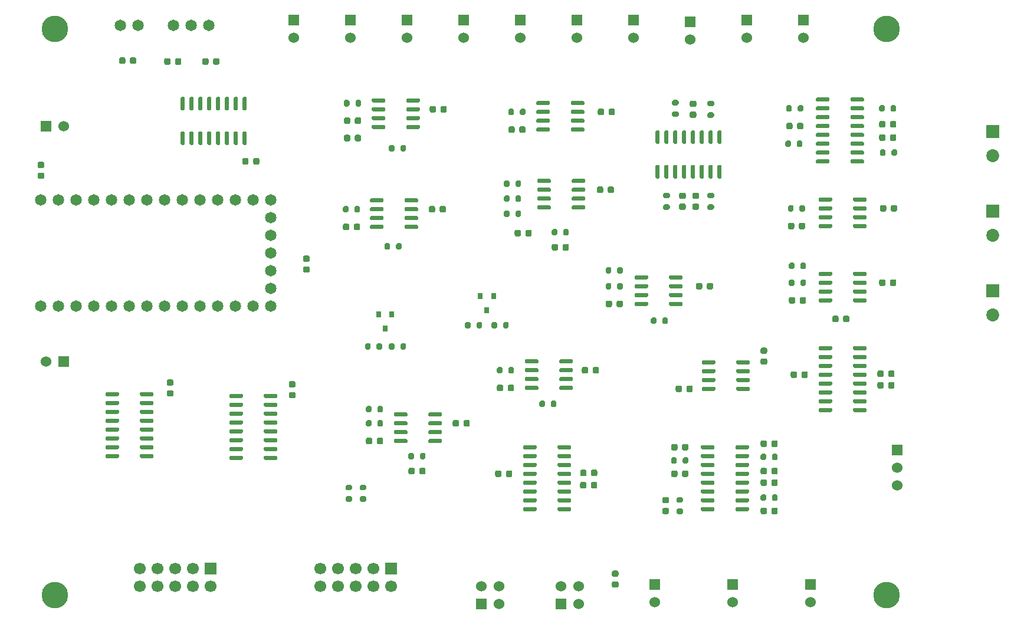
<source format=gts>
%TF.GenerationSoftware,KiCad,Pcbnew,5.1.7-a382d34a8~87~ubuntu18.04.1*%
%TF.CreationDate,2023-02-22T18:33:16-08:00*%
%TF.ProjectId,potentiostat,706f7465-6e74-4696-9f73-7461742e6b69,rev?*%
%TF.SameCoordinates,Original*%
%TF.FileFunction,Soldermask,Top*%
%TF.FilePolarity,Negative*%
%FSLAX46Y46*%
G04 Gerber Fmt 4.6, Leading zero omitted, Abs format (unit mm)*
G04 Created by KiCad (PCBNEW 5.1.7-a382d34a8~87~ubuntu18.04.1) date 2023-02-22 18:33:16*
%MOMM*%
%LPD*%
G01*
G04 APERTURE LIST*
%ADD10C,1.651000*%
%ADD11R,1.524000X1.524000*%
%ADD12C,1.524000*%
%ADD13C,1.700000*%
%ADD14R,1.700000X1.700000*%
%ADD15C,3.810000*%
%ADD16R,0.800000X0.900000*%
%ADD17R,1.854200X1.854200*%
%ADD18C,1.854200*%
G04 APERTURE END LIST*
D10*
%TO.C,U2*%
X52540000Y-79180000D03*
X55080000Y-79180000D03*
X57620000Y-79180000D03*
X60160000Y-79180000D03*
X62700000Y-79180000D03*
X65240000Y-79180000D03*
X67780000Y-79180000D03*
X70320000Y-79180000D03*
X72860000Y-79180000D03*
X75400000Y-79180000D03*
X77940000Y-79180000D03*
X80480000Y-79180000D03*
X83020000Y-79180000D03*
X85560000Y-79180000D03*
X85560000Y-81720000D03*
X85560000Y-84260000D03*
X85560000Y-86800000D03*
X85560000Y-89340000D03*
X85560000Y-91880000D03*
X85560000Y-94420000D03*
X83020000Y-94420000D03*
X80480000Y-94420000D03*
X77940000Y-94420000D03*
X75400000Y-94420000D03*
X72860000Y-94420000D03*
X70320000Y-94420000D03*
X67780000Y-94420000D03*
X65240000Y-94420000D03*
X62700000Y-94420000D03*
X60160000Y-94420000D03*
X57620000Y-94420000D03*
X55080000Y-94420000D03*
X52540000Y-94420000D03*
%TD*%
D11*
%TO.C,P5*%
X53340000Y-68580000D03*
D12*
X55880000Y-68580000D03*
%TD*%
%TO.C,C3*%
G36*
G01*
X174188000Y-104390000D02*
X174188000Y-103890000D01*
G75*
G02*
X174413000Y-103665000I225000J0D01*
G01*
X174863000Y-103665000D01*
G75*
G02*
X175088000Y-103890000I0J-225000D01*
G01*
X175088000Y-104390000D01*
G75*
G02*
X174863000Y-104615000I-225000J0D01*
G01*
X174413000Y-104615000D01*
G75*
G02*
X174188000Y-104390000I0J225000D01*
G01*
G37*
G36*
G01*
X172638000Y-104390000D02*
X172638000Y-103890000D01*
G75*
G02*
X172863000Y-103665000I225000J0D01*
G01*
X173313000Y-103665000D01*
G75*
G02*
X173538000Y-103890000I0J-225000D01*
G01*
X173538000Y-104390000D01*
G75*
G02*
X173313000Y-104615000I-225000J0D01*
G01*
X172863000Y-104615000D01*
G75*
G02*
X172638000Y-104390000I0J225000D01*
G01*
G37*
%TD*%
%TO.C,U11*%
G36*
G01*
X123804000Y-76604000D02*
X123804000Y-76304000D01*
G75*
G02*
X123954000Y-76154000I150000J0D01*
G01*
X125604000Y-76154000D01*
G75*
G02*
X125754000Y-76304000I0J-150000D01*
G01*
X125754000Y-76604000D01*
G75*
G02*
X125604000Y-76754000I-150000J0D01*
G01*
X123954000Y-76754000D01*
G75*
G02*
X123804000Y-76604000I0J150000D01*
G01*
G37*
G36*
G01*
X123804000Y-77874000D02*
X123804000Y-77574000D01*
G75*
G02*
X123954000Y-77424000I150000J0D01*
G01*
X125604000Y-77424000D01*
G75*
G02*
X125754000Y-77574000I0J-150000D01*
G01*
X125754000Y-77874000D01*
G75*
G02*
X125604000Y-78024000I-150000J0D01*
G01*
X123954000Y-78024000D01*
G75*
G02*
X123804000Y-77874000I0J150000D01*
G01*
G37*
G36*
G01*
X123804000Y-79144000D02*
X123804000Y-78844000D01*
G75*
G02*
X123954000Y-78694000I150000J0D01*
G01*
X125604000Y-78694000D01*
G75*
G02*
X125754000Y-78844000I0J-150000D01*
G01*
X125754000Y-79144000D01*
G75*
G02*
X125604000Y-79294000I-150000J0D01*
G01*
X123954000Y-79294000D01*
G75*
G02*
X123804000Y-79144000I0J150000D01*
G01*
G37*
G36*
G01*
X123804000Y-80414000D02*
X123804000Y-80114000D01*
G75*
G02*
X123954000Y-79964000I150000J0D01*
G01*
X125604000Y-79964000D01*
G75*
G02*
X125754000Y-80114000I0J-150000D01*
G01*
X125754000Y-80414000D01*
G75*
G02*
X125604000Y-80564000I-150000J0D01*
G01*
X123954000Y-80564000D01*
G75*
G02*
X123804000Y-80414000I0J150000D01*
G01*
G37*
G36*
G01*
X128754000Y-80414000D02*
X128754000Y-80114000D01*
G75*
G02*
X128904000Y-79964000I150000J0D01*
G01*
X130554000Y-79964000D01*
G75*
G02*
X130704000Y-80114000I0J-150000D01*
G01*
X130704000Y-80414000D01*
G75*
G02*
X130554000Y-80564000I-150000J0D01*
G01*
X128904000Y-80564000D01*
G75*
G02*
X128754000Y-80414000I0J150000D01*
G01*
G37*
G36*
G01*
X128754000Y-79144000D02*
X128754000Y-78844000D01*
G75*
G02*
X128904000Y-78694000I150000J0D01*
G01*
X130554000Y-78694000D01*
G75*
G02*
X130704000Y-78844000I0J-150000D01*
G01*
X130704000Y-79144000D01*
G75*
G02*
X130554000Y-79294000I-150000J0D01*
G01*
X128904000Y-79294000D01*
G75*
G02*
X128754000Y-79144000I0J150000D01*
G01*
G37*
G36*
G01*
X128754000Y-77874000D02*
X128754000Y-77574000D01*
G75*
G02*
X128904000Y-77424000I150000J0D01*
G01*
X130554000Y-77424000D01*
G75*
G02*
X130704000Y-77574000I0J-150000D01*
G01*
X130704000Y-77874000D01*
G75*
G02*
X130554000Y-78024000I-150000J0D01*
G01*
X128904000Y-78024000D01*
G75*
G02*
X128754000Y-77874000I0J150000D01*
G01*
G37*
G36*
G01*
X128754000Y-76604000D02*
X128754000Y-76304000D01*
G75*
G02*
X128904000Y-76154000I150000J0D01*
G01*
X130554000Y-76154000D01*
G75*
G02*
X130704000Y-76304000I0J-150000D01*
G01*
X130704000Y-76604000D01*
G75*
G02*
X130554000Y-76754000I-150000J0D01*
G01*
X128904000Y-76754000D01*
G75*
G02*
X128754000Y-76604000I0J150000D01*
G01*
G37*
%TD*%
D11*
%TO.C,K1*%
X175514000Y-115062000D03*
D12*
X175514000Y-117602000D03*
X175514000Y-120142000D03*
%TD*%
D13*
%TO.C,P14*%
X66802000Y-134620000D03*
X66802000Y-132080000D03*
X69342000Y-134620000D03*
X69342000Y-132080000D03*
X71882000Y-134620000D03*
X71882000Y-132080000D03*
X74422000Y-134620000D03*
X74422000Y-132080000D03*
X76962000Y-134620000D03*
D14*
X76962000Y-132080000D03*
%TD*%
D13*
%TO.C,P13*%
X92710000Y-134620000D03*
X92710000Y-132080000D03*
X95250000Y-134620000D03*
X95250000Y-132080000D03*
X97790000Y-134620000D03*
X97790000Y-132080000D03*
X100330000Y-134620000D03*
X100330000Y-132080000D03*
X102870000Y-134620000D03*
D14*
X102870000Y-132080000D03*
%TD*%
D11*
%TO.C,P7*%
X129540000Y-53340000D03*
D12*
X129540000Y-55880000D03*
%TD*%
D11*
%TO.C,P9*%
X137668000Y-53340000D03*
D12*
X137668000Y-55880000D03*
%TD*%
D11*
%TO.C,P20*%
X163068000Y-134366000D03*
D12*
X163068000Y-136906000D03*
%TD*%
%TO.C,P21*%
X145796000Y-56134000D03*
D11*
X145796000Y-53594000D03*
%TD*%
%TO.C,P19*%
X153924000Y-53340000D03*
D12*
X153924000Y-55880000D03*
%TD*%
D11*
%TO.C,P6*%
X121412000Y-53340000D03*
D12*
X121412000Y-55880000D03*
%TD*%
D11*
%TO.C,P10*%
X105156000Y-53340000D03*
D12*
X105156000Y-55880000D03*
%TD*%
D11*
%TO.C,P12*%
X97028000Y-53340000D03*
D12*
X97028000Y-55880000D03*
%TD*%
D11*
%TO.C,P11*%
X88900000Y-53340000D03*
D12*
X88900000Y-55880000D03*
%TD*%
D11*
%TO.C,P4*%
X55880000Y-102362000D03*
D12*
X53340000Y-102362000D03*
%TD*%
D11*
%TO.C,P18*%
X140716000Y-134366000D03*
D12*
X140716000Y-136906000D03*
%TD*%
D11*
%TO.C,P17*%
X151892000Y-134366000D03*
D12*
X151892000Y-136906000D03*
%TD*%
D11*
%TO.C,P8*%
X113284000Y-53340000D03*
D12*
X113284000Y-55880000D03*
%TD*%
D11*
%TO.C,P16*%
X127254000Y-137160000D03*
D12*
X127254000Y-134620000D03*
X129794000Y-137160000D03*
X129794000Y-134620000D03*
%TD*%
D11*
%TO.C,P15*%
X115824000Y-137160000D03*
D12*
X115824000Y-134620000D03*
X118364000Y-137160000D03*
X118364000Y-134620000D03*
%TD*%
D15*
%TO.C,H3*%
X173990000Y-135890000D03*
%TD*%
%TO.C,H4*%
X54610000Y-135890000D03*
%TD*%
%TO.C,H1*%
X54610000Y-54610000D03*
%TD*%
%TO.C,H2*%
X173990000Y-54610000D03*
%TD*%
%TO.C,C2*%
G36*
G01*
X162642000Y-104017000D02*
X162642000Y-104517000D01*
G75*
G02*
X162417000Y-104742000I-225000J0D01*
G01*
X161967000Y-104742000D01*
G75*
G02*
X161742000Y-104517000I0J225000D01*
G01*
X161742000Y-104017000D01*
G75*
G02*
X161967000Y-103792000I225000J0D01*
G01*
X162417000Y-103792000D01*
G75*
G02*
X162642000Y-104017000I0J-225000D01*
G01*
G37*
G36*
G01*
X161092000Y-104017000D02*
X161092000Y-104517000D01*
G75*
G02*
X160867000Y-104742000I-225000J0D01*
G01*
X160417000Y-104742000D01*
G75*
G02*
X160192000Y-104517000I0J225000D01*
G01*
X160192000Y-104017000D01*
G75*
G02*
X160417000Y-103792000I225000J0D01*
G01*
X160867000Y-103792000D01*
G75*
G02*
X161092000Y-104017000I0J-225000D01*
G01*
G37*
%TD*%
%TO.C,C4*%
G36*
G01*
X174188000Y-106041000D02*
X174188000Y-105541000D01*
G75*
G02*
X174413000Y-105316000I225000J0D01*
G01*
X174863000Y-105316000D01*
G75*
G02*
X175088000Y-105541000I0J-225000D01*
G01*
X175088000Y-106041000D01*
G75*
G02*
X174863000Y-106266000I-225000J0D01*
G01*
X174413000Y-106266000D01*
G75*
G02*
X174188000Y-106041000I0J225000D01*
G01*
G37*
G36*
G01*
X172638000Y-106041000D02*
X172638000Y-105541000D01*
G75*
G02*
X172863000Y-105316000I225000J0D01*
G01*
X173313000Y-105316000D01*
G75*
G02*
X173538000Y-105541000I0J-225000D01*
G01*
X173538000Y-106041000D01*
G75*
G02*
X173313000Y-106266000I-225000J0D01*
G01*
X172863000Y-106266000D01*
G75*
G02*
X172638000Y-106041000I0J225000D01*
G01*
G37*
%TD*%
%TO.C,C5*%
G36*
G01*
X96075000Y-68050000D02*
X96075000Y-67550000D01*
G75*
G02*
X96300000Y-67325000I225000J0D01*
G01*
X96750000Y-67325000D01*
G75*
G02*
X96975000Y-67550000I0J-225000D01*
G01*
X96975000Y-68050000D01*
G75*
G02*
X96750000Y-68275000I-225000J0D01*
G01*
X96300000Y-68275000D01*
G75*
G02*
X96075000Y-68050000I0J225000D01*
G01*
G37*
G36*
G01*
X97625000Y-68050000D02*
X97625000Y-67550000D01*
G75*
G02*
X97850000Y-67325000I225000J0D01*
G01*
X98300000Y-67325000D01*
G75*
G02*
X98525000Y-67550000I0J-225000D01*
G01*
X98525000Y-68050000D01*
G75*
G02*
X98300000Y-68275000I-225000J0D01*
G01*
X97850000Y-68275000D01*
G75*
G02*
X97625000Y-68050000I0J225000D01*
G01*
G37*
%TD*%
%TO.C,C6*%
G36*
G01*
X126802000Y-85729000D02*
X126802000Y-86229000D01*
G75*
G02*
X126577000Y-86454000I-225000J0D01*
G01*
X126127000Y-86454000D01*
G75*
G02*
X125902000Y-86229000I0J225000D01*
G01*
X125902000Y-85729000D01*
G75*
G02*
X126127000Y-85504000I225000J0D01*
G01*
X126577000Y-85504000D01*
G75*
G02*
X126802000Y-85729000I0J-225000D01*
G01*
G37*
G36*
G01*
X128352000Y-85729000D02*
X128352000Y-86229000D01*
G75*
G02*
X128127000Y-86454000I-225000J0D01*
G01*
X127677000Y-86454000D01*
G75*
G02*
X127452000Y-86229000I0J225000D01*
G01*
X127452000Y-85729000D01*
G75*
G02*
X127677000Y-85504000I225000J0D01*
G01*
X128127000Y-85504000D01*
G75*
G02*
X128352000Y-85729000I0J-225000D01*
G01*
G37*
%TD*%
%TO.C,C7*%
G36*
G01*
X52828000Y-76155000D02*
X52328000Y-76155000D01*
G75*
G02*
X52103000Y-75930000I0J225000D01*
G01*
X52103000Y-75480000D01*
G75*
G02*
X52328000Y-75255000I225000J0D01*
G01*
X52828000Y-75255000D01*
G75*
G02*
X53053000Y-75480000I0J-225000D01*
G01*
X53053000Y-75930000D01*
G75*
G02*
X52828000Y-76155000I-225000J0D01*
G01*
G37*
G36*
G01*
X52828000Y-74605000D02*
X52328000Y-74605000D01*
G75*
G02*
X52103000Y-74380000I0J225000D01*
G01*
X52103000Y-73930000D01*
G75*
G02*
X52328000Y-73705000I225000J0D01*
G01*
X52828000Y-73705000D01*
G75*
G02*
X53053000Y-73930000I0J-225000D01*
G01*
X53053000Y-74380000D01*
G75*
G02*
X52828000Y-74605000I-225000J0D01*
G01*
G37*
%TD*%
%TO.C,C8*%
G36*
G01*
X90928000Y-88067000D02*
X90428000Y-88067000D01*
G75*
G02*
X90203000Y-87842000I0J225000D01*
G01*
X90203000Y-87392000D01*
G75*
G02*
X90428000Y-87167000I225000J0D01*
G01*
X90928000Y-87167000D01*
G75*
G02*
X91153000Y-87392000I0J-225000D01*
G01*
X91153000Y-87842000D01*
G75*
G02*
X90928000Y-88067000I-225000J0D01*
G01*
G37*
G36*
G01*
X90928000Y-89617000D02*
X90428000Y-89617000D01*
G75*
G02*
X90203000Y-89392000I0J225000D01*
G01*
X90203000Y-88942000D01*
G75*
G02*
X90428000Y-88717000I225000J0D01*
G01*
X90928000Y-88717000D01*
G75*
G02*
X91153000Y-88942000I0J-225000D01*
G01*
X91153000Y-89392000D01*
G75*
G02*
X90928000Y-89617000I-225000J0D01*
G01*
G37*
%TD*%
%TO.C,C9*%
G36*
G01*
X135251000Y-134829000D02*
X134751000Y-134829000D01*
G75*
G02*
X134526000Y-134604000I0J225000D01*
G01*
X134526000Y-134154000D01*
G75*
G02*
X134751000Y-133929000I225000J0D01*
G01*
X135251000Y-133929000D01*
G75*
G02*
X135476000Y-134154000I0J-225000D01*
G01*
X135476000Y-134604000D01*
G75*
G02*
X135251000Y-134829000I-225000J0D01*
G01*
G37*
G36*
G01*
X135251000Y-133279000D02*
X134751000Y-133279000D01*
G75*
G02*
X134526000Y-133054000I0J225000D01*
G01*
X134526000Y-132604000D01*
G75*
G02*
X134751000Y-132379000I225000J0D01*
G01*
X135251000Y-132379000D01*
G75*
G02*
X135476000Y-132604000I0J-225000D01*
G01*
X135476000Y-133054000D01*
G75*
G02*
X135251000Y-133279000I-225000J0D01*
G01*
G37*
%TD*%
%TO.C,C10*%
G36*
G01*
X71370000Y-105847000D02*
X70870000Y-105847000D01*
G75*
G02*
X70645000Y-105622000I0J225000D01*
G01*
X70645000Y-105172000D01*
G75*
G02*
X70870000Y-104947000I225000J0D01*
G01*
X71370000Y-104947000D01*
G75*
G02*
X71595000Y-105172000I0J-225000D01*
G01*
X71595000Y-105622000D01*
G75*
G02*
X71370000Y-105847000I-225000J0D01*
G01*
G37*
G36*
G01*
X71370000Y-107397000D02*
X70870000Y-107397000D01*
G75*
G02*
X70645000Y-107172000I0J225000D01*
G01*
X70645000Y-106722000D01*
G75*
G02*
X70870000Y-106497000I225000J0D01*
G01*
X71370000Y-106497000D01*
G75*
G02*
X71595000Y-106722000I0J-225000D01*
G01*
X71595000Y-107172000D01*
G75*
G02*
X71370000Y-107397000I-225000J0D01*
G01*
G37*
%TD*%
%TO.C,C11*%
G36*
G01*
X123018000Y-83697000D02*
X123018000Y-84197000D01*
G75*
G02*
X122793000Y-84422000I-225000J0D01*
G01*
X122343000Y-84422000D01*
G75*
G02*
X122118000Y-84197000I0J225000D01*
G01*
X122118000Y-83697000D01*
G75*
G02*
X122343000Y-83472000I225000J0D01*
G01*
X122793000Y-83472000D01*
G75*
G02*
X123018000Y-83697000I0J-225000D01*
G01*
G37*
G36*
G01*
X121468000Y-83697000D02*
X121468000Y-84197000D01*
G75*
G02*
X121243000Y-84422000I-225000J0D01*
G01*
X120793000Y-84422000D01*
G75*
G02*
X120568000Y-84197000I0J225000D01*
G01*
X120568000Y-83697000D01*
G75*
G02*
X120793000Y-83472000I225000J0D01*
G01*
X121243000Y-83472000D01*
G75*
G02*
X121468000Y-83697000I0J-225000D01*
G01*
G37*
%TD*%
%TO.C,C12*%
G36*
G01*
X96975000Y-70050000D02*
X96975000Y-70550000D01*
G75*
G02*
X96750000Y-70775000I-225000J0D01*
G01*
X96300000Y-70775000D01*
G75*
G02*
X96075000Y-70550000I0J225000D01*
G01*
X96075000Y-70050000D01*
G75*
G02*
X96300000Y-69825000I225000J0D01*
G01*
X96750000Y-69825000D01*
G75*
G02*
X96975000Y-70050000I0J-225000D01*
G01*
G37*
G36*
G01*
X98525000Y-70050000D02*
X98525000Y-70550000D01*
G75*
G02*
X98300000Y-70775000I-225000J0D01*
G01*
X97850000Y-70775000D01*
G75*
G02*
X97625000Y-70550000I0J225000D01*
G01*
X97625000Y-70050000D01*
G75*
G02*
X97850000Y-69825000I225000J0D01*
G01*
X98300000Y-69825000D01*
G75*
G02*
X98525000Y-70050000I0J-225000D01*
G01*
G37*
%TD*%
%TO.C,C13*%
G36*
G01*
X144403000Y-78150000D02*
X144903000Y-78150000D01*
G75*
G02*
X145128000Y-78375000I0J-225000D01*
G01*
X145128000Y-78825000D01*
G75*
G02*
X144903000Y-79050000I-225000J0D01*
G01*
X144403000Y-79050000D01*
G75*
G02*
X144178000Y-78825000I0J225000D01*
G01*
X144178000Y-78375000D01*
G75*
G02*
X144403000Y-78150000I225000J0D01*
G01*
G37*
G36*
G01*
X144403000Y-79700000D02*
X144903000Y-79700000D01*
G75*
G02*
X145128000Y-79925000I0J-225000D01*
G01*
X145128000Y-80375000D01*
G75*
G02*
X144903000Y-80600000I-225000J0D01*
G01*
X144403000Y-80600000D01*
G75*
G02*
X144178000Y-80375000I0J225000D01*
G01*
X144178000Y-79925000D01*
G75*
G02*
X144403000Y-79700000I225000J0D01*
G01*
G37*
%TD*%
%TO.C,C14*%
G36*
G01*
X122129000Y-68838000D02*
X122129000Y-69338000D01*
G75*
G02*
X121904000Y-69563000I-225000J0D01*
G01*
X121454000Y-69563000D01*
G75*
G02*
X121229000Y-69338000I0J225000D01*
G01*
X121229000Y-68838000D01*
G75*
G02*
X121454000Y-68613000I225000J0D01*
G01*
X121904000Y-68613000D01*
G75*
G02*
X122129000Y-68838000I0J-225000D01*
G01*
G37*
G36*
G01*
X120579000Y-68838000D02*
X120579000Y-69338000D01*
G75*
G02*
X120354000Y-69563000I-225000J0D01*
G01*
X119904000Y-69563000D01*
G75*
G02*
X119679000Y-69338000I0J225000D01*
G01*
X119679000Y-68838000D01*
G75*
G02*
X119904000Y-68613000I225000J0D01*
G01*
X120354000Y-68613000D01*
G75*
G02*
X120579000Y-68838000I0J-225000D01*
G01*
G37*
%TD*%
%TO.C,C15*%
G36*
G01*
X98380000Y-82808000D02*
X98380000Y-83308000D01*
G75*
G02*
X98155000Y-83533000I-225000J0D01*
G01*
X97705000Y-83533000D01*
G75*
G02*
X97480000Y-83308000I0J225000D01*
G01*
X97480000Y-82808000D01*
G75*
G02*
X97705000Y-82583000I225000J0D01*
G01*
X98155000Y-82583000D01*
G75*
G02*
X98380000Y-82808000I0J-225000D01*
G01*
G37*
G36*
G01*
X96830000Y-82808000D02*
X96830000Y-83308000D01*
G75*
G02*
X96605000Y-83533000I-225000J0D01*
G01*
X96155000Y-83533000D01*
G75*
G02*
X95930000Y-83308000I0J225000D01*
G01*
X95930000Y-82808000D01*
G75*
G02*
X96155000Y-82583000I225000J0D01*
G01*
X96605000Y-82583000D01*
G75*
G02*
X96830000Y-82808000I0J-225000D01*
G01*
G37*
%TD*%
%TO.C,C16*%
G36*
G01*
X133929000Y-77974000D02*
X133929000Y-77474000D01*
G75*
G02*
X134154000Y-77249000I225000J0D01*
G01*
X134604000Y-77249000D01*
G75*
G02*
X134829000Y-77474000I0J-225000D01*
G01*
X134829000Y-77974000D01*
G75*
G02*
X134604000Y-78199000I-225000J0D01*
G01*
X134154000Y-78199000D01*
G75*
G02*
X133929000Y-77974000I0J225000D01*
G01*
G37*
G36*
G01*
X132379000Y-77974000D02*
X132379000Y-77474000D01*
G75*
G02*
X132604000Y-77249000I225000J0D01*
G01*
X133054000Y-77249000D01*
G75*
G02*
X133279000Y-77474000I0J-225000D01*
G01*
X133279000Y-77974000D01*
G75*
G02*
X133054000Y-78199000I-225000J0D01*
G01*
X132604000Y-78199000D01*
G75*
G02*
X132379000Y-77974000I0J225000D01*
G01*
G37*
%TD*%
%TO.C,C17*%
G36*
G01*
X146427000Y-65842000D02*
X145927000Y-65842000D01*
G75*
G02*
X145702000Y-65617000I0J225000D01*
G01*
X145702000Y-65167000D01*
G75*
G02*
X145927000Y-64942000I225000J0D01*
G01*
X146427000Y-64942000D01*
G75*
G02*
X146652000Y-65167000I0J-225000D01*
G01*
X146652000Y-65617000D01*
G75*
G02*
X146427000Y-65842000I-225000J0D01*
G01*
G37*
G36*
G01*
X146427000Y-67392000D02*
X145927000Y-67392000D01*
G75*
G02*
X145702000Y-67167000I0J225000D01*
G01*
X145702000Y-66717000D01*
G75*
G02*
X145927000Y-66492000I225000J0D01*
G01*
X146427000Y-66492000D01*
G75*
G02*
X146652000Y-66717000I0J-225000D01*
G01*
X146652000Y-67167000D01*
G75*
G02*
X146427000Y-67392000I-225000J0D01*
G01*
G37*
%TD*%
%TO.C,C18*%
G36*
G01*
X109926000Y-66417000D02*
X109926000Y-65917000D01*
G75*
G02*
X110151000Y-65692000I225000J0D01*
G01*
X110601000Y-65692000D01*
G75*
G02*
X110826000Y-65917000I0J-225000D01*
G01*
X110826000Y-66417000D01*
G75*
G02*
X110601000Y-66642000I-225000J0D01*
G01*
X110151000Y-66642000D01*
G75*
G02*
X109926000Y-66417000I0J225000D01*
G01*
G37*
G36*
G01*
X108376000Y-66417000D02*
X108376000Y-65917000D01*
G75*
G02*
X108601000Y-65692000I225000J0D01*
G01*
X109051000Y-65692000D01*
G75*
G02*
X109276000Y-65917000I0J-225000D01*
G01*
X109276000Y-66417000D01*
G75*
G02*
X109051000Y-66642000I-225000J0D01*
G01*
X108601000Y-66642000D01*
G75*
G02*
X108376000Y-66417000I0J225000D01*
G01*
G37*
%TD*%
%TO.C,C19*%
G36*
G01*
X134056000Y-66798000D02*
X134056000Y-66298000D01*
G75*
G02*
X134281000Y-66073000I225000J0D01*
G01*
X134731000Y-66073000D01*
G75*
G02*
X134956000Y-66298000I0J-225000D01*
G01*
X134956000Y-66798000D01*
G75*
G02*
X134731000Y-67023000I-225000J0D01*
G01*
X134281000Y-67023000D01*
G75*
G02*
X134056000Y-66798000I0J225000D01*
G01*
G37*
G36*
G01*
X132506000Y-66798000D02*
X132506000Y-66298000D01*
G75*
G02*
X132731000Y-66073000I225000J0D01*
G01*
X133181000Y-66073000D01*
G75*
G02*
X133406000Y-66298000I0J-225000D01*
G01*
X133406000Y-66798000D01*
G75*
G02*
X133181000Y-67023000I-225000J0D01*
G01*
X132731000Y-67023000D01*
G75*
G02*
X132506000Y-66798000I0J225000D01*
G01*
G37*
%TD*%
%TO.C,C20*%
G36*
G01*
X146308000Y-78150000D02*
X146808000Y-78150000D01*
G75*
G02*
X147033000Y-78375000I0J-225000D01*
G01*
X147033000Y-78825000D01*
G75*
G02*
X146808000Y-79050000I-225000J0D01*
G01*
X146308000Y-79050000D01*
G75*
G02*
X146083000Y-78825000I0J225000D01*
G01*
X146083000Y-78375000D01*
G75*
G02*
X146308000Y-78150000I225000J0D01*
G01*
G37*
G36*
G01*
X146308000Y-79700000D02*
X146808000Y-79700000D01*
G75*
G02*
X147033000Y-79925000I0J-225000D01*
G01*
X147033000Y-80375000D01*
G75*
G02*
X146808000Y-80600000I-225000J0D01*
G01*
X146308000Y-80600000D01*
G75*
G02*
X146083000Y-80375000I0J225000D01*
G01*
X146083000Y-79925000D01*
G75*
G02*
X146308000Y-79700000I225000J0D01*
G01*
G37*
%TD*%
%TO.C,C21*%
G36*
G01*
X108249000Y-80768000D02*
X108249000Y-80268000D01*
G75*
G02*
X108474000Y-80043000I225000J0D01*
G01*
X108924000Y-80043000D01*
G75*
G02*
X109149000Y-80268000I0J-225000D01*
G01*
X109149000Y-80768000D01*
G75*
G02*
X108924000Y-80993000I-225000J0D01*
G01*
X108474000Y-80993000D01*
G75*
G02*
X108249000Y-80768000I0J225000D01*
G01*
G37*
G36*
G01*
X109799000Y-80768000D02*
X109799000Y-80268000D01*
G75*
G02*
X110024000Y-80043000I225000J0D01*
G01*
X110474000Y-80043000D01*
G75*
G02*
X110699000Y-80268000I0J-225000D01*
G01*
X110699000Y-80768000D01*
G75*
G02*
X110474000Y-80993000I-225000J0D01*
G01*
X110024000Y-80993000D01*
G75*
G02*
X109799000Y-80768000I0J225000D01*
G01*
G37*
%TD*%
%TO.C,C22*%
G36*
G01*
X70276000Y-59559000D02*
X70276000Y-59059000D01*
G75*
G02*
X70501000Y-58834000I225000J0D01*
G01*
X70951000Y-58834000D01*
G75*
G02*
X71176000Y-59059000I0J-225000D01*
G01*
X71176000Y-59559000D01*
G75*
G02*
X70951000Y-59784000I-225000J0D01*
G01*
X70501000Y-59784000D01*
G75*
G02*
X70276000Y-59559000I0J225000D01*
G01*
G37*
G36*
G01*
X71826000Y-59559000D02*
X71826000Y-59059000D01*
G75*
G02*
X72051000Y-58834000I225000J0D01*
G01*
X72501000Y-58834000D01*
G75*
G02*
X72726000Y-59059000I0J-225000D01*
G01*
X72726000Y-59559000D01*
G75*
G02*
X72501000Y-59784000I-225000J0D01*
G01*
X72051000Y-59784000D01*
G75*
G02*
X71826000Y-59559000I0J225000D01*
G01*
G37*
%TD*%
%TO.C,C23*%
G36*
G01*
X76637000Y-59059000D02*
X76637000Y-59559000D01*
G75*
G02*
X76412000Y-59784000I-225000J0D01*
G01*
X75962000Y-59784000D01*
G75*
G02*
X75737000Y-59559000I0J225000D01*
G01*
X75737000Y-59059000D01*
G75*
G02*
X75962000Y-58834000I225000J0D01*
G01*
X76412000Y-58834000D01*
G75*
G02*
X76637000Y-59059000I0J-225000D01*
G01*
G37*
G36*
G01*
X78187000Y-59059000D02*
X78187000Y-59559000D01*
G75*
G02*
X77962000Y-59784000I-225000J0D01*
G01*
X77512000Y-59784000D01*
G75*
G02*
X77287000Y-59559000I0J225000D01*
G01*
X77287000Y-59059000D01*
G75*
G02*
X77512000Y-58834000I225000J0D01*
G01*
X77962000Y-58834000D01*
G75*
G02*
X78187000Y-59059000I0J-225000D01*
G01*
G37*
%TD*%
%TO.C,C24*%
G36*
G01*
X65349000Y-59432000D02*
X65349000Y-58932000D01*
G75*
G02*
X65574000Y-58707000I225000J0D01*
G01*
X66024000Y-58707000D01*
G75*
G02*
X66249000Y-58932000I0J-225000D01*
G01*
X66249000Y-59432000D01*
G75*
G02*
X66024000Y-59657000I-225000J0D01*
G01*
X65574000Y-59657000D01*
G75*
G02*
X65349000Y-59432000I0J225000D01*
G01*
G37*
G36*
G01*
X63799000Y-59432000D02*
X63799000Y-58932000D01*
G75*
G02*
X64024000Y-58707000I225000J0D01*
G01*
X64474000Y-58707000D01*
G75*
G02*
X64699000Y-58932000I0J-225000D01*
G01*
X64699000Y-59432000D01*
G75*
G02*
X64474000Y-59657000I-225000J0D01*
G01*
X64024000Y-59657000D01*
G75*
G02*
X63799000Y-59432000I0J225000D01*
G01*
G37*
%TD*%
%TO.C,C25*%
G36*
G01*
X145497000Y-114431000D02*
X145497000Y-114931000D01*
G75*
G02*
X145272000Y-115156000I-225000J0D01*
G01*
X144822000Y-115156000D01*
G75*
G02*
X144597000Y-114931000I0J225000D01*
G01*
X144597000Y-114431000D01*
G75*
G02*
X144822000Y-114206000I225000J0D01*
G01*
X145272000Y-114206000D01*
G75*
G02*
X145497000Y-114431000I0J-225000D01*
G01*
G37*
G36*
G01*
X143947000Y-114431000D02*
X143947000Y-114931000D01*
G75*
G02*
X143722000Y-115156000I-225000J0D01*
G01*
X143272000Y-115156000D01*
G75*
G02*
X143047000Y-114931000I0J225000D01*
G01*
X143047000Y-114431000D01*
G75*
G02*
X143272000Y-114206000I225000J0D01*
G01*
X143722000Y-114206000D01*
G75*
G02*
X143947000Y-114431000I0J-225000D01*
G01*
G37*
%TD*%
%TO.C,C26*%
G36*
G01*
X141990000Y-123388000D02*
X142490000Y-123388000D01*
G75*
G02*
X142715000Y-123613000I0J-225000D01*
G01*
X142715000Y-124063000D01*
G75*
G02*
X142490000Y-124288000I-225000J0D01*
G01*
X141990000Y-124288000D01*
G75*
G02*
X141765000Y-124063000I0J225000D01*
G01*
X141765000Y-123613000D01*
G75*
G02*
X141990000Y-123388000I225000J0D01*
G01*
G37*
G36*
G01*
X141990000Y-121838000D02*
X142490000Y-121838000D01*
G75*
G02*
X142715000Y-122063000I0J-225000D01*
G01*
X142715000Y-122513000D01*
G75*
G02*
X142490000Y-122738000I-225000J0D01*
G01*
X141990000Y-122738000D01*
G75*
G02*
X141765000Y-122513000I0J225000D01*
G01*
X141765000Y-122063000D01*
G75*
G02*
X141990000Y-121838000I225000J0D01*
G01*
G37*
%TD*%
%TO.C,C27*%
G36*
G01*
X155874000Y-124075000D02*
X155874000Y-123575000D01*
G75*
G02*
X156099000Y-123350000I225000J0D01*
G01*
X156549000Y-123350000D01*
G75*
G02*
X156774000Y-123575000I0J-225000D01*
G01*
X156774000Y-124075000D01*
G75*
G02*
X156549000Y-124300000I-225000J0D01*
G01*
X156099000Y-124300000D01*
G75*
G02*
X155874000Y-124075000I0J225000D01*
G01*
G37*
G36*
G01*
X157424000Y-124075000D02*
X157424000Y-123575000D01*
G75*
G02*
X157649000Y-123350000I225000J0D01*
G01*
X158099000Y-123350000D01*
G75*
G02*
X158324000Y-123575000I0J-225000D01*
G01*
X158324000Y-124075000D01*
G75*
G02*
X158099000Y-124300000I-225000J0D01*
G01*
X157649000Y-124300000D01*
G75*
G02*
X157424000Y-124075000I0J225000D01*
G01*
G37*
%TD*%
%TO.C,C28*%
G36*
G01*
X155874000Y-114423000D02*
X155874000Y-113923000D01*
G75*
G02*
X156099000Y-113698000I225000J0D01*
G01*
X156549000Y-113698000D01*
G75*
G02*
X156774000Y-113923000I0J-225000D01*
G01*
X156774000Y-114423000D01*
G75*
G02*
X156549000Y-114648000I-225000J0D01*
G01*
X156099000Y-114648000D01*
G75*
G02*
X155874000Y-114423000I0J225000D01*
G01*
G37*
G36*
G01*
X157424000Y-114423000D02*
X157424000Y-113923000D01*
G75*
G02*
X157649000Y-113698000I225000J0D01*
G01*
X158099000Y-113698000D01*
G75*
G02*
X158324000Y-113923000I0J-225000D01*
G01*
X158324000Y-114423000D01*
G75*
G02*
X158099000Y-114648000I-225000J0D01*
G01*
X157649000Y-114648000D01*
G75*
G02*
X157424000Y-114423000I0J225000D01*
G01*
G37*
%TD*%
%TO.C,C29*%
G36*
G01*
X167061000Y-96016000D02*
X167061000Y-96516000D01*
G75*
G02*
X166836000Y-96741000I-225000J0D01*
G01*
X166386000Y-96741000D01*
G75*
G02*
X166161000Y-96516000I0J225000D01*
G01*
X166161000Y-96016000D01*
G75*
G02*
X166386000Y-95791000I225000J0D01*
G01*
X166836000Y-95791000D01*
G75*
G02*
X167061000Y-96016000I0J-225000D01*
G01*
G37*
G36*
G01*
X168611000Y-96016000D02*
X168611000Y-96516000D01*
G75*
G02*
X168386000Y-96741000I-225000J0D01*
G01*
X167936000Y-96741000D01*
G75*
G02*
X167711000Y-96516000I0J225000D01*
G01*
X167711000Y-96016000D01*
G75*
G02*
X167936000Y-95791000I225000J0D01*
G01*
X168386000Y-95791000D01*
G75*
G02*
X168611000Y-96016000I0J-225000D01*
G01*
G37*
%TD*%
%TO.C,C30*%
G36*
G01*
X107778000Y-117860000D02*
X107778000Y-118360000D01*
G75*
G02*
X107553000Y-118585000I-225000J0D01*
G01*
X107103000Y-118585000D01*
G75*
G02*
X106878000Y-118360000I0J225000D01*
G01*
X106878000Y-117860000D01*
G75*
G02*
X107103000Y-117635000I225000J0D01*
G01*
X107553000Y-117635000D01*
G75*
G02*
X107778000Y-117860000I0J-225000D01*
G01*
G37*
G36*
G01*
X106228000Y-117860000D02*
X106228000Y-118360000D01*
G75*
G02*
X106003000Y-118585000I-225000J0D01*
G01*
X105553000Y-118585000D01*
G75*
G02*
X105328000Y-118360000I0J225000D01*
G01*
X105328000Y-117860000D01*
G75*
G02*
X105553000Y-117635000I225000J0D01*
G01*
X106003000Y-117635000D01*
G75*
G02*
X106228000Y-117860000I0J-225000D01*
G01*
G37*
%TD*%
%TO.C,C31*%
G36*
G01*
X160457000Y-68330000D02*
X160457000Y-68830000D01*
G75*
G02*
X160232000Y-69055000I-225000J0D01*
G01*
X159782000Y-69055000D01*
G75*
G02*
X159557000Y-68830000I0J225000D01*
G01*
X159557000Y-68330000D01*
G75*
G02*
X159782000Y-68105000I225000J0D01*
G01*
X160232000Y-68105000D01*
G75*
G02*
X160457000Y-68330000I0J-225000D01*
G01*
G37*
G36*
G01*
X162007000Y-68330000D02*
X162007000Y-68830000D01*
G75*
G02*
X161782000Y-69055000I-225000J0D01*
G01*
X161332000Y-69055000D01*
G75*
G02*
X161107000Y-68830000I0J225000D01*
G01*
X161107000Y-68330000D01*
G75*
G02*
X161332000Y-68105000I225000J0D01*
G01*
X161782000Y-68105000D01*
G75*
G02*
X162007000Y-68330000I0J-225000D01*
G01*
G37*
%TD*%
%TO.C,C32*%
G36*
G01*
X160838000Y-93349000D02*
X160838000Y-93849000D01*
G75*
G02*
X160613000Y-94074000I-225000J0D01*
G01*
X160163000Y-94074000D01*
G75*
G02*
X159938000Y-93849000I0J225000D01*
G01*
X159938000Y-93349000D01*
G75*
G02*
X160163000Y-93124000I225000J0D01*
G01*
X160613000Y-93124000D01*
G75*
G02*
X160838000Y-93349000I0J-225000D01*
G01*
G37*
G36*
G01*
X162388000Y-93349000D02*
X162388000Y-93849000D01*
G75*
G02*
X162163000Y-94074000I-225000J0D01*
G01*
X161713000Y-94074000D01*
G75*
G02*
X161488000Y-93849000I0J225000D01*
G01*
X161488000Y-93349000D01*
G75*
G02*
X161713000Y-93124000I225000J0D01*
G01*
X162163000Y-93124000D01*
G75*
G02*
X162388000Y-93349000I0J-225000D01*
G01*
G37*
%TD*%
%TO.C,C33*%
G36*
G01*
X145497000Y-118241000D02*
X145497000Y-118741000D01*
G75*
G02*
X145272000Y-118966000I-225000J0D01*
G01*
X144822000Y-118966000D01*
G75*
G02*
X144597000Y-118741000I0J225000D01*
G01*
X144597000Y-118241000D01*
G75*
G02*
X144822000Y-118016000I225000J0D01*
G01*
X145272000Y-118016000D01*
G75*
G02*
X145497000Y-118241000I0J-225000D01*
G01*
G37*
G36*
G01*
X143947000Y-118241000D02*
X143947000Y-118741000D01*
G75*
G02*
X143722000Y-118966000I-225000J0D01*
G01*
X143272000Y-118966000D01*
G75*
G02*
X143047000Y-118741000I0J225000D01*
G01*
X143047000Y-118241000D01*
G75*
G02*
X143272000Y-118016000I225000J0D01*
G01*
X143722000Y-118016000D01*
G75*
G02*
X143947000Y-118241000I0J-225000D01*
G01*
G37*
%TD*%
%TO.C,C34*%
G36*
G01*
X144582000Y-106049000D02*
X144582000Y-106549000D01*
G75*
G02*
X144357000Y-106774000I-225000J0D01*
G01*
X143907000Y-106774000D01*
G75*
G02*
X143682000Y-106549000I0J225000D01*
G01*
X143682000Y-106049000D01*
G75*
G02*
X143907000Y-105824000I225000J0D01*
G01*
X144357000Y-105824000D01*
G75*
G02*
X144582000Y-106049000I0J-225000D01*
G01*
G37*
G36*
G01*
X146132000Y-106049000D02*
X146132000Y-106549000D01*
G75*
G02*
X145907000Y-106774000I-225000J0D01*
G01*
X145457000Y-106774000D01*
G75*
G02*
X145232000Y-106549000I0J225000D01*
G01*
X145232000Y-106049000D01*
G75*
G02*
X145457000Y-105824000I225000J0D01*
G01*
X145907000Y-105824000D01*
G75*
G02*
X146132000Y-106049000I0J-225000D01*
G01*
G37*
%TD*%
%TO.C,C35*%
G36*
G01*
X172892000Y-68576000D02*
X172892000Y-68076000D01*
G75*
G02*
X173117000Y-67851000I225000J0D01*
G01*
X173567000Y-67851000D01*
G75*
G02*
X173792000Y-68076000I0J-225000D01*
G01*
X173792000Y-68576000D01*
G75*
G02*
X173567000Y-68801000I-225000J0D01*
G01*
X173117000Y-68801000D01*
G75*
G02*
X172892000Y-68576000I0J225000D01*
G01*
G37*
G36*
G01*
X174442000Y-68576000D02*
X174442000Y-68076000D01*
G75*
G02*
X174667000Y-67851000I225000J0D01*
G01*
X175117000Y-67851000D01*
G75*
G02*
X175342000Y-68076000I0J-225000D01*
G01*
X175342000Y-68576000D01*
G75*
G02*
X175117000Y-68801000I-225000J0D01*
G01*
X174667000Y-68801000D01*
G75*
G02*
X174442000Y-68576000I0J225000D01*
G01*
G37*
%TD*%
%TO.C,C36*%
G36*
G01*
X160711000Y-82681000D02*
X160711000Y-83181000D01*
G75*
G02*
X160486000Y-83406000I-225000J0D01*
G01*
X160036000Y-83406000D01*
G75*
G02*
X159811000Y-83181000I0J225000D01*
G01*
X159811000Y-82681000D01*
G75*
G02*
X160036000Y-82456000I225000J0D01*
G01*
X160486000Y-82456000D01*
G75*
G02*
X160711000Y-82681000I0J-225000D01*
G01*
G37*
G36*
G01*
X162261000Y-82681000D02*
X162261000Y-83181000D01*
G75*
G02*
X162036000Y-83406000I-225000J0D01*
G01*
X161586000Y-83406000D01*
G75*
G02*
X161361000Y-83181000I0J225000D01*
G01*
X161361000Y-82681000D01*
G75*
G02*
X161586000Y-82456000I225000J0D01*
G01*
X162036000Y-82456000D01*
G75*
G02*
X162261000Y-82681000I0J-225000D01*
G01*
G37*
%TD*%
%TO.C,C37*%
G36*
G01*
X157424000Y-118360000D02*
X157424000Y-117860000D01*
G75*
G02*
X157649000Y-117635000I225000J0D01*
G01*
X158099000Y-117635000D01*
G75*
G02*
X158324000Y-117860000I0J-225000D01*
G01*
X158324000Y-118360000D01*
G75*
G02*
X158099000Y-118585000I-225000J0D01*
G01*
X157649000Y-118585000D01*
G75*
G02*
X157424000Y-118360000I0J225000D01*
G01*
G37*
G36*
G01*
X155874000Y-118360000D02*
X155874000Y-117860000D01*
G75*
G02*
X156099000Y-117635000I225000J0D01*
G01*
X156549000Y-117635000D01*
G75*
G02*
X156774000Y-117860000I0J-225000D01*
G01*
X156774000Y-118360000D01*
G75*
G02*
X156549000Y-118585000I-225000J0D01*
G01*
X156099000Y-118585000D01*
G75*
G02*
X155874000Y-118360000I0J225000D01*
G01*
G37*
%TD*%
%TO.C,C38*%
G36*
G01*
X156587000Y-102825000D02*
X156087000Y-102825000D01*
G75*
G02*
X155862000Y-102600000I0J225000D01*
G01*
X155862000Y-102150000D01*
G75*
G02*
X156087000Y-101925000I225000J0D01*
G01*
X156587000Y-101925000D01*
G75*
G02*
X156812000Y-102150000I0J-225000D01*
G01*
X156812000Y-102600000D01*
G75*
G02*
X156587000Y-102825000I-225000J0D01*
G01*
G37*
G36*
G01*
X156587000Y-101275000D02*
X156087000Y-101275000D01*
G75*
G02*
X155862000Y-101050000I0J225000D01*
G01*
X155862000Y-100600000D01*
G75*
G02*
X156087000Y-100375000I225000J0D01*
G01*
X156587000Y-100375000D01*
G75*
G02*
X156812000Y-100600000I0J-225000D01*
G01*
X156812000Y-101050000D01*
G75*
G02*
X156587000Y-101275000I-225000J0D01*
G01*
G37*
%TD*%
%TO.C,C39*%
G36*
G01*
X136099000Y-93857000D02*
X136099000Y-94357000D01*
G75*
G02*
X135874000Y-94582000I-225000J0D01*
G01*
X135424000Y-94582000D01*
G75*
G02*
X135199000Y-94357000I0J225000D01*
G01*
X135199000Y-93857000D01*
G75*
G02*
X135424000Y-93632000I225000J0D01*
G01*
X135874000Y-93632000D01*
G75*
G02*
X136099000Y-93857000I0J-225000D01*
G01*
G37*
G36*
G01*
X134549000Y-93857000D02*
X134549000Y-94357000D01*
G75*
G02*
X134324000Y-94582000I-225000J0D01*
G01*
X133874000Y-94582000D01*
G75*
G02*
X133649000Y-94357000I0J225000D01*
G01*
X133649000Y-93857000D01*
G75*
G02*
X133874000Y-93632000I225000J0D01*
G01*
X134324000Y-93632000D01*
G75*
G02*
X134549000Y-93857000I0J-225000D01*
G01*
G37*
%TD*%
%TO.C,C40*%
G36*
G01*
X172892000Y-70481000D02*
X172892000Y-69981000D01*
G75*
G02*
X173117000Y-69756000I225000J0D01*
G01*
X173567000Y-69756000D01*
G75*
G02*
X173792000Y-69981000I0J-225000D01*
G01*
X173792000Y-70481000D01*
G75*
G02*
X173567000Y-70706000I-225000J0D01*
G01*
X173117000Y-70706000D01*
G75*
G02*
X172892000Y-70481000I0J225000D01*
G01*
G37*
G36*
G01*
X174442000Y-70481000D02*
X174442000Y-69981000D01*
G75*
G02*
X174667000Y-69756000I225000J0D01*
G01*
X175117000Y-69756000D01*
G75*
G02*
X175342000Y-69981000I0J-225000D01*
G01*
X175342000Y-70481000D01*
G75*
G02*
X175117000Y-70706000I-225000J0D01*
G01*
X174667000Y-70706000D01*
G75*
G02*
X174442000Y-70481000I0J225000D01*
G01*
G37*
%TD*%
%TO.C,C41*%
G36*
G01*
X157424000Y-120011000D02*
X157424000Y-119511000D01*
G75*
G02*
X157649000Y-119286000I225000J0D01*
G01*
X158099000Y-119286000D01*
G75*
G02*
X158324000Y-119511000I0J-225000D01*
G01*
X158324000Y-120011000D01*
G75*
G02*
X158099000Y-120236000I-225000J0D01*
G01*
X157649000Y-120236000D01*
G75*
G02*
X157424000Y-120011000I0J225000D01*
G01*
G37*
G36*
G01*
X155874000Y-120011000D02*
X155874000Y-119511000D01*
G75*
G02*
X156099000Y-119286000I225000J0D01*
G01*
X156549000Y-119286000D01*
G75*
G02*
X156774000Y-119511000I0J-225000D01*
G01*
X156774000Y-120011000D01*
G75*
G02*
X156549000Y-120236000I-225000J0D01*
G01*
X156099000Y-120236000D01*
G75*
G02*
X155874000Y-120011000I0J225000D01*
G01*
G37*
%TD*%
%TO.C,C42*%
G36*
G01*
X120478000Y-105922000D02*
X120478000Y-106422000D01*
G75*
G02*
X120253000Y-106647000I-225000J0D01*
G01*
X119803000Y-106647000D01*
G75*
G02*
X119578000Y-106422000I0J225000D01*
G01*
X119578000Y-105922000D01*
G75*
G02*
X119803000Y-105697000I225000J0D01*
G01*
X120253000Y-105697000D01*
G75*
G02*
X120478000Y-105922000I0J-225000D01*
G01*
G37*
G36*
G01*
X118928000Y-105922000D02*
X118928000Y-106422000D01*
G75*
G02*
X118703000Y-106647000I-225000J0D01*
G01*
X118253000Y-106647000D01*
G75*
G02*
X118028000Y-106422000I0J225000D01*
G01*
X118028000Y-105922000D01*
G75*
G02*
X118253000Y-105697000I225000J0D01*
G01*
X118703000Y-105697000D01*
G75*
G02*
X118928000Y-105922000I0J-225000D01*
G01*
G37*
%TD*%
%TO.C,C43*%
G36*
G01*
X174442000Y-91309000D02*
X174442000Y-90809000D01*
G75*
G02*
X174667000Y-90584000I225000J0D01*
G01*
X175117000Y-90584000D01*
G75*
G02*
X175342000Y-90809000I0J-225000D01*
G01*
X175342000Y-91309000D01*
G75*
G02*
X175117000Y-91534000I-225000J0D01*
G01*
X174667000Y-91534000D01*
G75*
G02*
X174442000Y-91309000I0J225000D01*
G01*
G37*
G36*
G01*
X172892000Y-91309000D02*
X172892000Y-90809000D01*
G75*
G02*
X173117000Y-90584000I225000J0D01*
G01*
X173567000Y-90584000D01*
G75*
G02*
X173792000Y-90809000I0J-225000D01*
G01*
X173792000Y-91309000D01*
G75*
G02*
X173567000Y-91534000I-225000J0D01*
G01*
X173117000Y-91534000D01*
G75*
G02*
X172892000Y-91309000I0J225000D01*
G01*
G37*
%TD*%
%TO.C,C44*%
G36*
G01*
X100132000Y-113542000D02*
X100132000Y-114042000D01*
G75*
G02*
X99907000Y-114267000I-225000J0D01*
G01*
X99457000Y-114267000D01*
G75*
G02*
X99232000Y-114042000I0J225000D01*
G01*
X99232000Y-113542000D01*
G75*
G02*
X99457000Y-113317000I225000J0D01*
G01*
X99907000Y-113317000D01*
G75*
G02*
X100132000Y-113542000I0J-225000D01*
G01*
G37*
G36*
G01*
X101682000Y-113542000D02*
X101682000Y-114042000D01*
G75*
G02*
X101457000Y-114267000I-225000J0D01*
G01*
X101007000Y-114267000D01*
G75*
G02*
X100782000Y-114042000I0J225000D01*
G01*
X100782000Y-113542000D01*
G75*
G02*
X101007000Y-113317000I225000J0D01*
G01*
X101457000Y-113317000D01*
G75*
G02*
X101682000Y-113542000I0J-225000D01*
G01*
G37*
%TD*%
%TO.C,C45*%
G36*
G01*
X173019000Y-80641000D02*
X173019000Y-80141000D01*
G75*
G02*
X173244000Y-79916000I225000J0D01*
G01*
X173694000Y-79916000D01*
G75*
G02*
X173919000Y-80141000I0J-225000D01*
G01*
X173919000Y-80641000D01*
G75*
G02*
X173694000Y-80866000I-225000J0D01*
G01*
X173244000Y-80866000D01*
G75*
G02*
X173019000Y-80641000I0J225000D01*
G01*
G37*
G36*
G01*
X174569000Y-80641000D02*
X174569000Y-80141000D01*
G75*
G02*
X174794000Y-79916000I225000J0D01*
G01*
X175244000Y-79916000D01*
G75*
G02*
X175469000Y-80141000I0J-225000D01*
G01*
X175469000Y-80641000D01*
G75*
G02*
X175244000Y-80866000I-225000J0D01*
G01*
X174794000Y-80866000D01*
G75*
G02*
X174569000Y-80641000I0J225000D01*
G01*
G37*
%TD*%
%TO.C,C46*%
G36*
G01*
X88896000Y-107651000D02*
X88396000Y-107651000D01*
G75*
G02*
X88171000Y-107426000I0J225000D01*
G01*
X88171000Y-106976000D01*
G75*
G02*
X88396000Y-106751000I225000J0D01*
G01*
X88896000Y-106751000D01*
G75*
G02*
X89121000Y-106976000I0J-225000D01*
G01*
X89121000Y-107426000D01*
G75*
G02*
X88896000Y-107651000I-225000J0D01*
G01*
G37*
G36*
G01*
X88896000Y-106101000D02*
X88396000Y-106101000D01*
G75*
G02*
X88171000Y-105876000I0J225000D01*
G01*
X88171000Y-105426000D01*
G75*
G02*
X88396000Y-105201000I225000J0D01*
G01*
X88896000Y-105201000D01*
G75*
G02*
X89121000Y-105426000I0J-225000D01*
G01*
X89121000Y-105876000D01*
G75*
G02*
X88896000Y-106101000I-225000J0D01*
G01*
G37*
%TD*%
%TO.C,C47*%
G36*
G01*
X81483000Y-73883000D02*
X81483000Y-73383000D01*
G75*
G02*
X81708000Y-73158000I225000J0D01*
G01*
X82158000Y-73158000D01*
G75*
G02*
X82383000Y-73383000I0J-225000D01*
G01*
X82383000Y-73883000D01*
G75*
G02*
X82158000Y-74108000I-225000J0D01*
G01*
X81708000Y-74108000D01*
G75*
G02*
X81483000Y-73883000I0J225000D01*
G01*
G37*
G36*
G01*
X83033000Y-73883000D02*
X83033000Y-73383000D01*
G75*
G02*
X83258000Y-73158000I225000J0D01*
G01*
X83708000Y-73158000D01*
G75*
G02*
X83933000Y-73383000I0J-225000D01*
G01*
X83933000Y-73883000D01*
G75*
G02*
X83708000Y-74108000I-225000J0D01*
G01*
X83258000Y-74108000D01*
G75*
G02*
X83033000Y-73883000I0J225000D01*
G01*
G37*
%TD*%
%TO.C,C48*%
G36*
G01*
X130220000Y-103882000D02*
X130220000Y-103382000D01*
G75*
G02*
X130445000Y-103157000I225000J0D01*
G01*
X130895000Y-103157000D01*
G75*
G02*
X131120000Y-103382000I0J-225000D01*
G01*
X131120000Y-103882000D01*
G75*
G02*
X130895000Y-104107000I-225000J0D01*
G01*
X130445000Y-104107000D01*
G75*
G02*
X130220000Y-103882000I0J225000D01*
G01*
G37*
G36*
G01*
X131770000Y-103882000D02*
X131770000Y-103382000D01*
G75*
G02*
X131995000Y-103157000I225000J0D01*
G01*
X132445000Y-103157000D01*
G75*
G02*
X132670000Y-103382000I0J-225000D01*
G01*
X132670000Y-103882000D01*
G75*
G02*
X132445000Y-104107000I-225000J0D01*
G01*
X131995000Y-104107000D01*
G75*
G02*
X131770000Y-103882000I0J225000D01*
G01*
G37*
%TD*%
%TO.C,C50*%
G36*
G01*
X146603000Y-91817000D02*
X146603000Y-91317000D01*
G75*
G02*
X146828000Y-91092000I225000J0D01*
G01*
X147278000Y-91092000D01*
G75*
G02*
X147503000Y-91317000I0J-225000D01*
G01*
X147503000Y-91817000D01*
G75*
G02*
X147278000Y-92042000I-225000J0D01*
G01*
X146828000Y-92042000D01*
G75*
G02*
X146603000Y-91817000I0J225000D01*
G01*
G37*
G36*
G01*
X148153000Y-91817000D02*
X148153000Y-91317000D01*
G75*
G02*
X148378000Y-91092000I225000J0D01*
G01*
X148828000Y-91092000D01*
G75*
G02*
X149053000Y-91317000I0J-225000D01*
G01*
X149053000Y-91817000D01*
G75*
G02*
X148828000Y-92042000I-225000J0D01*
G01*
X148378000Y-92042000D01*
G75*
G02*
X148153000Y-91817000I0J225000D01*
G01*
G37*
%TD*%
%TO.C,C52*%
G36*
G01*
X113228000Y-111502000D02*
X113228000Y-111002000D01*
G75*
G02*
X113453000Y-110777000I225000J0D01*
G01*
X113903000Y-110777000D01*
G75*
G02*
X114128000Y-111002000I0J-225000D01*
G01*
X114128000Y-111502000D01*
G75*
G02*
X113903000Y-111727000I-225000J0D01*
G01*
X113453000Y-111727000D01*
G75*
G02*
X113228000Y-111502000I0J225000D01*
G01*
G37*
G36*
G01*
X111678000Y-111502000D02*
X111678000Y-111002000D01*
G75*
G02*
X111903000Y-110777000I225000J0D01*
G01*
X112353000Y-110777000D01*
G75*
G02*
X112578000Y-111002000I0J-225000D01*
G01*
X112578000Y-111502000D01*
G75*
G02*
X112353000Y-111727000I-225000J0D01*
G01*
X111903000Y-111727000D01*
G75*
G02*
X111678000Y-111502000I0J225000D01*
G01*
G37*
%TD*%
D16*
%TO.C,D1*%
X117536000Y-92980000D03*
X115636000Y-92980000D03*
X116586000Y-94980000D03*
%TD*%
%TO.C,D2*%
X102931000Y-95647000D03*
X101031000Y-95647000D03*
X101981000Y-97647000D03*
%TD*%
D11*
%TO.C,P22*%
X162052000Y-53340000D03*
D12*
X162052000Y-55880000D03*
%TD*%
%TO.C,R1*%
G36*
G01*
X119844000Y-76560000D02*
X119844000Y-77110000D01*
G75*
G02*
X119644000Y-77310000I-200000J0D01*
G01*
X119244000Y-77310000D01*
G75*
G02*
X119044000Y-77110000I0J200000D01*
G01*
X119044000Y-76560000D01*
G75*
G02*
X119244000Y-76360000I200000J0D01*
G01*
X119644000Y-76360000D01*
G75*
G02*
X119844000Y-76560000I0J-200000D01*
G01*
G37*
G36*
G01*
X121494000Y-76560000D02*
X121494000Y-77110000D01*
G75*
G02*
X121294000Y-77310000I-200000J0D01*
G01*
X120894000Y-77310000D01*
G75*
G02*
X120694000Y-77110000I0J200000D01*
G01*
X120694000Y-76560000D01*
G75*
G02*
X120894000Y-76360000I200000J0D01*
G01*
X121294000Y-76360000D01*
G75*
G02*
X121494000Y-76560000I0J-200000D01*
G01*
G37*
%TD*%
%TO.C,R2*%
G36*
G01*
X119844000Y-78719000D02*
X119844000Y-79269000D01*
G75*
G02*
X119644000Y-79469000I-200000J0D01*
G01*
X119244000Y-79469000D01*
G75*
G02*
X119044000Y-79269000I0J200000D01*
G01*
X119044000Y-78719000D01*
G75*
G02*
X119244000Y-78519000I200000J0D01*
G01*
X119644000Y-78519000D01*
G75*
G02*
X119844000Y-78719000I0J-200000D01*
G01*
G37*
G36*
G01*
X121494000Y-78719000D02*
X121494000Y-79269000D01*
G75*
G02*
X121294000Y-79469000I-200000J0D01*
G01*
X120894000Y-79469000D01*
G75*
G02*
X120694000Y-79269000I0J200000D01*
G01*
X120694000Y-78719000D01*
G75*
G02*
X120894000Y-78519000I200000J0D01*
G01*
X121294000Y-78519000D01*
G75*
G02*
X121494000Y-78719000I0J-200000D01*
G01*
G37*
%TD*%
%TO.C,R3*%
G36*
G01*
X119044000Y-81428000D02*
X119044000Y-80878000D01*
G75*
G02*
X119244000Y-80678000I200000J0D01*
G01*
X119644000Y-80678000D01*
G75*
G02*
X119844000Y-80878000I0J-200000D01*
G01*
X119844000Y-81428000D01*
G75*
G02*
X119644000Y-81628000I-200000J0D01*
G01*
X119244000Y-81628000D01*
G75*
G02*
X119044000Y-81428000I0J200000D01*
G01*
G37*
G36*
G01*
X120694000Y-81428000D02*
X120694000Y-80878000D01*
G75*
G02*
X120894000Y-80678000I200000J0D01*
G01*
X121294000Y-80678000D01*
G75*
G02*
X121494000Y-80878000I0J-200000D01*
G01*
X121494000Y-81428000D01*
G75*
G02*
X121294000Y-81628000I-200000J0D01*
G01*
X120894000Y-81628000D01*
G75*
G02*
X120694000Y-81428000I0J200000D01*
G01*
G37*
%TD*%
%TO.C,R4*%
G36*
G01*
X96875000Y-65025000D02*
X96875000Y-65575000D01*
G75*
G02*
X96675000Y-65775000I-200000J0D01*
G01*
X96275000Y-65775000D01*
G75*
G02*
X96075000Y-65575000I0J200000D01*
G01*
X96075000Y-65025000D01*
G75*
G02*
X96275000Y-64825000I200000J0D01*
G01*
X96675000Y-64825000D01*
G75*
G02*
X96875000Y-65025000I0J-200000D01*
G01*
G37*
G36*
G01*
X98525000Y-65025000D02*
X98525000Y-65575000D01*
G75*
G02*
X98325000Y-65775000I-200000J0D01*
G01*
X97925000Y-65775000D01*
G75*
G02*
X97725000Y-65575000I0J200000D01*
G01*
X97725000Y-65025000D01*
G75*
G02*
X97925000Y-64825000I200000J0D01*
G01*
X98325000Y-64825000D01*
G75*
G02*
X98525000Y-65025000I0J-200000D01*
G01*
G37*
%TD*%
%TO.C,R5*%
G36*
G01*
X128352000Y-83545000D02*
X128352000Y-84095000D01*
G75*
G02*
X128152000Y-84295000I-200000J0D01*
G01*
X127752000Y-84295000D01*
G75*
G02*
X127552000Y-84095000I0J200000D01*
G01*
X127552000Y-83545000D01*
G75*
G02*
X127752000Y-83345000I200000J0D01*
G01*
X128152000Y-83345000D01*
G75*
G02*
X128352000Y-83545000I0J-200000D01*
G01*
G37*
G36*
G01*
X126702000Y-83545000D02*
X126702000Y-84095000D01*
G75*
G02*
X126502000Y-84295000I-200000J0D01*
G01*
X126102000Y-84295000D01*
G75*
G02*
X125902000Y-84095000I0J200000D01*
G01*
X125902000Y-83545000D01*
G75*
G02*
X126102000Y-83345000I200000J0D01*
G01*
X126502000Y-83345000D01*
G75*
G02*
X126702000Y-83545000I0J-200000D01*
G01*
G37*
%TD*%
%TO.C,R6*%
G36*
G01*
X104984000Y-71480000D02*
X104984000Y-72030000D01*
G75*
G02*
X104784000Y-72230000I-200000J0D01*
G01*
X104384000Y-72230000D01*
G75*
G02*
X104184000Y-72030000I0J200000D01*
G01*
X104184000Y-71480000D01*
G75*
G02*
X104384000Y-71280000I200000J0D01*
G01*
X104784000Y-71280000D01*
G75*
G02*
X104984000Y-71480000I0J-200000D01*
G01*
G37*
G36*
G01*
X103334000Y-71480000D02*
X103334000Y-72030000D01*
G75*
G02*
X103134000Y-72230000I-200000J0D01*
G01*
X102734000Y-72230000D01*
G75*
G02*
X102534000Y-72030000I0J200000D01*
G01*
X102534000Y-71480000D01*
G75*
G02*
X102734000Y-71280000I200000J0D01*
G01*
X103134000Y-71280000D01*
G75*
G02*
X103334000Y-71480000I0J-200000D01*
G01*
G37*
%TD*%
%TO.C,R7*%
G36*
G01*
X122129000Y-66273000D02*
X122129000Y-66823000D01*
G75*
G02*
X121929000Y-67023000I-200000J0D01*
G01*
X121529000Y-67023000D01*
G75*
G02*
X121329000Y-66823000I0J200000D01*
G01*
X121329000Y-66273000D01*
G75*
G02*
X121529000Y-66073000I200000J0D01*
G01*
X121929000Y-66073000D01*
G75*
G02*
X122129000Y-66273000I0J-200000D01*
G01*
G37*
G36*
G01*
X120479000Y-66273000D02*
X120479000Y-66823000D01*
G75*
G02*
X120279000Y-67023000I-200000J0D01*
G01*
X119879000Y-67023000D01*
G75*
G02*
X119679000Y-66823000I0J200000D01*
G01*
X119679000Y-66273000D01*
G75*
G02*
X119879000Y-66073000I200000J0D01*
G01*
X120279000Y-66073000D01*
G75*
G02*
X120479000Y-66273000I0J-200000D01*
G01*
G37*
%TD*%
%TO.C,R8*%
G36*
G01*
X96730000Y-80243000D02*
X96730000Y-80793000D01*
G75*
G02*
X96530000Y-80993000I-200000J0D01*
G01*
X96130000Y-80993000D01*
G75*
G02*
X95930000Y-80793000I0J200000D01*
G01*
X95930000Y-80243000D01*
G75*
G02*
X96130000Y-80043000I200000J0D01*
G01*
X96530000Y-80043000D01*
G75*
G02*
X96730000Y-80243000I0J-200000D01*
G01*
G37*
G36*
G01*
X98380000Y-80243000D02*
X98380000Y-80793000D01*
G75*
G02*
X98180000Y-80993000I-200000J0D01*
G01*
X97780000Y-80993000D01*
G75*
G02*
X97580000Y-80793000I0J200000D01*
G01*
X97580000Y-80243000D01*
G75*
G02*
X97780000Y-80043000I200000J0D01*
G01*
X98180000Y-80043000D01*
G75*
G02*
X98380000Y-80243000I0J-200000D01*
G01*
G37*
%TD*%
%TO.C,R9*%
G36*
G01*
X148992000Y-65742000D02*
X148442000Y-65742000D01*
G75*
G02*
X148242000Y-65542000I0J200000D01*
G01*
X148242000Y-65142000D01*
G75*
G02*
X148442000Y-64942000I200000J0D01*
G01*
X148992000Y-64942000D01*
G75*
G02*
X149192000Y-65142000I0J-200000D01*
G01*
X149192000Y-65542000D01*
G75*
G02*
X148992000Y-65742000I-200000J0D01*
G01*
G37*
G36*
G01*
X148992000Y-67392000D02*
X148442000Y-67392000D01*
G75*
G02*
X148242000Y-67192000I0J200000D01*
G01*
X148242000Y-66792000D01*
G75*
G02*
X148442000Y-66592000I200000J0D01*
G01*
X148992000Y-66592000D01*
G75*
G02*
X149192000Y-66792000I0J-200000D01*
G01*
X149192000Y-67192000D01*
G75*
G02*
X148992000Y-67392000I-200000J0D01*
G01*
G37*
%TD*%
%TO.C,R10*%
G36*
G01*
X143912000Y-67265000D02*
X143362000Y-67265000D01*
G75*
G02*
X143162000Y-67065000I0J200000D01*
G01*
X143162000Y-66665000D01*
G75*
G02*
X143362000Y-66465000I200000J0D01*
G01*
X143912000Y-66465000D01*
G75*
G02*
X144112000Y-66665000I0J-200000D01*
G01*
X144112000Y-67065000D01*
G75*
G02*
X143912000Y-67265000I-200000J0D01*
G01*
G37*
G36*
G01*
X143912000Y-65615000D02*
X143362000Y-65615000D01*
G75*
G02*
X143162000Y-65415000I0J200000D01*
G01*
X143162000Y-65015000D01*
G75*
G02*
X143362000Y-64815000I200000J0D01*
G01*
X143912000Y-64815000D01*
G75*
G02*
X144112000Y-65015000I0J-200000D01*
G01*
X144112000Y-65415000D01*
G75*
G02*
X143912000Y-65615000I-200000J0D01*
G01*
G37*
%TD*%
%TO.C,R11*%
G36*
G01*
X142092000Y-79800000D02*
X142642000Y-79800000D01*
G75*
G02*
X142842000Y-80000000I0J-200000D01*
G01*
X142842000Y-80400000D01*
G75*
G02*
X142642000Y-80600000I-200000J0D01*
G01*
X142092000Y-80600000D01*
G75*
G02*
X141892000Y-80400000I0J200000D01*
G01*
X141892000Y-80000000D01*
G75*
G02*
X142092000Y-79800000I200000J0D01*
G01*
G37*
G36*
G01*
X142092000Y-78150000D02*
X142642000Y-78150000D01*
G75*
G02*
X142842000Y-78350000I0J-200000D01*
G01*
X142842000Y-78750000D01*
G75*
G02*
X142642000Y-78950000I-200000J0D01*
G01*
X142092000Y-78950000D01*
G75*
G02*
X141892000Y-78750000I0J200000D01*
G01*
X141892000Y-78350000D01*
G75*
G02*
X142092000Y-78150000I200000J0D01*
G01*
G37*
%TD*%
%TO.C,R12*%
G36*
G01*
X148442000Y-78150000D02*
X148992000Y-78150000D01*
G75*
G02*
X149192000Y-78350000I0J-200000D01*
G01*
X149192000Y-78750000D01*
G75*
G02*
X148992000Y-78950000I-200000J0D01*
G01*
X148442000Y-78950000D01*
G75*
G02*
X148242000Y-78750000I0J200000D01*
G01*
X148242000Y-78350000D01*
G75*
G02*
X148442000Y-78150000I200000J0D01*
G01*
G37*
G36*
G01*
X148442000Y-79800000D02*
X148992000Y-79800000D01*
G75*
G02*
X149192000Y-80000000I0J-200000D01*
G01*
X149192000Y-80400000D01*
G75*
G02*
X148992000Y-80600000I-200000J0D01*
G01*
X148442000Y-80600000D01*
G75*
G02*
X148242000Y-80400000I0J200000D01*
G01*
X148242000Y-80000000D01*
G75*
G02*
X148442000Y-79800000I200000J0D01*
G01*
G37*
%TD*%
%TO.C,R13*%
G36*
G01*
X102699000Y-85577000D02*
X102699000Y-86127000D01*
G75*
G02*
X102499000Y-86327000I-200000J0D01*
G01*
X102099000Y-86327000D01*
G75*
G02*
X101899000Y-86127000I0J200000D01*
G01*
X101899000Y-85577000D01*
G75*
G02*
X102099000Y-85377000I200000J0D01*
G01*
X102499000Y-85377000D01*
G75*
G02*
X102699000Y-85577000I0J-200000D01*
G01*
G37*
G36*
G01*
X104349000Y-85577000D02*
X104349000Y-86127000D01*
G75*
G02*
X104149000Y-86327000I-200000J0D01*
G01*
X103749000Y-86327000D01*
G75*
G02*
X103549000Y-86127000I0J200000D01*
G01*
X103549000Y-85577000D01*
G75*
G02*
X103749000Y-85377000I200000J0D01*
G01*
X104149000Y-85377000D01*
G75*
G02*
X104349000Y-85577000I0J-200000D01*
G01*
G37*
%TD*%
%TO.C,R14*%
G36*
G01*
X143847000Y-116311000D02*
X143847000Y-116861000D01*
G75*
G02*
X143647000Y-117061000I-200000J0D01*
G01*
X143247000Y-117061000D01*
G75*
G02*
X143047000Y-116861000I0J200000D01*
G01*
X143047000Y-116311000D01*
G75*
G02*
X143247000Y-116111000I200000J0D01*
G01*
X143647000Y-116111000D01*
G75*
G02*
X143847000Y-116311000I0J-200000D01*
G01*
G37*
G36*
G01*
X145497000Y-116311000D02*
X145497000Y-116861000D01*
G75*
G02*
X145297000Y-117061000I-200000J0D01*
G01*
X144897000Y-117061000D01*
G75*
G02*
X144697000Y-116861000I0J200000D01*
G01*
X144697000Y-116311000D01*
G75*
G02*
X144897000Y-116111000I200000J0D01*
G01*
X145297000Y-116111000D01*
G75*
G02*
X145497000Y-116311000I0J-200000D01*
G01*
G37*
%TD*%
%TO.C,R15*%
G36*
G01*
X143997000Y-123488000D02*
X144547000Y-123488000D01*
G75*
G02*
X144747000Y-123688000I0J-200000D01*
G01*
X144747000Y-124088000D01*
G75*
G02*
X144547000Y-124288000I-200000J0D01*
G01*
X143997000Y-124288000D01*
G75*
G02*
X143797000Y-124088000I0J200000D01*
G01*
X143797000Y-123688000D01*
G75*
G02*
X143997000Y-123488000I200000J0D01*
G01*
G37*
G36*
G01*
X143997000Y-121838000D02*
X144547000Y-121838000D01*
G75*
G02*
X144747000Y-122038000I0J-200000D01*
G01*
X144747000Y-122438000D01*
G75*
G02*
X144547000Y-122638000I-200000J0D01*
G01*
X143997000Y-122638000D01*
G75*
G02*
X143797000Y-122438000I0J200000D01*
G01*
X143797000Y-122038000D01*
G75*
G02*
X143997000Y-121838000I200000J0D01*
G01*
G37*
%TD*%
%TO.C,R16*%
G36*
G01*
X155874000Y-122195000D02*
X155874000Y-121645000D01*
G75*
G02*
X156074000Y-121445000I200000J0D01*
G01*
X156474000Y-121445000D01*
G75*
G02*
X156674000Y-121645000I0J-200000D01*
G01*
X156674000Y-122195000D01*
G75*
G02*
X156474000Y-122395000I-200000J0D01*
G01*
X156074000Y-122395000D01*
G75*
G02*
X155874000Y-122195000I0J200000D01*
G01*
G37*
G36*
G01*
X157524000Y-122195000D02*
X157524000Y-121645000D01*
G75*
G02*
X157724000Y-121445000I200000J0D01*
G01*
X158124000Y-121445000D01*
G75*
G02*
X158324000Y-121645000I0J-200000D01*
G01*
X158324000Y-122195000D01*
G75*
G02*
X158124000Y-122395000I-200000J0D01*
G01*
X157724000Y-122395000D01*
G75*
G02*
X157524000Y-122195000I0J200000D01*
G01*
G37*
%TD*%
%TO.C,R17*%
G36*
G01*
X157524000Y-116353000D02*
X157524000Y-115803000D01*
G75*
G02*
X157724000Y-115603000I200000J0D01*
G01*
X158124000Y-115603000D01*
G75*
G02*
X158324000Y-115803000I0J-200000D01*
G01*
X158324000Y-116353000D01*
G75*
G02*
X158124000Y-116553000I-200000J0D01*
G01*
X157724000Y-116553000D01*
G75*
G02*
X157524000Y-116353000I0J200000D01*
G01*
G37*
G36*
G01*
X155874000Y-116353000D02*
X155874000Y-115803000D01*
G75*
G02*
X156074000Y-115603000I200000J0D01*
G01*
X156474000Y-115603000D01*
G75*
G02*
X156674000Y-115803000I0J-200000D01*
G01*
X156674000Y-116353000D01*
G75*
G02*
X156474000Y-116553000I-200000J0D01*
G01*
X156074000Y-116553000D01*
G75*
G02*
X155874000Y-116353000I0J200000D01*
G01*
G37*
%TD*%
%TO.C,R18*%
G36*
G01*
X160738000Y-90784000D02*
X160738000Y-91334000D01*
G75*
G02*
X160538000Y-91534000I-200000J0D01*
G01*
X160138000Y-91534000D01*
G75*
G02*
X159938000Y-91334000I0J200000D01*
G01*
X159938000Y-90784000D01*
G75*
G02*
X160138000Y-90584000I200000J0D01*
G01*
X160538000Y-90584000D01*
G75*
G02*
X160738000Y-90784000I0J-200000D01*
G01*
G37*
G36*
G01*
X162388000Y-90784000D02*
X162388000Y-91334000D01*
G75*
G02*
X162188000Y-91534000I-200000J0D01*
G01*
X161788000Y-91534000D01*
G75*
G02*
X161588000Y-91334000I0J200000D01*
G01*
X161588000Y-90784000D01*
G75*
G02*
X161788000Y-90584000I200000J0D01*
G01*
X162188000Y-90584000D01*
G75*
G02*
X162388000Y-90784000I0J-200000D01*
G01*
G37*
%TD*%
%TO.C,R19*%
G36*
G01*
X159938000Y-88921000D02*
X159938000Y-88371000D01*
G75*
G02*
X160138000Y-88171000I200000J0D01*
G01*
X160538000Y-88171000D01*
G75*
G02*
X160738000Y-88371000I0J-200000D01*
G01*
X160738000Y-88921000D01*
G75*
G02*
X160538000Y-89121000I-200000J0D01*
G01*
X160138000Y-89121000D01*
G75*
G02*
X159938000Y-88921000I0J200000D01*
G01*
G37*
G36*
G01*
X161588000Y-88921000D02*
X161588000Y-88371000D01*
G75*
G02*
X161788000Y-88171000I200000J0D01*
G01*
X162188000Y-88171000D01*
G75*
G02*
X162388000Y-88371000I0J-200000D01*
G01*
X162388000Y-88921000D01*
G75*
G02*
X162188000Y-89121000I-200000J0D01*
G01*
X161788000Y-89121000D01*
G75*
G02*
X161588000Y-88921000I0J200000D01*
G01*
G37*
%TD*%
%TO.C,R20*%
G36*
G01*
X162261000Y-80116000D02*
X162261000Y-80666000D01*
G75*
G02*
X162061000Y-80866000I-200000J0D01*
G01*
X161661000Y-80866000D01*
G75*
G02*
X161461000Y-80666000I0J200000D01*
G01*
X161461000Y-80116000D01*
G75*
G02*
X161661000Y-79916000I200000J0D01*
G01*
X162061000Y-79916000D01*
G75*
G02*
X162261000Y-80116000I0J-200000D01*
G01*
G37*
G36*
G01*
X160611000Y-80116000D02*
X160611000Y-80666000D01*
G75*
G02*
X160411000Y-80866000I-200000J0D01*
G01*
X160011000Y-80866000D01*
G75*
G02*
X159811000Y-80666000I0J200000D01*
G01*
X159811000Y-80116000D01*
G75*
G02*
X160011000Y-79916000I200000J0D01*
G01*
X160411000Y-79916000D01*
G75*
G02*
X160611000Y-80116000I0J-200000D01*
G01*
G37*
%TD*%
%TO.C,R21*%
G36*
G01*
X160357000Y-65765000D02*
X160357000Y-66315000D01*
G75*
G02*
X160157000Y-66515000I-200000J0D01*
G01*
X159757000Y-66515000D01*
G75*
G02*
X159557000Y-66315000I0J200000D01*
G01*
X159557000Y-65765000D01*
G75*
G02*
X159757000Y-65565000I200000J0D01*
G01*
X160157000Y-65565000D01*
G75*
G02*
X160357000Y-65765000I0J-200000D01*
G01*
G37*
G36*
G01*
X162007000Y-65765000D02*
X162007000Y-66315000D01*
G75*
G02*
X161807000Y-66515000I-200000J0D01*
G01*
X161407000Y-66515000D01*
G75*
G02*
X161207000Y-66315000I0J200000D01*
G01*
X161207000Y-65765000D01*
G75*
G02*
X161407000Y-65565000I200000J0D01*
G01*
X161807000Y-65565000D01*
G75*
G02*
X162007000Y-65765000I0J-200000D01*
G01*
G37*
%TD*%
%TO.C,R22*%
G36*
G01*
X160230000Y-70845000D02*
X160230000Y-71395000D01*
G75*
G02*
X160030000Y-71595000I-200000J0D01*
G01*
X159630000Y-71595000D01*
G75*
G02*
X159430000Y-71395000I0J200000D01*
G01*
X159430000Y-70845000D01*
G75*
G02*
X159630000Y-70645000I200000J0D01*
G01*
X160030000Y-70645000D01*
G75*
G02*
X160230000Y-70845000I0J-200000D01*
G01*
G37*
G36*
G01*
X161880000Y-70845000D02*
X161880000Y-71395000D01*
G75*
G02*
X161680000Y-71595000I-200000J0D01*
G01*
X161280000Y-71595000D01*
G75*
G02*
X161080000Y-71395000I0J200000D01*
G01*
X161080000Y-70845000D01*
G75*
G02*
X161280000Y-70645000I200000J0D01*
G01*
X161680000Y-70645000D01*
G75*
G02*
X161880000Y-70845000I0J-200000D01*
G01*
G37*
%TD*%
%TO.C,R23*%
G36*
G01*
X173019000Y-72665000D02*
X173019000Y-72115000D01*
G75*
G02*
X173219000Y-71915000I200000J0D01*
G01*
X173619000Y-71915000D01*
G75*
G02*
X173819000Y-72115000I0J-200000D01*
G01*
X173819000Y-72665000D01*
G75*
G02*
X173619000Y-72865000I-200000J0D01*
G01*
X173219000Y-72865000D01*
G75*
G02*
X173019000Y-72665000I0J200000D01*
G01*
G37*
G36*
G01*
X174669000Y-72665000D02*
X174669000Y-72115000D01*
G75*
G02*
X174869000Y-71915000I200000J0D01*
G01*
X175269000Y-71915000D01*
G75*
G02*
X175469000Y-72115000I0J-200000D01*
G01*
X175469000Y-72665000D01*
G75*
G02*
X175269000Y-72865000I-200000J0D01*
G01*
X174869000Y-72865000D01*
G75*
G02*
X174669000Y-72665000I0J200000D01*
G01*
G37*
%TD*%
%TO.C,R24*%
G36*
G01*
X174542000Y-66315000D02*
X174542000Y-65765000D01*
G75*
G02*
X174742000Y-65565000I200000J0D01*
G01*
X175142000Y-65565000D01*
G75*
G02*
X175342000Y-65765000I0J-200000D01*
G01*
X175342000Y-66315000D01*
G75*
G02*
X175142000Y-66515000I-200000J0D01*
G01*
X174742000Y-66515000D01*
G75*
G02*
X174542000Y-66315000I0J200000D01*
G01*
G37*
G36*
G01*
X172892000Y-66315000D02*
X172892000Y-65765000D01*
G75*
G02*
X173092000Y-65565000I200000J0D01*
G01*
X173492000Y-65565000D01*
G75*
G02*
X173692000Y-65765000I0J-200000D01*
G01*
X173692000Y-66315000D01*
G75*
G02*
X173492000Y-66515000I-200000J0D01*
G01*
X173092000Y-66515000D01*
G75*
G02*
X172892000Y-66315000I0J200000D01*
G01*
G37*
%TD*%
%TO.C,R25*%
G36*
G01*
X136099000Y-91292000D02*
X136099000Y-91842000D01*
G75*
G02*
X135899000Y-92042000I-200000J0D01*
G01*
X135499000Y-92042000D01*
G75*
G02*
X135299000Y-91842000I0J200000D01*
G01*
X135299000Y-91292000D01*
G75*
G02*
X135499000Y-91092000I200000J0D01*
G01*
X135899000Y-91092000D01*
G75*
G02*
X136099000Y-91292000I0J-200000D01*
G01*
G37*
G36*
G01*
X134449000Y-91292000D02*
X134449000Y-91842000D01*
G75*
G02*
X134249000Y-92042000I-200000J0D01*
G01*
X133849000Y-92042000D01*
G75*
G02*
X133649000Y-91842000I0J200000D01*
G01*
X133649000Y-91292000D01*
G75*
G02*
X133849000Y-91092000I200000J0D01*
G01*
X134249000Y-91092000D01*
G75*
G02*
X134449000Y-91292000I0J-200000D01*
G01*
G37*
%TD*%
%TO.C,R26*%
G36*
G01*
X136099000Y-89006000D02*
X136099000Y-89556000D01*
G75*
G02*
X135899000Y-89756000I-200000J0D01*
G01*
X135499000Y-89756000D01*
G75*
G02*
X135299000Y-89556000I0J200000D01*
G01*
X135299000Y-89006000D01*
G75*
G02*
X135499000Y-88806000I200000J0D01*
G01*
X135899000Y-88806000D01*
G75*
G02*
X136099000Y-89006000I0J-200000D01*
G01*
G37*
G36*
G01*
X134449000Y-89006000D02*
X134449000Y-89556000D01*
G75*
G02*
X134249000Y-89756000I-200000J0D01*
G01*
X133849000Y-89756000D01*
G75*
G02*
X133649000Y-89556000I0J200000D01*
G01*
X133649000Y-89006000D01*
G75*
G02*
X133849000Y-88806000I200000J0D01*
G01*
X134249000Y-88806000D01*
G75*
G02*
X134449000Y-89006000I0J-200000D01*
G01*
G37*
%TD*%
%TO.C,R27*%
G36*
G01*
X120478000Y-103357000D02*
X120478000Y-103907000D01*
G75*
G02*
X120278000Y-104107000I-200000J0D01*
G01*
X119878000Y-104107000D01*
G75*
G02*
X119678000Y-103907000I0J200000D01*
G01*
X119678000Y-103357000D01*
G75*
G02*
X119878000Y-103157000I200000J0D01*
G01*
X120278000Y-103157000D01*
G75*
G02*
X120478000Y-103357000I0J-200000D01*
G01*
G37*
G36*
G01*
X118828000Y-103357000D02*
X118828000Y-103907000D01*
G75*
G02*
X118628000Y-104107000I-200000J0D01*
G01*
X118228000Y-104107000D01*
G75*
G02*
X118028000Y-103907000I0J200000D01*
G01*
X118028000Y-103357000D01*
G75*
G02*
X118228000Y-103157000I200000J0D01*
G01*
X118628000Y-103157000D01*
G75*
G02*
X118828000Y-103357000I0J-200000D01*
G01*
G37*
%TD*%
%TO.C,R28*%
G36*
G01*
X140926000Y-96245000D02*
X140926000Y-96795000D01*
G75*
G02*
X140726000Y-96995000I-200000J0D01*
G01*
X140326000Y-96995000D01*
G75*
G02*
X140126000Y-96795000I0J200000D01*
G01*
X140126000Y-96245000D01*
G75*
G02*
X140326000Y-96045000I200000J0D01*
G01*
X140726000Y-96045000D01*
G75*
G02*
X140926000Y-96245000I0J-200000D01*
G01*
G37*
G36*
G01*
X142576000Y-96245000D02*
X142576000Y-96795000D01*
G75*
G02*
X142376000Y-96995000I-200000J0D01*
G01*
X141976000Y-96995000D01*
G75*
G02*
X141776000Y-96795000I0J200000D01*
G01*
X141776000Y-96245000D01*
G75*
G02*
X141976000Y-96045000I200000J0D01*
G01*
X142376000Y-96045000D01*
G75*
G02*
X142576000Y-96245000I0J-200000D01*
G01*
G37*
%TD*%
%TO.C,R29*%
G36*
G01*
X124924000Y-108183000D02*
X124924000Y-108733000D01*
G75*
G02*
X124724000Y-108933000I-200000J0D01*
G01*
X124324000Y-108933000D01*
G75*
G02*
X124124000Y-108733000I0J200000D01*
G01*
X124124000Y-108183000D01*
G75*
G02*
X124324000Y-107983000I200000J0D01*
G01*
X124724000Y-107983000D01*
G75*
G02*
X124924000Y-108183000I0J-200000D01*
G01*
G37*
G36*
G01*
X126574000Y-108183000D02*
X126574000Y-108733000D01*
G75*
G02*
X126374000Y-108933000I-200000J0D01*
G01*
X125974000Y-108933000D01*
G75*
G02*
X125774000Y-108733000I0J200000D01*
G01*
X125774000Y-108183000D01*
G75*
G02*
X125974000Y-107983000I200000J0D01*
G01*
X126374000Y-107983000D01*
G75*
G02*
X126574000Y-108183000I0J-200000D01*
G01*
G37*
%TD*%
%TO.C,R30*%
G36*
G01*
X117266000Y-97430000D02*
X117266000Y-96880000D01*
G75*
G02*
X117466000Y-96680000I200000J0D01*
G01*
X117866000Y-96680000D01*
G75*
G02*
X118066000Y-96880000I0J-200000D01*
G01*
X118066000Y-97430000D01*
G75*
G02*
X117866000Y-97630000I-200000J0D01*
G01*
X117466000Y-97630000D01*
G75*
G02*
X117266000Y-97430000I0J200000D01*
G01*
G37*
G36*
G01*
X118916000Y-97430000D02*
X118916000Y-96880000D01*
G75*
G02*
X119116000Y-96680000I200000J0D01*
G01*
X119516000Y-96680000D01*
G75*
G02*
X119716000Y-96880000I0J-200000D01*
G01*
X119716000Y-97430000D01*
G75*
G02*
X119516000Y-97630000I-200000J0D01*
G01*
X119116000Y-97630000D01*
G75*
G02*
X118916000Y-97430000I0J200000D01*
G01*
G37*
%TD*%
%TO.C,R31*%
G36*
G01*
X113456000Y-97430000D02*
X113456000Y-96880000D01*
G75*
G02*
X113656000Y-96680000I200000J0D01*
G01*
X114056000Y-96680000D01*
G75*
G02*
X114256000Y-96880000I0J-200000D01*
G01*
X114256000Y-97430000D01*
G75*
G02*
X114056000Y-97630000I-200000J0D01*
G01*
X113656000Y-97630000D01*
G75*
G02*
X113456000Y-97430000I0J200000D01*
G01*
G37*
G36*
G01*
X115106000Y-97430000D02*
X115106000Y-96880000D01*
G75*
G02*
X115306000Y-96680000I200000J0D01*
G01*
X115706000Y-96680000D01*
G75*
G02*
X115906000Y-96880000I0J-200000D01*
G01*
X115906000Y-97430000D01*
G75*
G02*
X115706000Y-97630000I-200000J0D01*
G01*
X115306000Y-97630000D01*
G75*
G02*
X115106000Y-97430000I0J200000D01*
G01*
G37*
%TD*%
%TO.C,R32*%
G36*
G01*
X96499000Y-120060000D02*
X97049000Y-120060000D01*
G75*
G02*
X97249000Y-120260000I0J-200000D01*
G01*
X97249000Y-120660000D01*
G75*
G02*
X97049000Y-120860000I-200000J0D01*
G01*
X96499000Y-120860000D01*
G75*
G02*
X96299000Y-120660000I0J200000D01*
G01*
X96299000Y-120260000D01*
G75*
G02*
X96499000Y-120060000I200000J0D01*
G01*
G37*
G36*
G01*
X96499000Y-121710000D02*
X97049000Y-121710000D01*
G75*
G02*
X97249000Y-121910000I0J-200000D01*
G01*
X97249000Y-122310000D01*
G75*
G02*
X97049000Y-122510000I-200000J0D01*
G01*
X96499000Y-122510000D01*
G75*
G02*
X96299000Y-122310000I0J200000D01*
G01*
X96299000Y-121910000D01*
G75*
G02*
X96499000Y-121710000I200000J0D01*
G01*
G37*
%TD*%
%TO.C,R33*%
G36*
G01*
X100032000Y-110977000D02*
X100032000Y-111527000D01*
G75*
G02*
X99832000Y-111727000I-200000J0D01*
G01*
X99432000Y-111727000D01*
G75*
G02*
X99232000Y-111527000I0J200000D01*
G01*
X99232000Y-110977000D01*
G75*
G02*
X99432000Y-110777000I200000J0D01*
G01*
X99832000Y-110777000D01*
G75*
G02*
X100032000Y-110977000I0J-200000D01*
G01*
G37*
G36*
G01*
X101682000Y-110977000D02*
X101682000Y-111527000D01*
G75*
G02*
X101482000Y-111727000I-200000J0D01*
G01*
X101082000Y-111727000D01*
G75*
G02*
X100882000Y-111527000I0J200000D01*
G01*
X100882000Y-110977000D01*
G75*
G02*
X101082000Y-110777000I200000J0D01*
G01*
X101482000Y-110777000D01*
G75*
G02*
X101682000Y-110977000I0J-200000D01*
G01*
G37*
%TD*%
%TO.C,R34*%
G36*
G01*
X101682000Y-108945000D02*
X101682000Y-109495000D01*
G75*
G02*
X101482000Y-109695000I-200000J0D01*
G01*
X101082000Y-109695000D01*
G75*
G02*
X100882000Y-109495000I0J200000D01*
G01*
X100882000Y-108945000D01*
G75*
G02*
X101082000Y-108745000I200000J0D01*
G01*
X101482000Y-108745000D01*
G75*
G02*
X101682000Y-108945000I0J-200000D01*
G01*
G37*
G36*
G01*
X100032000Y-108945000D02*
X100032000Y-109495000D01*
G75*
G02*
X99832000Y-109695000I-200000J0D01*
G01*
X99432000Y-109695000D01*
G75*
G02*
X99232000Y-109495000I0J200000D01*
G01*
X99232000Y-108945000D01*
G75*
G02*
X99432000Y-108745000I200000J0D01*
G01*
X99832000Y-108745000D01*
G75*
G02*
X100032000Y-108945000I0J-200000D01*
G01*
G37*
%TD*%
%TO.C,R35*%
G36*
G01*
X98531000Y-120060000D02*
X99081000Y-120060000D01*
G75*
G02*
X99281000Y-120260000I0J-200000D01*
G01*
X99281000Y-120660000D01*
G75*
G02*
X99081000Y-120860000I-200000J0D01*
G01*
X98531000Y-120860000D01*
G75*
G02*
X98331000Y-120660000I0J200000D01*
G01*
X98331000Y-120260000D01*
G75*
G02*
X98531000Y-120060000I200000J0D01*
G01*
G37*
G36*
G01*
X98531000Y-121710000D02*
X99081000Y-121710000D01*
G75*
G02*
X99281000Y-121910000I0J-200000D01*
G01*
X99281000Y-122310000D01*
G75*
G02*
X99081000Y-122510000I-200000J0D01*
G01*
X98531000Y-122510000D01*
G75*
G02*
X98331000Y-122310000I0J200000D01*
G01*
X98331000Y-121910000D01*
G75*
G02*
X98531000Y-121710000I200000J0D01*
G01*
G37*
%TD*%
%TO.C,R36*%
G36*
G01*
X106128000Y-115676000D02*
X106128000Y-116226000D01*
G75*
G02*
X105928000Y-116426000I-200000J0D01*
G01*
X105528000Y-116426000D01*
G75*
G02*
X105328000Y-116226000I0J200000D01*
G01*
X105328000Y-115676000D01*
G75*
G02*
X105528000Y-115476000I200000J0D01*
G01*
X105928000Y-115476000D01*
G75*
G02*
X106128000Y-115676000I0J-200000D01*
G01*
G37*
G36*
G01*
X107778000Y-115676000D02*
X107778000Y-116226000D01*
G75*
G02*
X107578000Y-116426000I-200000J0D01*
G01*
X107178000Y-116426000D01*
G75*
G02*
X106978000Y-116226000I0J200000D01*
G01*
X106978000Y-115676000D01*
G75*
G02*
X107178000Y-115476000I200000J0D01*
G01*
X107578000Y-115476000D01*
G75*
G02*
X107778000Y-115676000I0J-200000D01*
G01*
G37*
%TD*%
%TO.C,R37*%
G36*
G01*
X102534000Y-100478000D02*
X102534000Y-99928000D01*
G75*
G02*
X102734000Y-99728000I200000J0D01*
G01*
X103134000Y-99728000D01*
G75*
G02*
X103334000Y-99928000I0J-200000D01*
G01*
X103334000Y-100478000D01*
G75*
G02*
X103134000Y-100678000I-200000J0D01*
G01*
X102734000Y-100678000D01*
G75*
G02*
X102534000Y-100478000I0J200000D01*
G01*
G37*
G36*
G01*
X104184000Y-100478000D02*
X104184000Y-99928000D01*
G75*
G02*
X104384000Y-99728000I200000J0D01*
G01*
X104784000Y-99728000D01*
G75*
G02*
X104984000Y-99928000I0J-200000D01*
G01*
X104984000Y-100478000D01*
G75*
G02*
X104784000Y-100678000I-200000J0D01*
G01*
X104384000Y-100678000D01*
G75*
G02*
X104184000Y-100478000I0J200000D01*
G01*
G37*
%TD*%
%TO.C,R38*%
G36*
G01*
X100755000Y-100478000D02*
X100755000Y-99928000D01*
G75*
G02*
X100955000Y-99728000I200000J0D01*
G01*
X101355000Y-99728000D01*
G75*
G02*
X101555000Y-99928000I0J-200000D01*
G01*
X101555000Y-100478000D01*
G75*
G02*
X101355000Y-100678000I-200000J0D01*
G01*
X100955000Y-100678000D01*
G75*
G02*
X100755000Y-100478000I0J200000D01*
G01*
G37*
G36*
G01*
X99105000Y-100478000D02*
X99105000Y-99928000D01*
G75*
G02*
X99305000Y-99728000I200000J0D01*
G01*
X99705000Y-99728000D01*
G75*
G02*
X99905000Y-99928000I0J-200000D01*
G01*
X99905000Y-100478000D01*
G75*
G02*
X99705000Y-100678000I-200000J0D01*
G01*
X99305000Y-100678000D01*
G75*
G02*
X99105000Y-100478000I0J200000D01*
G01*
G37*
%TD*%
%TO.C,U1*%
G36*
G01*
X66778000Y-107211000D02*
X66778000Y-106911000D01*
G75*
G02*
X66928000Y-106761000I150000J0D01*
G01*
X68578000Y-106761000D01*
G75*
G02*
X68728000Y-106911000I0J-150000D01*
G01*
X68728000Y-107211000D01*
G75*
G02*
X68578000Y-107361000I-150000J0D01*
G01*
X66928000Y-107361000D01*
G75*
G02*
X66778000Y-107211000I0J150000D01*
G01*
G37*
G36*
G01*
X66778000Y-108481000D02*
X66778000Y-108181000D01*
G75*
G02*
X66928000Y-108031000I150000J0D01*
G01*
X68578000Y-108031000D01*
G75*
G02*
X68728000Y-108181000I0J-150000D01*
G01*
X68728000Y-108481000D01*
G75*
G02*
X68578000Y-108631000I-150000J0D01*
G01*
X66928000Y-108631000D01*
G75*
G02*
X66778000Y-108481000I0J150000D01*
G01*
G37*
G36*
G01*
X66778000Y-109751000D02*
X66778000Y-109451000D01*
G75*
G02*
X66928000Y-109301000I150000J0D01*
G01*
X68578000Y-109301000D01*
G75*
G02*
X68728000Y-109451000I0J-150000D01*
G01*
X68728000Y-109751000D01*
G75*
G02*
X68578000Y-109901000I-150000J0D01*
G01*
X66928000Y-109901000D01*
G75*
G02*
X66778000Y-109751000I0J150000D01*
G01*
G37*
G36*
G01*
X66778000Y-111021000D02*
X66778000Y-110721000D01*
G75*
G02*
X66928000Y-110571000I150000J0D01*
G01*
X68578000Y-110571000D01*
G75*
G02*
X68728000Y-110721000I0J-150000D01*
G01*
X68728000Y-111021000D01*
G75*
G02*
X68578000Y-111171000I-150000J0D01*
G01*
X66928000Y-111171000D01*
G75*
G02*
X66778000Y-111021000I0J150000D01*
G01*
G37*
G36*
G01*
X66778000Y-112291000D02*
X66778000Y-111991000D01*
G75*
G02*
X66928000Y-111841000I150000J0D01*
G01*
X68578000Y-111841000D01*
G75*
G02*
X68728000Y-111991000I0J-150000D01*
G01*
X68728000Y-112291000D01*
G75*
G02*
X68578000Y-112441000I-150000J0D01*
G01*
X66928000Y-112441000D01*
G75*
G02*
X66778000Y-112291000I0J150000D01*
G01*
G37*
G36*
G01*
X66778000Y-113561000D02*
X66778000Y-113261000D01*
G75*
G02*
X66928000Y-113111000I150000J0D01*
G01*
X68578000Y-113111000D01*
G75*
G02*
X68728000Y-113261000I0J-150000D01*
G01*
X68728000Y-113561000D01*
G75*
G02*
X68578000Y-113711000I-150000J0D01*
G01*
X66928000Y-113711000D01*
G75*
G02*
X66778000Y-113561000I0J150000D01*
G01*
G37*
G36*
G01*
X66778000Y-114831000D02*
X66778000Y-114531000D01*
G75*
G02*
X66928000Y-114381000I150000J0D01*
G01*
X68578000Y-114381000D01*
G75*
G02*
X68728000Y-114531000I0J-150000D01*
G01*
X68728000Y-114831000D01*
G75*
G02*
X68578000Y-114981000I-150000J0D01*
G01*
X66928000Y-114981000D01*
G75*
G02*
X66778000Y-114831000I0J150000D01*
G01*
G37*
G36*
G01*
X66778000Y-116101000D02*
X66778000Y-115801000D01*
G75*
G02*
X66928000Y-115651000I150000J0D01*
G01*
X68578000Y-115651000D01*
G75*
G02*
X68728000Y-115801000I0J-150000D01*
G01*
X68728000Y-116101000D01*
G75*
G02*
X68578000Y-116251000I-150000J0D01*
G01*
X66928000Y-116251000D01*
G75*
G02*
X66778000Y-116101000I0J150000D01*
G01*
G37*
G36*
G01*
X61828000Y-116101000D02*
X61828000Y-115801000D01*
G75*
G02*
X61978000Y-115651000I150000J0D01*
G01*
X63628000Y-115651000D01*
G75*
G02*
X63778000Y-115801000I0J-150000D01*
G01*
X63778000Y-116101000D01*
G75*
G02*
X63628000Y-116251000I-150000J0D01*
G01*
X61978000Y-116251000D01*
G75*
G02*
X61828000Y-116101000I0J150000D01*
G01*
G37*
G36*
G01*
X61828000Y-114831000D02*
X61828000Y-114531000D01*
G75*
G02*
X61978000Y-114381000I150000J0D01*
G01*
X63628000Y-114381000D01*
G75*
G02*
X63778000Y-114531000I0J-150000D01*
G01*
X63778000Y-114831000D01*
G75*
G02*
X63628000Y-114981000I-150000J0D01*
G01*
X61978000Y-114981000D01*
G75*
G02*
X61828000Y-114831000I0J150000D01*
G01*
G37*
G36*
G01*
X61828000Y-113561000D02*
X61828000Y-113261000D01*
G75*
G02*
X61978000Y-113111000I150000J0D01*
G01*
X63628000Y-113111000D01*
G75*
G02*
X63778000Y-113261000I0J-150000D01*
G01*
X63778000Y-113561000D01*
G75*
G02*
X63628000Y-113711000I-150000J0D01*
G01*
X61978000Y-113711000D01*
G75*
G02*
X61828000Y-113561000I0J150000D01*
G01*
G37*
G36*
G01*
X61828000Y-112291000D02*
X61828000Y-111991000D01*
G75*
G02*
X61978000Y-111841000I150000J0D01*
G01*
X63628000Y-111841000D01*
G75*
G02*
X63778000Y-111991000I0J-150000D01*
G01*
X63778000Y-112291000D01*
G75*
G02*
X63628000Y-112441000I-150000J0D01*
G01*
X61978000Y-112441000D01*
G75*
G02*
X61828000Y-112291000I0J150000D01*
G01*
G37*
G36*
G01*
X61828000Y-111021000D02*
X61828000Y-110721000D01*
G75*
G02*
X61978000Y-110571000I150000J0D01*
G01*
X63628000Y-110571000D01*
G75*
G02*
X63778000Y-110721000I0J-150000D01*
G01*
X63778000Y-111021000D01*
G75*
G02*
X63628000Y-111171000I-150000J0D01*
G01*
X61978000Y-111171000D01*
G75*
G02*
X61828000Y-111021000I0J150000D01*
G01*
G37*
G36*
G01*
X61828000Y-109751000D02*
X61828000Y-109451000D01*
G75*
G02*
X61978000Y-109301000I150000J0D01*
G01*
X63628000Y-109301000D01*
G75*
G02*
X63778000Y-109451000I0J-150000D01*
G01*
X63778000Y-109751000D01*
G75*
G02*
X63628000Y-109901000I-150000J0D01*
G01*
X61978000Y-109901000D01*
G75*
G02*
X61828000Y-109751000I0J150000D01*
G01*
G37*
G36*
G01*
X61828000Y-108481000D02*
X61828000Y-108181000D01*
G75*
G02*
X61978000Y-108031000I150000J0D01*
G01*
X63628000Y-108031000D01*
G75*
G02*
X63778000Y-108181000I0J-150000D01*
G01*
X63778000Y-108481000D01*
G75*
G02*
X63628000Y-108631000I-150000J0D01*
G01*
X61978000Y-108631000D01*
G75*
G02*
X61828000Y-108481000I0J150000D01*
G01*
G37*
G36*
G01*
X61828000Y-107211000D02*
X61828000Y-106911000D01*
G75*
G02*
X61978000Y-106761000I150000J0D01*
G01*
X63628000Y-106761000D01*
G75*
G02*
X63778000Y-106911000I0J-150000D01*
G01*
X63778000Y-107211000D01*
G75*
G02*
X63628000Y-107361000I-150000J0D01*
G01*
X61978000Y-107361000D01*
G75*
G02*
X61828000Y-107211000I0J150000D01*
G01*
G37*
%TD*%
%TO.C,U3*%
G36*
G01*
X149837000Y-69194000D02*
X150137000Y-69194000D01*
G75*
G02*
X150287000Y-69344000I0J-150000D01*
G01*
X150287000Y-70994000D01*
G75*
G02*
X150137000Y-71144000I-150000J0D01*
G01*
X149837000Y-71144000D01*
G75*
G02*
X149687000Y-70994000I0J150000D01*
G01*
X149687000Y-69344000D01*
G75*
G02*
X149837000Y-69194000I150000J0D01*
G01*
G37*
G36*
G01*
X148567000Y-69194000D02*
X148867000Y-69194000D01*
G75*
G02*
X149017000Y-69344000I0J-150000D01*
G01*
X149017000Y-70994000D01*
G75*
G02*
X148867000Y-71144000I-150000J0D01*
G01*
X148567000Y-71144000D01*
G75*
G02*
X148417000Y-70994000I0J150000D01*
G01*
X148417000Y-69344000D01*
G75*
G02*
X148567000Y-69194000I150000J0D01*
G01*
G37*
G36*
G01*
X147297000Y-69194000D02*
X147597000Y-69194000D01*
G75*
G02*
X147747000Y-69344000I0J-150000D01*
G01*
X147747000Y-70994000D01*
G75*
G02*
X147597000Y-71144000I-150000J0D01*
G01*
X147297000Y-71144000D01*
G75*
G02*
X147147000Y-70994000I0J150000D01*
G01*
X147147000Y-69344000D01*
G75*
G02*
X147297000Y-69194000I150000J0D01*
G01*
G37*
G36*
G01*
X146027000Y-69194000D02*
X146327000Y-69194000D01*
G75*
G02*
X146477000Y-69344000I0J-150000D01*
G01*
X146477000Y-70994000D01*
G75*
G02*
X146327000Y-71144000I-150000J0D01*
G01*
X146027000Y-71144000D01*
G75*
G02*
X145877000Y-70994000I0J150000D01*
G01*
X145877000Y-69344000D01*
G75*
G02*
X146027000Y-69194000I150000J0D01*
G01*
G37*
G36*
G01*
X144757000Y-69194000D02*
X145057000Y-69194000D01*
G75*
G02*
X145207000Y-69344000I0J-150000D01*
G01*
X145207000Y-70994000D01*
G75*
G02*
X145057000Y-71144000I-150000J0D01*
G01*
X144757000Y-71144000D01*
G75*
G02*
X144607000Y-70994000I0J150000D01*
G01*
X144607000Y-69344000D01*
G75*
G02*
X144757000Y-69194000I150000J0D01*
G01*
G37*
G36*
G01*
X143487000Y-69194000D02*
X143787000Y-69194000D01*
G75*
G02*
X143937000Y-69344000I0J-150000D01*
G01*
X143937000Y-70994000D01*
G75*
G02*
X143787000Y-71144000I-150000J0D01*
G01*
X143487000Y-71144000D01*
G75*
G02*
X143337000Y-70994000I0J150000D01*
G01*
X143337000Y-69344000D01*
G75*
G02*
X143487000Y-69194000I150000J0D01*
G01*
G37*
G36*
G01*
X142217000Y-69194000D02*
X142517000Y-69194000D01*
G75*
G02*
X142667000Y-69344000I0J-150000D01*
G01*
X142667000Y-70994000D01*
G75*
G02*
X142517000Y-71144000I-150000J0D01*
G01*
X142217000Y-71144000D01*
G75*
G02*
X142067000Y-70994000I0J150000D01*
G01*
X142067000Y-69344000D01*
G75*
G02*
X142217000Y-69194000I150000J0D01*
G01*
G37*
G36*
G01*
X140947000Y-69194000D02*
X141247000Y-69194000D01*
G75*
G02*
X141397000Y-69344000I0J-150000D01*
G01*
X141397000Y-70994000D01*
G75*
G02*
X141247000Y-71144000I-150000J0D01*
G01*
X140947000Y-71144000D01*
G75*
G02*
X140797000Y-70994000I0J150000D01*
G01*
X140797000Y-69344000D01*
G75*
G02*
X140947000Y-69194000I150000J0D01*
G01*
G37*
G36*
G01*
X140947000Y-74144000D02*
X141247000Y-74144000D01*
G75*
G02*
X141397000Y-74294000I0J-150000D01*
G01*
X141397000Y-75944000D01*
G75*
G02*
X141247000Y-76094000I-150000J0D01*
G01*
X140947000Y-76094000D01*
G75*
G02*
X140797000Y-75944000I0J150000D01*
G01*
X140797000Y-74294000D01*
G75*
G02*
X140947000Y-74144000I150000J0D01*
G01*
G37*
G36*
G01*
X142217000Y-74144000D02*
X142517000Y-74144000D01*
G75*
G02*
X142667000Y-74294000I0J-150000D01*
G01*
X142667000Y-75944000D01*
G75*
G02*
X142517000Y-76094000I-150000J0D01*
G01*
X142217000Y-76094000D01*
G75*
G02*
X142067000Y-75944000I0J150000D01*
G01*
X142067000Y-74294000D01*
G75*
G02*
X142217000Y-74144000I150000J0D01*
G01*
G37*
G36*
G01*
X143487000Y-74144000D02*
X143787000Y-74144000D01*
G75*
G02*
X143937000Y-74294000I0J-150000D01*
G01*
X143937000Y-75944000D01*
G75*
G02*
X143787000Y-76094000I-150000J0D01*
G01*
X143487000Y-76094000D01*
G75*
G02*
X143337000Y-75944000I0J150000D01*
G01*
X143337000Y-74294000D01*
G75*
G02*
X143487000Y-74144000I150000J0D01*
G01*
G37*
G36*
G01*
X144757000Y-74144000D02*
X145057000Y-74144000D01*
G75*
G02*
X145207000Y-74294000I0J-150000D01*
G01*
X145207000Y-75944000D01*
G75*
G02*
X145057000Y-76094000I-150000J0D01*
G01*
X144757000Y-76094000D01*
G75*
G02*
X144607000Y-75944000I0J150000D01*
G01*
X144607000Y-74294000D01*
G75*
G02*
X144757000Y-74144000I150000J0D01*
G01*
G37*
G36*
G01*
X146027000Y-74144000D02*
X146327000Y-74144000D01*
G75*
G02*
X146477000Y-74294000I0J-150000D01*
G01*
X146477000Y-75944000D01*
G75*
G02*
X146327000Y-76094000I-150000J0D01*
G01*
X146027000Y-76094000D01*
G75*
G02*
X145877000Y-75944000I0J150000D01*
G01*
X145877000Y-74294000D01*
G75*
G02*
X146027000Y-74144000I150000J0D01*
G01*
G37*
G36*
G01*
X147297000Y-74144000D02*
X147597000Y-74144000D01*
G75*
G02*
X147747000Y-74294000I0J-150000D01*
G01*
X147747000Y-75944000D01*
G75*
G02*
X147597000Y-76094000I-150000J0D01*
G01*
X147297000Y-76094000D01*
G75*
G02*
X147147000Y-75944000I0J150000D01*
G01*
X147147000Y-74294000D01*
G75*
G02*
X147297000Y-74144000I150000J0D01*
G01*
G37*
G36*
G01*
X148567000Y-74144000D02*
X148867000Y-74144000D01*
G75*
G02*
X149017000Y-74294000I0J-150000D01*
G01*
X149017000Y-75944000D01*
G75*
G02*
X148867000Y-76094000I-150000J0D01*
G01*
X148567000Y-76094000D01*
G75*
G02*
X148417000Y-75944000I0J150000D01*
G01*
X148417000Y-74294000D01*
G75*
G02*
X148567000Y-74144000I150000J0D01*
G01*
G37*
G36*
G01*
X149837000Y-74144000D02*
X150137000Y-74144000D01*
G75*
G02*
X150287000Y-74294000I0J-150000D01*
G01*
X150287000Y-75944000D01*
G75*
G02*
X150137000Y-76094000I-150000J0D01*
G01*
X149837000Y-76094000D01*
G75*
G02*
X149687000Y-75944000I0J150000D01*
G01*
X149687000Y-74294000D01*
G75*
G02*
X149837000Y-74144000I150000J0D01*
G01*
G37*
%TD*%
%TO.C,U4*%
G36*
G01*
X164190000Y-100607000D02*
X164190000Y-100307000D01*
G75*
G02*
X164340000Y-100157000I150000J0D01*
G01*
X165990000Y-100157000D01*
G75*
G02*
X166140000Y-100307000I0J-150000D01*
G01*
X166140000Y-100607000D01*
G75*
G02*
X165990000Y-100757000I-150000J0D01*
G01*
X164340000Y-100757000D01*
G75*
G02*
X164190000Y-100607000I0J150000D01*
G01*
G37*
G36*
G01*
X164190000Y-101877000D02*
X164190000Y-101577000D01*
G75*
G02*
X164340000Y-101427000I150000J0D01*
G01*
X165990000Y-101427000D01*
G75*
G02*
X166140000Y-101577000I0J-150000D01*
G01*
X166140000Y-101877000D01*
G75*
G02*
X165990000Y-102027000I-150000J0D01*
G01*
X164340000Y-102027000D01*
G75*
G02*
X164190000Y-101877000I0J150000D01*
G01*
G37*
G36*
G01*
X164190000Y-103147000D02*
X164190000Y-102847000D01*
G75*
G02*
X164340000Y-102697000I150000J0D01*
G01*
X165990000Y-102697000D01*
G75*
G02*
X166140000Y-102847000I0J-150000D01*
G01*
X166140000Y-103147000D01*
G75*
G02*
X165990000Y-103297000I-150000J0D01*
G01*
X164340000Y-103297000D01*
G75*
G02*
X164190000Y-103147000I0J150000D01*
G01*
G37*
G36*
G01*
X164190000Y-104417000D02*
X164190000Y-104117000D01*
G75*
G02*
X164340000Y-103967000I150000J0D01*
G01*
X165990000Y-103967000D01*
G75*
G02*
X166140000Y-104117000I0J-150000D01*
G01*
X166140000Y-104417000D01*
G75*
G02*
X165990000Y-104567000I-150000J0D01*
G01*
X164340000Y-104567000D01*
G75*
G02*
X164190000Y-104417000I0J150000D01*
G01*
G37*
G36*
G01*
X164190000Y-105687000D02*
X164190000Y-105387000D01*
G75*
G02*
X164340000Y-105237000I150000J0D01*
G01*
X165990000Y-105237000D01*
G75*
G02*
X166140000Y-105387000I0J-150000D01*
G01*
X166140000Y-105687000D01*
G75*
G02*
X165990000Y-105837000I-150000J0D01*
G01*
X164340000Y-105837000D01*
G75*
G02*
X164190000Y-105687000I0J150000D01*
G01*
G37*
G36*
G01*
X164190000Y-106957000D02*
X164190000Y-106657000D01*
G75*
G02*
X164340000Y-106507000I150000J0D01*
G01*
X165990000Y-106507000D01*
G75*
G02*
X166140000Y-106657000I0J-150000D01*
G01*
X166140000Y-106957000D01*
G75*
G02*
X165990000Y-107107000I-150000J0D01*
G01*
X164340000Y-107107000D01*
G75*
G02*
X164190000Y-106957000I0J150000D01*
G01*
G37*
G36*
G01*
X164190000Y-108227000D02*
X164190000Y-107927000D01*
G75*
G02*
X164340000Y-107777000I150000J0D01*
G01*
X165990000Y-107777000D01*
G75*
G02*
X166140000Y-107927000I0J-150000D01*
G01*
X166140000Y-108227000D01*
G75*
G02*
X165990000Y-108377000I-150000J0D01*
G01*
X164340000Y-108377000D01*
G75*
G02*
X164190000Y-108227000I0J150000D01*
G01*
G37*
G36*
G01*
X164190000Y-109497000D02*
X164190000Y-109197000D01*
G75*
G02*
X164340000Y-109047000I150000J0D01*
G01*
X165990000Y-109047000D01*
G75*
G02*
X166140000Y-109197000I0J-150000D01*
G01*
X166140000Y-109497000D01*
G75*
G02*
X165990000Y-109647000I-150000J0D01*
G01*
X164340000Y-109647000D01*
G75*
G02*
X164190000Y-109497000I0J150000D01*
G01*
G37*
G36*
G01*
X169140000Y-109497000D02*
X169140000Y-109197000D01*
G75*
G02*
X169290000Y-109047000I150000J0D01*
G01*
X170940000Y-109047000D01*
G75*
G02*
X171090000Y-109197000I0J-150000D01*
G01*
X171090000Y-109497000D01*
G75*
G02*
X170940000Y-109647000I-150000J0D01*
G01*
X169290000Y-109647000D01*
G75*
G02*
X169140000Y-109497000I0J150000D01*
G01*
G37*
G36*
G01*
X169140000Y-108227000D02*
X169140000Y-107927000D01*
G75*
G02*
X169290000Y-107777000I150000J0D01*
G01*
X170940000Y-107777000D01*
G75*
G02*
X171090000Y-107927000I0J-150000D01*
G01*
X171090000Y-108227000D01*
G75*
G02*
X170940000Y-108377000I-150000J0D01*
G01*
X169290000Y-108377000D01*
G75*
G02*
X169140000Y-108227000I0J150000D01*
G01*
G37*
G36*
G01*
X169140000Y-106957000D02*
X169140000Y-106657000D01*
G75*
G02*
X169290000Y-106507000I150000J0D01*
G01*
X170940000Y-106507000D01*
G75*
G02*
X171090000Y-106657000I0J-150000D01*
G01*
X171090000Y-106957000D01*
G75*
G02*
X170940000Y-107107000I-150000J0D01*
G01*
X169290000Y-107107000D01*
G75*
G02*
X169140000Y-106957000I0J150000D01*
G01*
G37*
G36*
G01*
X169140000Y-105687000D02*
X169140000Y-105387000D01*
G75*
G02*
X169290000Y-105237000I150000J0D01*
G01*
X170940000Y-105237000D01*
G75*
G02*
X171090000Y-105387000I0J-150000D01*
G01*
X171090000Y-105687000D01*
G75*
G02*
X170940000Y-105837000I-150000J0D01*
G01*
X169290000Y-105837000D01*
G75*
G02*
X169140000Y-105687000I0J150000D01*
G01*
G37*
G36*
G01*
X169140000Y-104417000D02*
X169140000Y-104117000D01*
G75*
G02*
X169290000Y-103967000I150000J0D01*
G01*
X170940000Y-103967000D01*
G75*
G02*
X171090000Y-104117000I0J-150000D01*
G01*
X171090000Y-104417000D01*
G75*
G02*
X170940000Y-104567000I-150000J0D01*
G01*
X169290000Y-104567000D01*
G75*
G02*
X169140000Y-104417000I0J150000D01*
G01*
G37*
G36*
G01*
X169140000Y-103147000D02*
X169140000Y-102847000D01*
G75*
G02*
X169290000Y-102697000I150000J0D01*
G01*
X170940000Y-102697000D01*
G75*
G02*
X171090000Y-102847000I0J-150000D01*
G01*
X171090000Y-103147000D01*
G75*
G02*
X170940000Y-103297000I-150000J0D01*
G01*
X169290000Y-103297000D01*
G75*
G02*
X169140000Y-103147000I0J150000D01*
G01*
G37*
G36*
G01*
X169140000Y-101877000D02*
X169140000Y-101577000D01*
G75*
G02*
X169290000Y-101427000I150000J0D01*
G01*
X170940000Y-101427000D01*
G75*
G02*
X171090000Y-101577000I0J-150000D01*
G01*
X171090000Y-101877000D01*
G75*
G02*
X170940000Y-102027000I-150000J0D01*
G01*
X169290000Y-102027000D01*
G75*
G02*
X169140000Y-101877000I0J150000D01*
G01*
G37*
G36*
G01*
X169140000Y-100607000D02*
X169140000Y-100307000D01*
G75*
G02*
X169290000Y-100157000I150000J0D01*
G01*
X170940000Y-100157000D01*
G75*
G02*
X171090000Y-100307000I0J-150000D01*
G01*
X171090000Y-100607000D01*
G75*
G02*
X170940000Y-100757000I-150000J0D01*
G01*
X169290000Y-100757000D01*
G75*
G02*
X169140000Y-100607000I0J150000D01*
G01*
G37*
%TD*%
%TO.C,U5*%
G36*
G01*
X163809000Y-64920000D02*
X163809000Y-64620000D01*
G75*
G02*
X163959000Y-64470000I150000J0D01*
G01*
X165609000Y-64470000D01*
G75*
G02*
X165759000Y-64620000I0J-150000D01*
G01*
X165759000Y-64920000D01*
G75*
G02*
X165609000Y-65070000I-150000J0D01*
G01*
X163959000Y-65070000D01*
G75*
G02*
X163809000Y-64920000I0J150000D01*
G01*
G37*
G36*
G01*
X163809000Y-66190000D02*
X163809000Y-65890000D01*
G75*
G02*
X163959000Y-65740000I150000J0D01*
G01*
X165609000Y-65740000D01*
G75*
G02*
X165759000Y-65890000I0J-150000D01*
G01*
X165759000Y-66190000D01*
G75*
G02*
X165609000Y-66340000I-150000J0D01*
G01*
X163959000Y-66340000D01*
G75*
G02*
X163809000Y-66190000I0J150000D01*
G01*
G37*
G36*
G01*
X163809000Y-67460000D02*
X163809000Y-67160000D01*
G75*
G02*
X163959000Y-67010000I150000J0D01*
G01*
X165609000Y-67010000D01*
G75*
G02*
X165759000Y-67160000I0J-150000D01*
G01*
X165759000Y-67460000D01*
G75*
G02*
X165609000Y-67610000I-150000J0D01*
G01*
X163959000Y-67610000D01*
G75*
G02*
X163809000Y-67460000I0J150000D01*
G01*
G37*
G36*
G01*
X163809000Y-68730000D02*
X163809000Y-68430000D01*
G75*
G02*
X163959000Y-68280000I150000J0D01*
G01*
X165609000Y-68280000D01*
G75*
G02*
X165759000Y-68430000I0J-150000D01*
G01*
X165759000Y-68730000D01*
G75*
G02*
X165609000Y-68880000I-150000J0D01*
G01*
X163959000Y-68880000D01*
G75*
G02*
X163809000Y-68730000I0J150000D01*
G01*
G37*
G36*
G01*
X163809000Y-70000000D02*
X163809000Y-69700000D01*
G75*
G02*
X163959000Y-69550000I150000J0D01*
G01*
X165609000Y-69550000D01*
G75*
G02*
X165759000Y-69700000I0J-150000D01*
G01*
X165759000Y-70000000D01*
G75*
G02*
X165609000Y-70150000I-150000J0D01*
G01*
X163959000Y-70150000D01*
G75*
G02*
X163809000Y-70000000I0J150000D01*
G01*
G37*
G36*
G01*
X163809000Y-71270000D02*
X163809000Y-70970000D01*
G75*
G02*
X163959000Y-70820000I150000J0D01*
G01*
X165609000Y-70820000D01*
G75*
G02*
X165759000Y-70970000I0J-150000D01*
G01*
X165759000Y-71270000D01*
G75*
G02*
X165609000Y-71420000I-150000J0D01*
G01*
X163959000Y-71420000D01*
G75*
G02*
X163809000Y-71270000I0J150000D01*
G01*
G37*
G36*
G01*
X163809000Y-72540000D02*
X163809000Y-72240000D01*
G75*
G02*
X163959000Y-72090000I150000J0D01*
G01*
X165609000Y-72090000D01*
G75*
G02*
X165759000Y-72240000I0J-150000D01*
G01*
X165759000Y-72540000D01*
G75*
G02*
X165609000Y-72690000I-150000J0D01*
G01*
X163959000Y-72690000D01*
G75*
G02*
X163809000Y-72540000I0J150000D01*
G01*
G37*
G36*
G01*
X163809000Y-73810000D02*
X163809000Y-73510000D01*
G75*
G02*
X163959000Y-73360000I150000J0D01*
G01*
X165609000Y-73360000D01*
G75*
G02*
X165759000Y-73510000I0J-150000D01*
G01*
X165759000Y-73810000D01*
G75*
G02*
X165609000Y-73960000I-150000J0D01*
G01*
X163959000Y-73960000D01*
G75*
G02*
X163809000Y-73810000I0J150000D01*
G01*
G37*
G36*
G01*
X168759000Y-73810000D02*
X168759000Y-73510000D01*
G75*
G02*
X168909000Y-73360000I150000J0D01*
G01*
X170559000Y-73360000D01*
G75*
G02*
X170709000Y-73510000I0J-150000D01*
G01*
X170709000Y-73810000D01*
G75*
G02*
X170559000Y-73960000I-150000J0D01*
G01*
X168909000Y-73960000D01*
G75*
G02*
X168759000Y-73810000I0J150000D01*
G01*
G37*
G36*
G01*
X168759000Y-72540000D02*
X168759000Y-72240000D01*
G75*
G02*
X168909000Y-72090000I150000J0D01*
G01*
X170559000Y-72090000D01*
G75*
G02*
X170709000Y-72240000I0J-150000D01*
G01*
X170709000Y-72540000D01*
G75*
G02*
X170559000Y-72690000I-150000J0D01*
G01*
X168909000Y-72690000D01*
G75*
G02*
X168759000Y-72540000I0J150000D01*
G01*
G37*
G36*
G01*
X168759000Y-71270000D02*
X168759000Y-70970000D01*
G75*
G02*
X168909000Y-70820000I150000J0D01*
G01*
X170559000Y-70820000D01*
G75*
G02*
X170709000Y-70970000I0J-150000D01*
G01*
X170709000Y-71270000D01*
G75*
G02*
X170559000Y-71420000I-150000J0D01*
G01*
X168909000Y-71420000D01*
G75*
G02*
X168759000Y-71270000I0J150000D01*
G01*
G37*
G36*
G01*
X168759000Y-70000000D02*
X168759000Y-69700000D01*
G75*
G02*
X168909000Y-69550000I150000J0D01*
G01*
X170559000Y-69550000D01*
G75*
G02*
X170709000Y-69700000I0J-150000D01*
G01*
X170709000Y-70000000D01*
G75*
G02*
X170559000Y-70150000I-150000J0D01*
G01*
X168909000Y-70150000D01*
G75*
G02*
X168759000Y-70000000I0J150000D01*
G01*
G37*
G36*
G01*
X168759000Y-68730000D02*
X168759000Y-68430000D01*
G75*
G02*
X168909000Y-68280000I150000J0D01*
G01*
X170559000Y-68280000D01*
G75*
G02*
X170709000Y-68430000I0J-150000D01*
G01*
X170709000Y-68730000D01*
G75*
G02*
X170559000Y-68880000I-150000J0D01*
G01*
X168909000Y-68880000D01*
G75*
G02*
X168759000Y-68730000I0J150000D01*
G01*
G37*
G36*
G01*
X168759000Y-67460000D02*
X168759000Y-67160000D01*
G75*
G02*
X168909000Y-67010000I150000J0D01*
G01*
X170559000Y-67010000D01*
G75*
G02*
X170709000Y-67160000I0J-150000D01*
G01*
X170709000Y-67460000D01*
G75*
G02*
X170559000Y-67610000I-150000J0D01*
G01*
X168909000Y-67610000D01*
G75*
G02*
X168759000Y-67460000I0J150000D01*
G01*
G37*
G36*
G01*
X168759000Y-66190000D02*
X168759000Y-65890000D01*
G75*
G02*
X168909000Y-65740000I150000J0D01*
G01*
X170559000Y-65740000D01*
G75*
G02*
X170709000Y-65890000I0J-150000D01*
G01*
X170709000Y-66190000D01*
G75*
G02*
X170559000Y-66340000I-150000J0D01*
G01*
X168909000Y-66340000D01*
G75*
G02*
X168759000Y-66190000I0J150000D01*
G01*
G37*
G36*
G01*
X168759000Y-64920000D02*
X168759000Y-64620000D01*
G75*
G02*
X168909000Y-64470000I150000J0D01*
G01*
X170559000Y-64470000D01*
G75*
G02*
X170709000Y-64620000I0J-150000D01*
G01*
X170709000Y-64920000D01*
G75*
G02*
X170559000Y-65070000I-150000J0D01*
G01*
X168909000Y-65070000D01*
G75*
G02*
X168759000Y-64920000I0J150000D01*
G01*
G37*
%TD*%
%TO.C,U7*%
G36*
G01*
X152249000Y-114831000D02*
X152249000Y-114531000D01*
G75*
G02*
X152399000Y-114381000I150000J0D01*
G01*
X154049000Y-114381000D01*
G75*
G02*
X154199000Y-114531000I0J-150000D01*
G01*
X154199000Y-114831000D01*
G75*
G02*
X154049000Y-114981000I-150000J0D01*
G01*
X152399000Y-114981000D01*
G75*
G02*
X152249000Y-114831000I0J150000D01*
G01*
G37*
G36*
G01*
X152249000Y-116101000D02*
X152249000Y-115801000D01*
G75*
G02*
X152399000Y-115651000I150000J0D01*
G01*
X154049000Y-115651000D01*
G75*
G02*
X154199000Y-115801000I0J-150000D01*
G01*
X154199000Y-116101000D01*
G75*
G02*
X154049000Y-116251000I-150000J0D01*
G01*
X152399000Y-116251000D01*
G75*
G02*
X152249000Y-116101000I0J150000D01*
G01*
G37*
G36*
G01*
X152249000Y-117371000D02*
X152249000Y-117071000D01*
G75*
G02*
X152399000Y-116921000I150000J0D01*
G01*
X154049000Y-116921000D01*
G75*
G02*
X154199000Y-117071000I0J-150000D01*
G01*
X154199000Y-117371000D01*
G75*
G02*
X154049000Y-117521000I-150000J0D01*
G01*
X152399000Y-117521000D01*
G75*
G02*
X152249000Y-117371000I0J150000D01*
G01*
G37*
G36*
G01*
X152249000Y-118641000D02*
X152249000Y-118341000D01*
G75*
G02*
X152399000Y-118191000I150000J0D01*
G01*
X154049000Y-118191000D01*
G75*
G02*
X154199000Y-118341000I0J-150000D01*
G01*
X154199000Y-118641000D01*
G75*
G02*
X154049000Y-118791000I-150000J0D01*
G01*
X152399000Y-118791000D01*
G75*
G02*
X152249000Y-118641000I0J150000D01*
G01*
G37*
G36*
G01*
X152249000Y-119911000D02*
X152249000Y-119611000D01*
G75*
G02*
X152399000Y-119461000I150000J0D01*
G01*
X154049000Y-119461000D01*
G75*
G02*
X154199000Y-119611000I0J-150000D01*
G01*
X154199000Y-119911000D01*
G75*
G02*
X154049000Y-120061000I-150000J0D01*
G01*
X152399000Y-120061000D01*
G75*
G02*
X152249000Y-119911000I0J150000D01*
G01*
G37*
G36*
G01*
X152249000Y-121181000D02*
X152249000Y-120881000D01*
G75*
G02*
X152399000Y-120731000I150000J0D01*
G01*
X154049000Y-120731000D01*
G75*
G02*
X154199000Y-120881000I0J-150000D01*
G01*
X154199000Y-121181000D01*
G75*
G02*
X154049000Y-121331000I-150000J0D01*
G01*
X152399000Y-121331000D01*
G75*
G02*
X152249000Y-121181000I0J150000D01*
G01*
G37*
G36*
G01*
X152249000Y-122451000D02*
X152249000Y-122151000D01*
G75*
G02*
X152399000Y-122001000I150000J0D01*
G01*
X154049000Y-122001000D01*
G75*
G02*
X154199000Y-122151000I0J-150000D01*
G01*
X154199000Y-122451000D01*
G75*
G02*
X154049000Y-122601000I-150000J0D01*
G01*
X152399000Y-122601000D01*
G75*
G02*
X152249000Y-122451000I0J150000D01*
G01*
G37*
G36*
G01*
X152249000Y-123721000D02*
X152249000Y-123421000D01*
G75*
G02*
X152399000Y-123271000I150000J0D01*
G01*
X154049000Y-123271000D01*
G75*
G02*
X154199000Y-123421000I0J-150000D01*
G01*
X154199000Y-123721000D01*
G75*
G02*
X154049000Y-123871000I-150000J0D01*
G01*
X152399000Y-123871000D01*
G75*
G02*
X152249000Y-123721000I0J150000D01*
G01*
G37*
G36*
G01*
X147299000Y-123721000D02*
X147299000Y-123421000D01*
G75*
G02*
X147449000Y-123271000I150000J0D01*
G01*
X149099000Y-123271000D01*
G75*
G02*
X149249000Y-123421000I0J-150000D01*
G01*
X149249000Y-123721000D01*
G75*
G02*
X149099000Y-123871000I-150000J0D01*
G01*
X147449000Y-123871000D01*
G75*
G02*
X147299000Y-123721000I0J150000D01*
G01*
G37*
G36*
G01*
X147299000Y-122451000D02*
X147299000Y-122151000D01*
G75*
G02*
X147449000Y-122001000I150000J0D01*
G01*
X149099000Y-122001000D01*
G75*
G02*
X149249000Y-122151000I0J-150000D01*
G01*
X149249000Y-122451000D01*
G75*
G02*
X149099000Y-122601000I-150000J0D01*
G01*
X147449000Y-122601000D01*
G75*
G02*
X147299000Y-122451000I0J150000D01*
G01*
G37*
G36*
G01*
X147299000Y-121181000D02*
X147299000Y-120881000D01*
G75*
G02*
X147449000Y-120731000I150000J0D01*
G01*
X149099000Y-120731000D01*
G75*
G02*
X149249000Y-120881000I0J-150000D01*
G01*
X149249000Y-121181000D01*
G75*
G02*
X149099000Y-121331000I-150000J0D01*
G01*
X147449000Y-121331000D01*
G75*
G02*
X147299000Y-121181000I0J150000D01*
G01*
G37*
G36*
G01*
X147299000Y-119911000D02*
X147299000Y-119611000D01*
G75*
G02*
X147449000Y-119461000I150000J0D01*
G01*
X149099000Y-119461000D01*
G75*
G02*
X149249000Y-119611000I0J-150000D01*
G01*
X149249000Y-119911000D01*
G75*
G02*
X149099000Y-120061000I-150000J0D01*
G01*
X147449000Y-120061000D01*
G75*
G02*
X147299000Y-119911000I0J150000D01*
G01*
G37*
G36*
G01*
X147299000Y-118641000D02*
X147299000Y-118341000D01*
G75*
G02*
X147449000Y-118191000I150000J0D01*
G01*
X149099000Y-118191000D01*
G75*
G02*
X149249000Y-118341000I0J-150000D01*
G01*
X149249000Y-118641000D01*
G75*
G02*
X149099000Y-118791000I-150000J0D01*
G01*
X147449000Y-118791000D01*
G75*
G02*
X147299000Y-118641000I0J150000D01*
G01*
G37*
G36*
G01*
X147299000Y-117371000D02*
X147299000Y-117071000D01*
G75*
G02*
X147449000Y-116921000I150000J0D01*
G01*
X149099000Y-116921000D01*
G75*
G02*
X149249000Y-117071000I0J-150000D01*
G01*
X149249000Y-117371000D01*
G75*
G02*
X149099000Y-117521000I-150000J0D01*
G01*
X147449000Y-117521000D01*
G75*
G02*
X147299000Y-117371000I0J150000D01*
G01*
G37*
G36*
G01*
X147299000Y-116101000D02*
X147299000Y-115801000D01*
G75*
G02*
X147449000Y-115651000I150000J0D01*
G01*
X149099000Y-115651000D01*
G75*
G02*
X149249000Y-115801000I0J-150000D01*
G01*
X149249000Y-116101000D01*
G75*
G02*
X149099000Y-116251000I-150000J0D01*
G01*
X147449000Y-116251000D01*
G75*
G02*
X147299000Y-116101000I0J150000D01*
G01*
G37*
G36*
G01*
X147299000Y-114831000D02*
X147299000Y-114531000D01*
G75*
G02*
X147449000Y-114381000I150000J0D01*
G01*
X149099000Y-114381000D01*
G75*
G02*
X149249000Y-114531000I0J-150000D01*
G01*
X149249000Y-114831000D01*
G75*
G02*
X149099000Y-114981000I-150000J0D01*
G01*
X147449000Y-114981000D01*
G75*
G02*
X147299000Y-114831000I0J150000D01*
G01*
G37*
%TD*%
%TO.C,U8*%
G36*
G01*
X121772000Y-114831000D02*
X121772000Y-114531000D01*
G75*
G02*
X121922000Y-114381000I150000J0D01*
G01*
X123572000Y-114381000D01*
G75*
G02*
X123722000Y-114531000I0J-150000D01*
G01*
X123722000Y-114831000D01*
G75*
G02*
X123572000Y-114981000I-150000J0D01*
G01*
X121922000Y-114981000D01*
G75*
G02*
X121772000Y-114831000I0J150000D01*
G01*
G37*
G36*
G01*
X121772000Y-116101000D02*
X121772000Y-115801000D01*
G75*
G02*
X121922000Y-115651000I150000J0D01*
G01*
X123572000Y-115651000D01*
G75*
G02*
X123722000Y-115801000I0J-150000D01*
G01*
X123722000Y-116101000D01*
G75*
G02*
X123572000Y-116251000I-150000J0D01*
G01*
X121922000Y-116251000D01*
G75*
G02*
X121772000Y-116101000I0J150000D01*
G01*
G37*
G36*
G01*
X121772000Y-117371000D02*
X121772000Y-117071000D01*
G75*
G02*
X121922000Y-116921000I150000J0D01*
G01*
X123572000Y-116921000D01*
G75*
G02*
X123722000Y-117071000I0J-150000D01*
G01*
X123722000Y-117371000D01*
G75*
G02*
X123572000Y-117521000I-150000J0D01*
G01*
X121922000Y-117521000D01*
G75*
G02*
X121772000Y-117371000I0J150000D01*
G01*
G37*
G36*
G01*
X121772000Y-118641000D02*
X121772000Y-118341000D01*
G75*
G02*
X121922000Y-118191000I150000J0D01*
G01*
X123572000Y-118191000D01*
G75*
G02*
X123722000Y-118341000I0J-150000D01*
G01*
X123722000Y-118641000D01*
G75*
G02*
X123572000Y-118791000I-150000J0D01*
G01*
X121922000Y-118791000D01*
G75*
G02*
X121772000Y-118641000I0J150000D01*
G01*
G37*
G36*
G01*
X121772000Y-119911000D02*
X121772000Y-119611000D01*
G75*
G02*
X121922000Y-119461000I150000J0D01*
G01*
X123572000Y-119461000D01*
G75*
G02*
X123722000Y-119611000I0J-150000D01*
G01*
X123722000Y-119911000D01*
G75*
G02*
X123572000Y-120061000I-150000J0D01*
G01*
X121922000Y-120061000D01*
G75*
G02*
X121772000Y-119911000I0J150000D01*
G01*
G37*
G36*
G01*
X121772000Y-121181000D02*
X121772000Y-120881000D01*
G75*
G02*
X121922000Y-120731000I150000J0D01*
G01*
X123572000Y-120731000D01*
G75*
G02*
X123722000Y-120881000I0J-150000D01*
G01*
X123722000Y-121181000D01*
G75*
G02*
X123572000Y-121331000I-150000J0D01*
G01*
X121922000Y-121331000D01*
G75*
G02*
X121772000Y-121181000I0J150000D01*
G01*
G37*
G36*
G01*
X121772000Y-122451000D02*
X121772000Y-122151000D01*
G75*
G02*
X121922000Y-122001000I150000J0D01*
G01*
X123572000Y-122001000D01*
G75*
G02*
X123722000Y-122151000I0J-150000D01*
G01*
X123722000Y-122451000D01*
G75*
G02*
X123572000Y-122601000I-150000J0D01*
G01*
X121922000Y-122601000D01*
G75*
G02*
X121772000Y-122451000I0J150000D01*
G01*
G37*
G36*
G01*
X121772000Y-123721000D02*
X121772000Y-123421000D01*
G75*
G02*
X121922000Y-123271000I150000J0D01*
G01*
X123572000Y-123271000D01*
G75*
G02*
X123722000Y-123421000I0J-150000D01*
G01*
X123722000Y-123721000D01*
G75*
G02*
X123572000Y-123871000I-150000J0D01*
G01*
X121922000Y-123871000D01*
G75*
G02*
X121772000Y-123721000I0J150000D01*
G01*
G37*
G36*
G01*
X126722000Y-123721000D02*
X126722000Y-123421000D01*
G75*
G02*
X126872000Y-123271000I150000J0D01*
G01*
X128522000Y-123271000D01*
G75*
G02*
X128672000Y-123421000I0J-150000D01*
G01*
X128672000Y-123721000D01*
G75*
G02*
X128522000Y-123871000I-150000J0D01*
G01*
X126872000Y-123871000D01*
G75*
G02*
X126722000Y-123721000I0J150000D01*
G01*
G37*
G36*
G01*
X126722000Y-122451000D02*
X126722000Y-122151000D01*
G75*
G02*
X126872000Y-122001000I150000J0D01*
G01*
X128522000Y-122001000D01*
G75*
G02*
X128672000Y-122151000I0J-150000D01*
G01*
X128672000Y-122451000D01*
G75*
G02*
X128522000Y-122601000I-150000J0D01*
G01*
X126872000Y-122601000D01*
G75*
G02*
X126722000Y-122451000I0J150000D01*
G01*
G37*
G36*
G01*
X126722000Y-121181000D02*
X126722000Y-120881000D01*
G75*
G02*
X126872000Y-120731000I150000J0D01*
G01*
X128522000Y-120731000D01*
G75*
G02*
X128672000Y-120881000I0J-150000D01*
G01*
X128672000Y-121181000D01*
G75*
G02*
X128522000Y-121331000I-150000J0D01*
G01*
X126872000Y-121331000D01*
G75*
G02*
X126722000Y-121181000I0J150000D01*
G01*
G37*
G36*
G01*
X126722000Y-119911000D02*
X126722000Y-119611000D01*
G75*
G02*
X126872000Y-119461000I150000J0D01*
G01*
X128522000Y-119461000D01*
G75*
G02*
X128672000Y-119611000I0J-150000D01*
G01*
X128672000Y-119911000D01*
G75*
G02*
X128522000Y-120061000I-150000J0D01*
G01*
X126872000Y-120061000D01*
G75*
G02*
X126722000Y-119911000I0J150000D01*
G01*
G37*
G36*
G01*
X126722000Y-118641000D02*
X126722000Y-118341000D01*
G75*
G02*
X126872000Y-118191000I150000J0D01*
G01*
X128522000Y-118191000D01*
G75*
G02*
X128672000Y-118341000I0J-150000D01*
G01*
X128672000Y-118641000D01*
G75*
G02*
X128522000Y-118791000I-150000J0D01*
G01*
X126872000Y-118791000D01*
G75*
G02*
X126722000Y-118641000I0J150000D01*
G01*
G37*
G36*
G01*
X126722000Y-117371000D02*
X126722000Y-117071000D01*
G75*
G02*
X126872000Y-116921000I150000J0D01*
G01*
X128522000Y-116921000D01*
G75*
G02*
X128672000Y-117071000I0J-150000D01*
G01*
X128672000Y-117371000D01*
G75*
G02*
X128522000Y-117521000I-150000J0D01*
G01*
X126872000Y-117521000D01*
G75*
G02*
X126722000Y-117371000I0J150000D01*
G01*
G37*
G36*
G01*
X126722000Y-116101000D02*
X126722000Y-115801000D01*
G75*
G02*
X126872000Y-115651000I150000J0D01*
G01*
X128522000Y-115651000D01*
G75*
G02*
X128672000Y-115801000I0J-150000D01*
G01*
X128672000Y-116101000D01*
G75*
G02*
X128522000Y-116251000I-150000J0D01*
G01*
X126872000Y-116251000D01*
G75*
G02*
X126722000Y-116101000I0J150000D01*
G01*
G37*
G36*
G01*
X126722000Y-114831000D02*
X126722000Y-114531000D01*
G75*
G02*
X126872000Y-114381000I150000J0D01*
G01*
X128522000Y-114381000D01*
G75*
G02*
X128672000Y-114531000I0J-150000D01*
G01*
X128672000Y-114831000D01*
G75*
G02*
X128522000Y-114981000I-150000J0D01*
G01*
X126872000Y-114981000D01*
G75*
G02*
X126722000Y-114831000I0J150000D01*
G01*
G37*
%TD*%
%TO.C,U9*%
G36*
G01*
X147426000Y-102639000D02*
X147426000Y-102339000D01*
G75*
G02*
X147576000Y-102189000I150000J0D01*
G01*
X149226000Y-102189000D01*
G75*
G02*
X149376000Y-102339000I0J-150000D01*
G01*
X149376000Y-102639000D01*
G75*
G02*
X149226000Y-102789000I-150000J0D01*
G01*
X147576000Y-102789000D01*
G75*
G02*
X147426000Y-102639000I0J150000D01*
G01*
G37*
G36*
G01*
X147426000Y-103909000D02*
X147426000Y-103609000D01*
G75*
G02*
X147576000Y-103459000I150000J0D01*
G01*
X149226000Y-103459000D01*
G75*
G02*
X149376000Y-103609000I0J-150000D01*
G01*
X149376000Y-103909000D01*
G75*
G02*
X149226000Y-104059000I-150000J0D01*
G01*
X147576000Y-104059000D01*
G75*
G02*
X147426000Y-103909000I0J150000D01*
G01*
G37*
G36*
G01*
X147426000Y-105179000D02*
X147426000Y-104879000D01*
G75*
G02*
X147576000Y-104729000I150000J0D01*
G01*
X149226000Y-104729000D01*
G75*
G02*
X149376000Y-104879000I0J-150000D01*
G01*
X149376000Y-105179000D01*
G75*
G02*
X149226000Y-105329000I-150000J0D01*
G01*
X147576000Y-105329000D01*
G75*
G02*
X147426000Y-105179000I0J150000D01*
G01*
G37*
G36*
G01*
X147426000Y-106449000D02*
X147426000Y-106149000D01*
G75*
G02*
X147576000Y-105999000I150000J0D01*
G01*
X149226000Y-105999000D01*
G75*
G02*
X149376000Y-106149000I0J-150000D01*
G01*
X149376000Y-106449000D01*
G75*
G02*
X149226000Y-106599000I-150000J0D01*
G01*
X147576000Y-106599000D01*
G75*
G02*
X147426000Y-106449000I0J150000D01*
G01*
G37*
G36*
G01*
X152376000Y-106449000D02*
X152376000Y-106149000D01*
G75*
G02*
X152526000Y-105999000I150000J0D01*
G01*
X154176000Y-105999000D01*
G75*
G02*
X154326000Y-106149000I0J-150000D01*
G01*
X154326000Y-106449000D01*
G75*
G02*
X154176000Y-106599000I-150000J0D01*
G01*
X152526000Y-106599000D01*
G75*
G02*
X152376000Y-106449000I0J150000D01*
G01*
G37*
G36*
G01*
X152376000Y-105179000D02*
X152376000Y-104879000D01*
G75*
G02*
X152526000Y-104729000I150000J0D01*
G01*
X154176000Y-104729000D01*
G75*
G02*
X154326000Y-104879000I0J-150000D01*
G01*
X154326000Y-105179000D01*
G75*
G02*
X154176000Y-105329000I-150000J0D01*
G01*
X152526000Y-105329000D01*
G75*
G02*
X152376000Y-105179000I0J150000D01*
G01*
G37*
G36*
G01*
X152376000Y-103909000D02*
X152376000Y-103609000D01*
G75*
G02*
X152526000Y-103459000I150000J0D01*
G01*
X154176000Y-103459000D01*
G75*
G02*
X154326000Y-103609000I0J-150000D01*
G01*
X154326000Y-103909000D01*
G75*
G02*
X154176000Y-104059000I-150000J0D01*
G01*
X152526000Y-104059000D01*
G75*
G02*
X152376000Y-103909000I0J150000D01*
G01*
G37*
G36*
G01*
X152376000Y-102639000D02*
X152376000Y-102339000D01*
G75*
G02*
X152526000Y-102189000I150000J0D01*
G01*
X154176000Y-102189000D01*
G75*
G02*
X154326000Y-102339000I0J-150000D01*
G01*
X154326000Y-102639000D01*
G75*
G02*
X154176000Y-102789000I-150000J0D01*
G01*
X152526000Y-102789000D01*
G75*
G02*
X152376000Y-102639000I0J150000D01*
G01*
G37*
%TD*%
%TO.C,U12*%
G36*
G01*
X105005000Y-65047000D02*
X105005000Y-64747000D01*
G75*
G02*
X105155000Y-64597000I150000J0D01*
G01*
X106805000Y-64597000D01*
G75*
G02*
X106955000Y-64747000I0J-150000D01*
G01*
X106955000Y-65047000D01*
G75*
G02*
X106805000Y-65197000I-150000J0D01*
G01*
X105155000Y-65197000D01*
G75*
G02*
X105005000Y-65047000I0J150000D01*
G01*
G37*
G36*
G01*
X105005000Y-66317000D02*
X105005000Y-66017000D01*
G75*
G02*
X105155000Y-65867000I150000J0D01*
G01*
X106805000Y-65867000D01*
G75*
G02*
X106955000Y-66017000I0J-150000D01*
G01*
X106955000Y-66317000D01*
G75*
G02*
X106805000Y-66467000I-150000J0D01*
G01*
X105155000Y-66467000D01*
G75*
G02*
X105005000Y-66317000I0J150000D01*
G01*
G37*
G36*
G01*
X105005000Y-67587000D02*
X105005000Y-67287000D01*
G75*
G02*
X105155000Y-67137000I150000J0D01*
G01*
X106805000Y-67137000D01*
G75*
G02*
X106955000Y-67287000I0J-150000D01*
G01*
X106955000Y-67587000D01*
G75*
G02*
X106805000Y-67737000I-150000J0D01*
G01*
X105155000Y-67737000D01*
G75*
G02*
X105005000Y-67587000I0J150000D01*
G01*
G37*
G36*
G01*
X105005000Y-68857000D02*
X105005000Y-68557000D01*
G75*
G02*
X105155000Y-68407000I150000J0D01*
G01*
X106805000Y-68407000D01*
G75*
G02*
X106955000Y-68557000I0J-150000D01*
G01*
X106955000Y-68857000D01*
G75*
G02*
X106805000Y-69007000I-150000J0D01*
G01*
X105155000Y-69007000D01*
G75*
G02*
X105005000Y-68857000I0J150000D01*
G01*
G37*
G36*
G01*
X100055000Y-68857000D02*
X100055000Y-68557000D01*
G75*
G02*
X100205000Y-68407000I150000J0D01*
G01*
X101855000Y-68407000D01*
G75*
G02*
X102005000Y-68557000I0J-150000D01*
G01*
X102005000Y-68857000D01*
G75*
G02*
X101855000Y-69007000I-150000J0D01*
G01*
X100205000Y-69007000D01*
G75*
G02*
X100055000Y-68857000I0J150000D01*
G01*
G37*
G36*
G01*
X100055000Y-67587000D02*
X100055000Y-67287000D01*
G75*
G02*
X100205000Y-67137000I150000J0D01*
G01*
X101855000Y-67137000D01*
G75*
G02*
X102005000Y-67287000I0J-150000D01*
G01*
X102005000Y-67587000D01*
G75*
G02*
X101855000Y-67737000I-150000J0D01*
G01*
X100205000Y-67737000D01*
G75*
G02*
X100055000Y-67587000I0J150000D01*
G01*
G37*
G36*
G01*
X100055000Y-66317000D02*
X100055000Y-66017000D01*
G75*
G02*
X100205000Y-65867000I150000J0D01*
G01*
X101855000Y-65867000D01*
G75*
G02*
X102005000Y-66017000I0J-150000D01*
G01*
X102005000Y-66317000D01*
G75*
G02*
X101855000Y-66467000I-150000J0D01*
G01*
X100205000Y-66467000D01*
G75*
G02*
X100055000Y-66317000I0J150000D01*
G01*
G37*
G36*
G01*
X100055000Y-65047000D02*
X100055000Y-64747000D01*
G75*
G02*
X100205000Y-64597000I150000J0D01*
G01*
X101855000Y-64597000D01*
G75*
G02*
X102005000Y-64747000I0J-150000D01*
G01*
X102005000Y-65047000D01*
G75*
G02*
X101855000Y-65197000I-150000J0D01*
G01*
X100205000Y-65197000D01*
G75*
G02*
X100055000Y-65047000I0J150000D01*
G01*
G37*
%TD*%
%TO.C,U13*%
G36*
G01*
X123677000Y-65428000D02*
X123677000Y-65128000D01*
G75*
G02*
X123827000Y-64978000I150000J0D01*
G01*
X125477000Y-64978000D01*
G75*
G02*
X125627000Y-65128000I0J-150000D01*
G01*
X125627000Y-65428000D01*
G75*
G02*
X125477000Y-65578000I-150000J0D01*
G01*
X123827000Y-65578000D01*
G75*
G02*
X123677000Y-65428000I0J150000D01*
G01*
G37*
G36*
G01*
X123677000Y-66698000D02*
X123677000Y-66398000D01*
G75*
G02*
X123827000Y-66248000I150000J0D01*
G01*
X125477000Y-66248000D01*
G75*
G02*
X125627000Y-66398000I0J-150000D01*
G01*
X125627000Y-66698000D01*
G75*
G02*
X125477000Y-66848000I-150000J0D01*
G01*
X123827000Y-66848000D01*
G75*
G02*
X123677000Y-66698000I0J150000D01*
G01*
G37*
G36*
G01*
X123677000Y-67968000D02*
X123677000Y-67668000D01*
G75*
G02*
X123827000Y-67518000I150000J0D01*
G01*
X125477000Y-67518000D01*
G75*
G02*
X125627000Y-67668000I0J-150000D01*
G01*
X125627000Y-67968000D01*
G75*
G02*
X125477000Y-68118000I-150000J0D01*
G01*
X123827000Y-68118000D01*
G75*
G02*
X123677000Y-67968000I0J150000D01*
G01*
G37*
G36*
G01*
X123677000Y-69238000D02*
X123677000Y-68938000D01*
G75*
G02*
X123827000Y-68788000I150000J0D01*
G01*
X125477000Y-68788000D01*
G75*
G02*
X125627000Y-68938000I0J-150000D01*
G01*
X125627000Y-69238000D01*
G75*
G02*
X125477000Y-69388000I-150000J0D01*
G01*
X123827000Y-69388000D01*
G75*
G02*
X123677000Y-69238000I0J150000D01*
G01*
G37*
G36*
G01*
X128627000Y-69238000D02*
X128627000Y-68938000D01*
G75*
G02*
X128777000Y-68788000I150000J0D01*
G01*
X130427000Y-68788000D01*
G75*
G02*
X130577000Y-68938000I0J-150000D01*
G01*
X130577000Y-69238000D01*
G75*
G02*
X130427000Y-69388000I-150000J0D01*
G01*
X128777000Y-69388000D01*
G75*
G02*
X128627000Y-69238000I0J150000D01*
G01*
G37*
G36*
G01*
X128627000Y-67968000D02*
X128627000Y-67668000D01*
G75*
G02*
X128777000Y-67518000I150000J0D01*
G01*
X130427000Y-67518000D01*
G75*
G02*
X130577000Y-67668000I0J-150000D01*
G01*
X130577000Y-67968000D01*
G75*
G02*
X130427000Y-68118000I-150000J0D01*
G01*
X128777000Y-68118000D01*
G75*
G02*
X128627000Y-67968000I0J150000D01*
G01*
G37*
G36*
G01*
X128627000Y-66698000D02*
X128627000Y-66398000D01*
G75*
G02*
X128777000Y-66248000I150000J0D01*
G01*
X130427000Y-66248000D01*
G75*
G02*
X130577000Y-66398000I0J-150000D01*
G01*
X130577000Y-66698000D01*
G75*
G02*
X130427000Y-66848000I-150000J0D01*
G01*
X128777000Y-66848000D01*
G75*
G02*
X128627000Y-66698000I0J150000D01*
G01*
G37*
G36*
G01*
X128627000Y-65428000D02*
X128627000Y-65128000D01*
G75*
G02*
X128777000Y-64978000I150000J0D01*
G01*
X130427000Y-64978000D01*
G75*
G02*
X130577000Y-65128000I0J-150000D01*
G01*
X130577000Y-65428000D01*
G75*
G02*
X130427000Y-65578000I-150000J0D01*
G01*
X128777000Y-65578000D01*
G75*
G02*
X128627000Y-65428000I0J150000D01*
G01*
G37*
%TD*%
%TO.C,U14*%
G36*
G01*
X99801000Y-79398000D02*
X99801000Y-79098000D01*
G75*
G02*
X99951000Y-78948000I150000J0D01*
G01*
X101601000Y-78948000D01*
G75*
G02*
X101751000Y-79098000I0J-150000D01*
G01*
X101751000Y-79398000D01*
G75*
G02*
X101601000Y-79548000I-150000J0D01*
G01*
X99951000Y-79548000D01*
G75*
G02*
X99801000Y-79398000I0J150000D01*
G01*
G37*
G36*
G01*
X99801000Y-80668000D02*
X99801000Y-80368000D01*
G75*
G02*
X99951000Y-80218000I150000J0D01*
G01*
X101601000Y-80218000D01*
G75*
G02*
X101751000Y-80368000I0J-150000D01*
G01*
X101751000Y-80668000D01*
G75*
G02*
X101601000Y-80818000I-150000J0D01*
G01*
X99951000Y-80818000D01*
G75*
G02*
X99801000Y-80668000I0J150000D01*
G01*
G37*
G36*
G01*
X99801000Y-81938000D02*
X99801000Y-81638000D01*
G75*
G02*
X99951000Y-81488000I150000J0D01*
G01*
X101601000Y-81488000D01*
G75*
G02*
X101751000Y-81638000I0J-150000D01*
G01*
X101751000Y-81938000D01*
G75*
G02*
X101601000Y-82088000I-150000J0D01*
G01*
X99951000Y-82088000D01*
G75*
G02*
X99801000Y-81938000I0J150000D01*
G01*
G37*
G36*
G01*
X99801000Y-83208000D02*
X99801000Y-82908000D01*
G75*
G02*
X99951000Y-82758000I150000J0D01*
G01*
X101601000Y-82758000D01*
G75*
G02*
X101751000Y-82908000I0J-150000D01*
G01*
X101751000Y-83208000D01*
G75*
G02*
X101601000Y-83358000I-150000J0D01*
G01*
X99951000Y-83358000D01*
G75*
G02*
X99801000Y-83208000I0J150000D01*
G01*
G37*
G36*
G01*
X104751000Y-83208000D02*
X104751000Y-82908000D01*
G75*
G02*
X104901000Y-82758000I150000J0D01*
G01*
X106551000Y-82758000D01*
G75*
G02*
X106701000Y-82908000I0J-150000D01*
G01*
X106701000Y-83208000D01*
G75*
G02*
X106551000Y-83358000I-150000J0D01*
G01*
X104901000Y-83358000D01*
G75*
G02*
X104751000Y-83208000I0J150000D01*
G01*
G37*
G36*
G01*
X104751000Y-81938000D02*
X104751000Y-81638000D01*
G75*
G02*
X104901000Y-81488000I150000J0D01*
G01*
X106551000Y-81488000D01*
G75*
G02*
X106701000Y-81638000I0J-150000D01*
G01*
X106701000Y-81938000D01*
G75*
G02*
X106551000Y-82088000I-150000J0D01*
G01*
X104901000Y-82088000D01*
G75*
G02*
X104751000Y-81938000I0J150000D01*
G01*
G37*
G36*
G01*
X104751000Y-80668000D02*
X104751000Y-80368000D01*
G75*
G02*
X104901000Y-80218000I150000J0D01*
G01*
X106551000Y-80218000D01*
G75*
G02*
X106701000Y-80368000I0J-150000D01*
G01*
X106701000Y-80668000D01*
G75*
G02*
X106551000Y-80818000I-150000J0D01*
G01*
X104901000Y-80818000D01*
G75*
G02*
X104751000Y-80668000I0J150000D01*
G01*
G37*
G36*
G01*
X104751000Y-79398000D02*
X104751000Y-79098000D01*
G75*
G02*
X104901000Y-78948000I150000J0D01*
G01*
X106551000Y-78948000D01*
G75*
G02*
X106701000Y-79098000I0J-150000D01*
G01*
X106701000Y-79398000D01*
G75*
G02*
X106551000Y-79548000I-150000J0D01*
G01*
X104901000Y-79548000D01*
G75*
G02*
X104751000Y-79398000I0J150000D01*
G01*
G37*
%TD*%
%TO.C,U15*%
G36*
G01*
X169140000Y-89939000D02*
X169140000Y-89639000D01*
G75*
G02*
X169290000Y-89489000I150000J0D01*
G01*
X170940000Y-89489000D01*
G75*
G02*
X171090000Y-89639000I0J-150000D01*
G01*
X171090000Y-89939000D01*
G75*
G02*
X170940000Y-90089000I-150000J0D01*
G01*
X169290000Y-90089000D01*
G75*
G02*
X169140000Y-89939000I0J150000D01*
G01*
G37*
G36*
G01*
X169140000Y-91209000D02*
X169140000Y-90909000D01*
G75*
G02*
X169290000Y-90759000I150000J0D01*
G01*
X170940000Y-90759000D01*
G75*
G02*
X171090000Y-90909000I0J-150000D01*
G01*
X171090000Y-91209000D01*
G75*
G02*
X170940000Y-91359000I-150000J0D01*
G01*
X169290000Y-91359000D01*
G75*
G02*
X169140000Y-91209000I0J150000D01*
G01*
G37*
G36*
G01*
X169140000Y-92479000D02*
X169140000Y-92179000D01*
G75*
G02*
X169290000Y-92029000I150000J0D01*
G01*
X170940000Y-92029000D01*
G75*
G02*
X171090000Y-92179000I0J-150000D01*
G01*
X171090000Y-92479000D01*
G75*
G02*
X170940000Y-92629000I-150000J0D01*
G01*
X169290000Y-92629000D01*
G75*
G02*
X169140000Y-92479000I0J150000D01*
G01*
G37*
G36*
G01*
X169140000Y-93749000D02*
X169140000Y-93449000D01*
G75*
G02*
X169290000Y-93299000I150000J0D01*
G01*
X170940000Y-93299000D01*
G75*
G02*
X171090000Y-93449000I0J-150000D01*
G01*
X171090000Y-93749000D01*
G75*
G02*
X170940000Y-93899000I-150000J0D01*
G01*
X169290000Y-93899000D01*
G75*
G02*
X169140000Y-93749000I0J150000D01*
G01*
G37*
G36*
G01*
X164190000Y-93749000D02*
X164190000Y-93449000D01*
G75*
G02*
X164340000Y-93299000I150000J0D01*
G01*
X165990000Y-93299000D01*
G75*
G02*
X166140000Y-93449000I0J-150000D01*
G01*
X166140000Y-93749000D01*
G75*
G02*
X165990000Y-93899000I-150000J0D01*
G01*
X164340000Y-93899000D01*
G75*
G02*
X164190000Y-93749000I0J150000D01*
G01*
G37*
G36*
G01*
X164190000Y-92479000D02*
X164190000Y-92179000D01*
G75*
G02*
X164340000Y-92029000I150000J0D01*
G01*
X165990000Y-92029000D01*
G75*
G02*
X166140000Y-92179000I0J-150000D01*
G01*
X166140000Y-92479000D01*
G75*
G02*
X165990000Y-92629000I-150000J0D01*
G01*
X164340000Y-92629000D01*
G75*
G02*
X164190000Y-92479000I0J150000D01*
G01*
G37*
G36*
G01*
X164190000Y-91209000D02*
X164190000Y-90909000D01*
G75*
G02*
X164340000Y-90759000I150000J0D01*
G01*
X165990000Y-90759000D01*
G75*
G02*
X166140000Y-90909000I0J-150000D01*
G01*
X166140000Y-91209000D01*
G75*
G02*
X165990000Y-91359000I-150000J0D01*
G01*
X164340000Y-91359000D01*
G75*
G02*
X164190000Y-91209000I0J150000D01*
G01*
G37*
G36*
G01*
X164190000Y-89939000D02*
X164190000Y-89639000D01*
G75*
G02*
X164340000Y-89489000I150000J0D01*
G01*
X165990000Y-89489000D01*
G75*
G02*
X166140000Y-89639000I0J-150000D01*
G01*
X166140000Y-89939000D01*
G75*
G02*
X165990000Y-90089000I-150000J0D01*
G01*
X164340000Y-90089000D01*
G75*
G02*
X164190000Y-89939000I0J150000D01*
G01*
G37*
%TD*%
%TO.C,U16*%
G36*
G01*
X169140000Y-79271000D02*
X169140000Y-78971000D01*
G75*
G02*
X169290000Y-78821000I150000J0D01*
G01*
X170940000Y-78821000D01*
G75*
G02*
X171090000Y-78971000I0J-150000D01*
G01*
X171090000Y-79271000D01*
G75*
G02*
X170940000Y-79421000I-150000J0D01*
G01*
X169290000Y-79421000D01*
G75*
G02*
X169140000Y-79271000I0J150000D01*
G01*
G37*
G36*
G01*
X169140000Y-80541000D02*
X169140000Y-80241000D01*
G75*
G02*
X169290000Y-80091000I150000J0D01*
G01*
X170940000Y-80091000D01*
G75*
G02*
X171090000Y-80241000I0J-150000D01*
G01*
X171090000Y-80541000D01*
G75*
G02*
X170940000Y-80691000I-150000J0D01*
G01*
X169290000Y-80691000D01*
G75*
G02*
X169140000Y-80541000I0J150000D01*
G01*
G37*
G36*
G01*
X169140000Y-81811000D02*
X169140000Y-81511000D01*
G75*
G02*
X169290000Y-81361000I150000J0D01*
G01*
X170940000Y-81361000D01*
G75*
G02*
X171090000Y-81511000I0J-150000D01*
G01*
X171090000Y-81811000D01*
G75*
G02*
X170940000Y-81961000I-150000J0D01*
G01*
X169290000Y-81961000D01*
G75*
G02*
X169140000Y-81811000I0J150000D01*
G01*
G37*
G36*
G01*
X169140000Y-83081000D02*
X169140000Y-82781000D01*
G75*
G02*
X169290000Y-82631000I150000J0D01*
G01*
X170940000Y-82631000D01*
G75*
G02*
X171090000Y-82781000I0J-150000D01*
G01*
X171090000Y-83081000D01*
G75*
G02*
X170940000Y-83231000I-150000J0D01*
G01*
X169290000Y-83231000D01*
G75*
G02*
X169140000Y-83081000I0J150000D01*
G01*
G37*
G36*
G01*
X164190000Y-83081000D02*
X164190000Y-82781000D01*
G75*
G02*
X164340000Y-82631000I150000J0D01*
G01*
X165990000Y-82631000D01*
G75*
G02*
X166140000Y-82781000I0J-150000D01*
G01*
X166140000Y-83081000D01*
G75*
G02*
X165990000Y-83231000I-150000J0D01*
G01*
X164340000Y-83231000D01*
G75*
G02*
X164190000Y-83081000I0J150000D01*
G01*
G37*
G36*
G01*
X164190000Y-81811000D02*
X164190000Y-81511000D01*
G75*
G02*
X164340000Y-81361000I150000J0D01*
G01*
X165990000Y-81361000D01*
G75*
G02*
X166140000Y-81511000I0J-150000D01*
G01*
X166140000Y-81811000D01*
G75*
G02*
X165990000Y-81961000I-150000J0D01*
G01*
X164340000Y-81961000D01*
G75*
G02*
X164190000Y-81811000I0J150000D01*
G01*
G37*
G36*
G01*
X164190000Y-80541000D02*
X164190000Y-80241000D01*
G75*
G02*
X164340000Y-80091000I150000J0D01*
G01*
X165990000Y-80091000D01*
G75*
G02*
X166140000Y-80241000I0J-150000D01*
G01*
X166140000Y-80541000D01*
G75*
G02*
X165990000Y-80691000I-150000J0D01*
G01*
X164340000Y-80691000D01*
G75*
G02*
X164190000Y-80541000I0J150000D01*
G01*
G37*
G36*
G01*
X164190000Y-79271000D02*
X164190000Y-78971000D01*
G75*
G02*
X164340000Y-78821000I150000J0D01*
G01*
X165990000Y-78821000D01*
G75*
G02*
X166140000Y-78971000I0J-150000D01*
G01*
X166140000Y-79271000D01*
G75*
G02*
X165990000Y-79421000I-150000J0D01*
G01*
X164340000Y-79421000D01*
G75*
G02*
X164190000Y-79271000I0J150000D01*
G01*
G37*
%TD*%
%TO.C,U17*%
G36*
G01*
X142724000Y-90447000D02*
X142724000Y-90147000D01*
G75*
G02*
X142874000Y-89997000I150000J0D01*
G01*
X144524000Y-89997000D01*
G75*
G02*
X144674000Y-90147000I0J-150000D01*
G01*
X144674000Y-90447000D01*
G75*
G02*
X144524000Y-90597000I-150000J0D01*
G01*
X142874000Y-90597000D01*
G75*
G02*
X142724000Y-90447000I0J150000D01*
G01*
G37*
G36*
G01*
X142724000Y-91717000D02*
X142724000Y-91417000D01*
G75*
G02*
X142874000Y-91267000I150000J0D01*
G01*
X144524000Y-91267000D01*
G75*
G02*
X144674000Y-91417000I0J-150000D01*
G01*
X144674000Y-91717000D01*
G75*
G02*
X144524000Y-91867000I-150000J0D01*
G01*
X142874000Y-91867000D01*
G75*
G02*
X142724000Y-91717000I0J150000D01*
G01*
G37*
G36*
G01*
X142724000Y-92987000D02*
X142724000Y-92687000D01*
G75*
G02*
X142874000Y-92537000I150000J0D01*
G01*
X144524000Y-92537000D01*
G75*
G02*
X144674000Y-92687000I0J-150000D01*
G01*
X144674000Y-92987000D01*
G75*
G02*
X144524000Y-93137000I-150000J0D01*
G01*
X142874000Y-93137000D01*
G75*
G02*
X142724000Y-92987000I0J150000D01*
G01*
G37*
G36*
G01*
X142724000Y-94257000D02*
X142724000Y-93957000D01*
G75*
G02*
X142874000Y-93807000I150000J0D01*
G01*
X144524000Y-93807000D01*
G75*
G02*
X144674000Y-93957000I0J-150000D01*
G01*
X144674000Y-94257000D01*
G75*
G02*
X144524000Y-94407000I-150000J0D01*
G01*
X142874000Y-94407000D01*
G75*
G02*
X142724000Y-94257000I0J150000D01*
G01*
G37*
G36*
G01*
X137774000Y-94257000D02*
X137774000Y-93957000D01*
G75*
G02*
X137924000Y-93807000I150000J0D01*
G01*
X139574000Y-93807000D01*
G75*
G02*
X139724000Y-93957000I0J-150000D01*
G01*
X139724000Y-94257000D01*
G75*
G02*
X139574000Y-94407000I-150000J0D01*
G01*
X137924000Y-94407000D01*
G75*
G02*
X137774000Y-94257000I0J150000D01*
G01*
G37*
G36*
G01*
X137774000Y-92987000D02*
X137774000Y-92687000D01*
G75*
G02*
X137924000Y-92537000I150000J0D01*
G01*
X139574000Y-92537000D01*
G75*
G02*
X139724000Y-92687000I0J-150000D01*
G01*
X139724000Y-92987000D01*
G75*
G02*
X139574000Y-93137000I-150000J0D01*
G01*
X137924000Y-93137000D01*
G75*
G02*
X137774000Y-92987000I0J150000D01*
G01*
G37*
G36*
G01*
X137774000Y-91717000D02*
X137774000Y-91417000D01*
G75*
G02*
X137924000Y-91267000I150000J0D01*
G01*
X139574000Y-91267000D01*
G75*
G02*
X139724000Y-91417000I0J-150000D01*
G01*
X139724000Y-91717000D01*
G75*
G02*
X139574000Y-91867000I-150000J0D01*
G01*
X137924000Y-91867000D01*
G75*
G02*
X137774000Y-91717000I0J150000D01*
G01*
G37*
G36*
G01*
X137774000Y-90447000D02*
X137774000Y-90147000D01*
G75*
G02*
X137924000Y-89997000I150000J0D01*
G01*
X139574000Y-89997000D01*
G75*
G02*
X139724000Y-90147000I0J-150000D01*
G01*
X139724000Y-90447000D01*
G75*
G02*
X139574000Y-90597000I-150000J0D01*
G01*
X137924000Y-90597000D01*
G75*
G02*
X137774000Y-90447000I0J150000D01*
G01*
G37*
%TD*%
%TO.C,U18*%
G36*
G01*
X122026000Y-102512000D02*
X122026000Y-102212000D01*
G75*
G02*
X122176000Y-102062000I150000J0D01*
G01*
X123826000Y-102062000D01*
G75*
G02*
X123976000Y-102212000I0J-150000D01*
G01*
X123976000Y-102512000D01*
G75*
G02*
X123826000Y-102662000I-150000J0D01*
G01*
X122176000Y-102662000D01*
G75*
G02*
X122026000Y-102512000I0J150000D01*
G01*
G37*
G36*
G01*
X122026000Y-103782000D02*
X122026000Y-103482000D01*
G75*
G02*
X122176000Y-103332000I150000J0D01*
G01*
X123826000Y-103332000D01*
G75*
G02*
X123976000Y-103482000I0J-150000D01*
G01*
X123976000Y-103782000D01*
G75*
G02*
X123826000Y-103932000I-150000J0D01*
G01*
X122176000Y-103932000D01*
G75*
G02*
X122026000Y-103782000I0J150000D01*
G01*
G37*
G36*
G01*
X122026000Y-105052000D02*
X122026000Y-104752000D01*
G75*
G02*
X122176000Y-104602000I150000J0D01*
G01*
X123826000Y-104602000D01*
G75*
G02*
X123976000Y-104752000I0J-150000D01*
G01*
X123976000Y-105052000D01*
G75*
G02*
X123826000Y-105202000I-150000J0D01*
G01*
X122176000Y-105202000D01*
G75*
G02*
X122026000Y-105052000I0J150000D01*
G01*
G37*
G36*
G01*
X122026000Y-106322000D02*
X122026000Y-106022000D01*
G75*
G02*
X122176000Y-105872000I150000J0D01*
G01*
X123826000Y-105872000D01*
G75*
G02*
X123976000Y-106022000I0J-150000D01*
G01*
X123976000Y-106322000D01*
G75*
G02*
X123826000Y-106472000I-150000J0D01*
G01*
X122176000Y-106472000D01*
G75*
G02*
X122026000Y-106322000I0J150000D01*
G01*
G37*
G36*
G01*
X126976000Y-106322000D02*
X126976000Y-106022000D01*
G75*
G02*
X127126000Y-105872000I150000J0D01*
G01*
X128776000Y-105872000D01*
G75*
G02*
X128926000Y-106022000I0J-150000D01*
G01*
X128926000Y-106322000D01*
G75*
G02*
X128776000Y-106472000I-150000J0D01*
G01*
X127126000Y-106472000D01*
G75*
G02*
X126976000Y-106322000I0J150000D01*
G01*
G37*
G36*
G01*
X126976000Y-105052000D02*
X126976000Y-104752000D01*
G75*
G02*
X127126000Y-104602000I150000J0D01*
G01*
X128776000Y-104602000D01*
G75*
G02*
X128926000Y-104752000I0J-150000D01*
G01*
X128926000Y-105052000D01*
G75*
G02*
X128776000Y-105202000I-150000J0D01*
G01*
X127126000Y-105202000D01*
G75*
G02*
X126976000Y-105052000I0J150000D01*
G01*
G37*
G36*
G01*
X126976000Y-103782000D02*
X126976000Y-103482000D01*
G75*
G02*
X127126000Y-103332000I150000J0D01*
G01*
X128776000Y-103332000D01*
G75*
G02*
X128926000Y-103482000I0J-150000D01*
G01*
X128926000Y-103782000D01*
G75*
G02*
X128776000Y-103932000I-150000J0D01*
G01*
X127126000Y-103932000D01*
G75*
G02*
X126976000Y-103782000I0J150000D01*
G01*
G37*
G36*
G01*
X126976000Y-102512000D02*
X126976000Y-102212000D01*
G75*
G02*
X127126000Y-102062000I150000J0D01*
G01*
X128776000Y-102062000D01*
G75*
G02*
X128926000Y-102212000I0J-150000D01*
G01*
X128926000Y-102512000D01*
G75*
G02*
X128776000Y-102662000I-150000J0D01*
G01*
X127126000Y-102662000D01*
G75*
G02*
X126976000Y-102512000I0J150000D01*
G01*
G37*
%TD*%
%TO.C,U19*%
G36*
G01*
X81651000Y-69333000D02*
X81951000Y-69333000D01*
G75*
G02*
X82101000Y-69483000I0J-150000D01*
G01*
X82101000Y-71133000D01*
G75*
G02*
X81951000Y-71283000I-150000J0D01*
G01*
X81651000Y-71283000D01*
G75*
G02*
X81501000Y-71133000I0J150000D01*
G01*
X81501000Y-69483000D01*
G75*
G02*
X81651000Y-69333000I150000J0D01*
G01*
G37*
G36*
G01*
X80381000Y-69333000D02*
X80681000Y-69333000D01*
G75*
G02*
X80831000Y-69483000I0J-150000D01*
G01*
X80831000Y-71133000D01*
G75*
G02*
X80681000Y-71283000I-150000J0D01*
G01*
X80381000Y-71283000D01*
G75*
G02*
X80231000Y-71133000I0J150000D01*
G01*
X80231000Y-69483000D01*
G75*
G02*
X80381000Y-69333000I150000J0D01*
G01*
G37*
G36*
G01*
X79111000Y-69333000D02*
X79411000Y-69333000D01*
G75*
G02*
X79561000Y-69483000I0J-150000D01*
G01*
X79561000Y-71133000D01*
G75*
G02*
X79411000Y-71283000I-150000J0D01*
G01*
X79111000Y-71283000D01*
G75*
G02*
X78961000Y-71133000I0J150000D01*
G01*
X78961000Y-69483000D01*
G75*
G02*
X79111000Y-69333000I150000J0D01*
G01*
G37*
G36*
G01*
X77841000Y-69333000D02*
X78141000Y-69333000D01*
G75*
G02*
X78291000Y-69483000I0J-150000D01*
G01*
X78291000Y-71133000D01*
G75*
G02*
X78141000Y-71283000I-150000J0D01*
G01*
X77841000Y-71283000D01*
G75*
G02*
X77691000Y-71133000I0J150000D01*
G01*
X77691000Y-69483000D01*
G75*
G02*
X77841000Y-69333000I150000J0D01*
G01*
G37*
G36*
G01*
X76571000Y-69333000D02*
X76871000Y-69333000D01*
G75*
G02*
X77021000Y-69483000I0J-150000D01*
G01*
X77021000Y-71133000D01*
G75*
G02*
X76871000Y-71283000I-150000J0D01*
G01*
X76571000Y-71283000D01*
G75*
G02*
X76421000Y-71133000I0J150000D01*
G01*
X76421000Y-69483000D01*
G75*
G02*
X76571000Y-69333000I150000J0D01*
G01*
G37*
G36*
G01*
X75301000Y-69333000D02*
X75601000Y-69333000D01*
G75*
G02*
X75751000Y-69483000I0J-150000D01*
G01*
X75751000Y-71133000D01*
G75*
G02*
X75601000Y-71283000I-150000J0D01*
G01*
X75301000Y-71283000D01*
G75*
G02*
X75151000Y-71133000I0J150000D01*
G01*
X75151000Y-69483000D01*
G75*
G02*
X75301000Y-69333000I150000J0D01*
G01*
G37*
G36*
G01*
X74031000Y-69333000D02*
X74331000Y-69333000D01*
G75*
G02*
X74481000Y-69483000I0J-150000D01*
G01*
X74481000Y-71133000D01*
G75*
G02*
X74331000Y-71283000I-150000J0D01*
G01*
X74031000Y-71283000D01*
G75*
G02*
X73881000Y-71133000I0J150000D01*
G01*
X73881000Y-69483000D01*
G75*
G02*
X74031000Y-69333000I150000J0D01*
G01*
G37*
G36*
G01*
X72761000Y-69333000D02*
X73061000Y-69333000D01*
G75*
G02*
X73211000Y-69483000I0J-150000D01*
G01*
X73211000Y-71133000D01*
G75*
G02*
X73061000Y-71283000I-150000J0D01*
G01*
X72761000Y-71283000D01*
G75*
G02*
X72611000Y-71133000I0J150000D01*
G01*
X72611000Y-69483000D01*
G75*
G02*
X72761000Y-69333000I150000J0D01*
G01*
G37*
G36*
G01*
X72761000Y-64383000D02*
X73061000Y-64383000D01*
G75*
G02*
X73211000Y-64533000I0J-150000D01*
G01*
X73211000Y-66183000D01*
G75*
G02*
X73061000Y-66333000I-150000J0D01*
G01*
X72761000Y-66333000D01*
G75*
G02*
X72611000Y-66183000I0J150000D01*
G01*
X72611000Y-64533000D01*
G75*
G02*
X72761000Y-64383000I150000J0D01*
G01*
G37*
G36*
G01*
X74031000Y-64383000D02*
X74331000Y-64383000D01*
G75*
G02*
X74481000Y-64533000I0J-150000D01*
G01*
X74481000Y-66183000D01*
G75*
G02*
X74331000Y-66333000I-150000J0D01*
G01*
X74031000Y-66333000D01*
G75*
G02*
X73881000Y-66183000I0J150000D01*
G01*
X73881000Y-64533000D01*
G75*
G02*
X74031000Y-64383000I150000J0D01*
G01*
G37*
G36*
G01*
X75301000Y-64383000D02*
X75601000Y-64383000D01*
G75*
G02*
X75751000Y-64533000I0J-150000D01*
G01*
X75751000Y-66183000D01*
G75*
G02*
X75601000Y-66333000I-150000J0D01*
G01*
X75301000Y-66333000D01*
G75*
G02*
X75151000Y-66183000I0J150000D01*
G01*
X75151000Y-64533000D01*
G75*
G02*
X75301000Y-64383000I150000J0D01*
G01*
G37*
G36*
G01*
X76571000Y-64383000D02*
X76871000Y-64383000D01*
G75*
G02*
X77021000Y-64533000I0J-150000D01*
G01*
X77021000Y-66183000D01*
G75*
G02*
X76871000Y-66333000I-150000J0D01*
G01*
X76571000Y-66333000D01*
G75*
G02*
X76421000Y-66183000I0J150000D01*
G01*
X76421000Y-64533000D01*
G75*
G02*
X76571000Y-64383000I150000J0D01*
G01*
G37*
G36*
G01*
X77841000Y-64383000D02*
X78141000Y-64383000D01*
G75*
G02*
X78291000Y-64533000I0J-150000D01*
G01*
X78291000Y-66183000D01*
G75*
G02*
X78141000Y-66333000I-150000J0D01*
G01*
X77841000Y-66333000D01*
G75*
G02*
X77691000Y-66183000I0J150000D01*
G01*
X77691000Y-64533000D01*
G75*
G02*
X77841000Y-64383000I150000J0D01*
G01*
G37*
G36*
G01*
X79111000Y-64383000D02*
X79411000Y-64383000D01*
G75*
G02*
X79561000Y-64533000I0J-150000D01*
G01*
X79561000Y-66183000D01*
G75*
G02*
X79411000Y-66333000I-150000J0D01*
G01*
X79111000Y-66333000D01*
G75*
G02*
X78961000Y-66183000I0J150000D01*
G01*
X78961000Y-64533000D01*
G75*
G02*
X79111000Y-64383000I150000J0D01*
G01*
G37*
G36*
G01*
X80381000Y-64383000D02*
X80681000Y-64383000D01*
G75*
G02*
X80831000Y-64533000I0J-150000D01*
G01*
X80831000Y-66183000D01*
G75*
G02*
X80681000Y-66333000I-150000J0D01*
G01*
X80381000Y-66333000D01*
G75*
G02*
X80231000Y-66183000I0J150000D01*
G01*
X80231000Y-64533000D01*
G75*
G02*
X80381000Y-64383000I150000J0D01*
G01*
G37*
G36*
G01*
X81651000Y-64383000D02*
X81951000Y-64383000D01*
G75*
G02*
X82101000Y-64533000I0J-150000D01*
G01*
X82101000Y-66183000D01*
G75*
G02*
X81951000Y-66333000I-150000J0D01*
G01*
X81651000Y-66333000D01*
G75*
G02*
X81501000Y-66183000I0J150000D01*
G01*
X81501000Y-64533000D01*
G75*
G02*
X81651000Y-64383000I150000J0D01*
G01*
G37*
%TD*%
%TO.C,U20*%
G36*
G01*
X108180000Y-110132000D02*
X108180000Y-109832000D01*
G75*
G02*
X108330000Y-109682000I150000J0D01*
G01*
X109980000Y-109682000D01*
G75*
G02*
X110130000Y-109832000I0J-150000D01*
G01*
X110130000Y-110132000D01*
G75*
G02*
X109980000Y-110282000I-150000J0D01*
G01*
X108330000Y-110282000D01*
G75*
G02*
X108180000Y-110132000I0J150000D01*
G01*
G37*
G36*
G01*
X108180000Y-111402000D02*
X108180000Y-111102000D01*
G75*
G02*
X108330000Y-110952000I150000J0D01*
G01*
X109980000Y-110952000D01*
G75*
G02*
X110130000Y-111102000I0J-150000D01*
G01*
X110130000Y-111402000D01*
G75*
G02*
X109980000Y-111552000I-150000J0D01*
G01*
X108330000Y-111552000D01*
G75*
G02*
X108180000Y-111402000I0J150000D01*
G01*
G37*
G36*
G01*
X108180000Y-112672000D02*
X108180000Y-112372000D01*
G75*
G02*
X108330000Y-112222000I150000J0D01*
G01*
X109980000Y-112222000D01*
G75*
G02*
X110130000Y-112372000I0J-150000D01*
G01*
X110130000Y-112672000D01*
G75*
G02*
X109980000Y-112822000I-150000J0D01*
G01*
X108330000Y-112822000D01*
G75*
G02*
X108180000Y-112672000I0J150000D01*
G01*
G37*
G36*
G01*
X108180000Y-113942000D02*
X108180000Y-113642000D01*
G75*
G02*
X108330000Y-113492000I150000J0D01*
G01*
X109980000Y-113492000D01*
G75*
G02*
X110130000Y-113642000I0J-150000D01*
G01*
X110130000Y-113942000D01*
G75*
G02*
X109980000Y-114092000I-150000J0D01*
G01*
X108330000Y-114092000D01*
G75*
G02*
X108180000Y-113942000I0J150000D01*
G01*
G37*
G36*
G01*
X103230000Y-113942000D02*
X103230000Y-113642000D01*
G75*
G02*
X103380000Y-113492000I150000J0D01*
G01*
X105030000Y-113492000D01*
G75*
G02*
X105180000Y-113642000I0J-150000D01*
G01*
X105180000Y-113942000D01*
G75*
G02*
X105030000Y-114092000I-150000J0D01*
G01*
X103380000Y-114092000D01*
G75*
G02*
X103230000Y-113942000I0J150000D01*
G01*
G37*
G36*
G01*
X103230000Y-112672000D02*
X103230000Y-112372000D01*
G75*
G02*
X103380000Y-112222000I150000J0D01*
G01*
X105030000Y-112222000D01*
G75*
G02*
X105180000Y-112372000I0J-150000D01*
G01*
X105180000Y-112672000D01*
G75*
G02*
X105030000Y-112822000I-150000J0D01*
G01*
X103380000Y-112822000D01*
G75*
G02*
X103230000Y-112672000I0J150000D01*
G01*
G37*
G36*
G01*
X103230000Y-111402000D02*
X103230000Y-111102000D01*
G75*
G02*
X103380000Y-110952000I150000J0D01*
G01*
X105030000Y-110952000D01*
G75*
G02*
X105180000Y-111102000I0J-150000D01*
G01*
X105180000Y-111402000D01*
G75*
G02*
X105030000Y-111552000I-150000J0D01*
G01*
X103380000Y-111552000D01*
G75*
G02*
X103230000Y-111402000I0J150000D01*
G01*
G37*
G36*
G01*
X103230000Y-110132000D02*
X103230000Y-109832000D01*
G75*
G02*
X103380000Y-109682000I150000J0D01*
G01*
X105030000Y-109682000D01*
G75*
G02*
X105180000Y-109832000I0J-150000D01*
G01*
X105180000Y-110132000D01*
G75*
G02*
X105030000Y-110282000I-150000J0D01*
G01*
X103380000Y-110282000D01*
G75*
G02*
X103230000Y-110132000I0J150000D01*
G01*
G37*
%TD*%
%TO.C,U21*%
G36*
G01*
X84558000Y-107465000D02*
X84558000Y-107165000D01*
G75*
G02*
X84708000Y-107015000I150000J0D01*
G01*
X86358000Y-107015000D01*
G75*
G02*
X86508000Y-107165000I0J-150000D01*
G01*
X86508000Y-107465000D01*
G75*
G02*
X86358000Y-107615000I-150000J0D01*
G01*
X84708000Y-107615000D01*
G75*
G02*
X84558000Y-107465000I0J150000D01*
G01*
G37*
G36*
G01*
X84558000Y-108735000D02*
X84558000Y-108435000D01*
G75*
G02*
X84708000Y-108285000I150000J0D01*
G01*
X86358000Y-108285000D01*
G75*
G02*
X86508000Y-108435000I0J-150000D01*
G01*
X86508000Y-108735000D01*
G75*
G02*
X86358000Y-108885000I-150000J0D01*
G01*
X84708000Y-108885000D01*
G75*
G02*
X84558000Y-108735000I0J150000D01*
G01*
G37*
G36*
G01*
X84558000Y-110005000D02*
X84558000Y-109705000D01*
G75*
G02*
X84708000Y-109555000I150000J0D01*
G01*
X86358000Y-109555000D01*
G75*
G02*
X86508000Y-109705000I0J-150000D01*
G01*
X86508000Y-110005000D01*
G75*
G02*
X86358000Y-110155000I-150000J0D01*
G01*
X84708000Y-110155000D01*
G75*
G02*
X84558000Y-110005000I0J150000D01*
G01*
G37*
G36*
G01*
X84558000Y-111275000D02*
X84558000Y-110975000D01*
G75*
G02*
X84708000Y-110825000I150000J0D01*
G01*
X86358000Y-110825000D01*
G75*
G02*
X86508000Y-110975000I0J-150000D01*
G01*
X86508000Y-111275000D01*
G75*
G02*
X86358000Y-111425000I-150000J0D01*
G01*
X84708000Y-111425000D01*
G75*
G02*
X84558000Y-111275000I0J150000D01*
G01*
G37*
G36*
G01*
X84558000Y-112545000D02*
X84558000Y-112245000D01*
G75*
G02*
X84708000Y-112095000I150000J0D01*
G01*
X86358000Y-112095000D01*
G75*
G02*
X86508000Y-112245000I0J-150000D01*
G01*
X86508000Y-112545000D01*
G75*
G02*
X86358000Y-112695000I-150000J0D01*
G01*
X84708000Y-112695000D01*
G75*
G02*
X84558000Y-112545000I0J150000D01*
G01*
G37*
G36*
G01*
X84558000Y-113815000D02*
X84558000Y-113515000D01*
G75*
G02*
X84708000Y-113365000I150000J0D01*
G01*
X86358000Y-113365000D01*
G75*
G02*
X86508000Y-113515000I0J-150000D01*
G01*
X86508000Y-113815000D01*
G75*
G02*
X86358000Y-113965000I-150000J0D01*
G01*
X84708000Y-113965000D01*
G75*
G02*
X84558000Y-113815000I0J150000D01*
G01*
G37*
G36*
G01*
X84558000Y-115085000D02*
X84558000Y-114785000D01*
G75*
G02*
X84708000Y-114635000I150000J0D01*
G01*
X86358000Y-114635000D01*
G75*
G02*
X86508000Y-114785000I0J-150000D01*
G01*
X86508000Y-115085000D01*
G75*
G02*
X86358000Y-115235000I-150000J0D01*
G01*
X84708000Y-115235000D01*
G75*
G02*
X84558000Y-115085000I0J150000D01*
G01*
G37*
G36*
G01*
X84558000Y-116355000D02*
X84558000Y-116055000D01*
G75*
G02*
X84708000Y-115905000I150000J0D01*
G01*
X86358000Y-115905000D01*
G75*
G02*
X86508000Y-116055000I0J-150000D01*
G01*
X86508000Y-116355000D01*
G75*
G02*
X86358000Y-116505000I-150000J0D01*
G01*
X84708000Y-116505000D01*
G75*
G02*
X84558000Y-116355000I0J150000D01*
G01*
G37*
G36*
G01*
X79608000Y-116355000D02*
X79608000Y-116055000D01*
G75*
G02*
X79758000Y-115905000I150000J0D01*
G01*
X81408000Y-115905000D01*
G75*
G02*
X81558000Y-116055000I0J-150000D01*
G01*
X81558000Y-116355000D01*
G75*
G02*
X81408000Y-116505000I-150000J0D01*
G01*
X79758000Y-116505000D01*
G75*
G02*
X79608000Y-116355000I0J150000D01*
G01*
G37*
G36*
G01*
X79608000Y-115085000D02*
X79608000Y-114785000D01*
G75*
G02*
X79758000Y-114635000I150000J0D01*
G01*
X81408000Y-114635000D01*
G75*
G02*
X81558000Y-114785000I0J-150000D01*
G01*
X81558000Y-115085000D01*
G75*
G02*
X81408000Y-115235000I-150000J0D01*
G01*
X79758000Y-115235000D01*
G75*
G02*
X79608000Y-115085000I0J150000D01*
G01*
G37*
G36*
G01*
X79608000Y-113815000D02*
X79608000Y-113515000D01*
G75*
G02*
X79758000Y-113365000I150000J0D01*
G01*
X81408000Y-113365000D01*
G75*
G02*
X81558000Y-113515000I0J-150000D01*
G01*
X81558000Y-113815000D01*
G75*
G02*
X81408000Y-113965000I-150000J0D01*
G01*
X79758000Y-113965000D01*
G75*
G02*
X79608000Y-113815000I0J150000D01*
G01*
G37*
G36*
G01*
X79608000Y-112545000D02*
X79608000Y-112245000D01*
G75*
G02*
X79758000Y-112095000I150000J0D01*
G01*
X81408000Y-112095000D01*
G75*
G02*
X81558000Y-112245000I0J-150000D01*
G01*
X81558000Y-112545000D01*
G75*
G02*
X81408000Y-112695000I-150000J0D01*
G01*
X79758000Y-112695000D01*
G75*
G02*
X79608000Y-112545000I0J150000D01*
G01*
G37*
G36*
G01*
X79608000Y-111275000D02*
X79608000Y-110975000D01*
G75*
G02*
X79758000Y-110825000I150000J0D01*
G01*
X81408000Y-110825000D01*
G75*
G02*
X81558000Y-110975000I0J-150000D01*
G01*
X81558000Y-111275000D01*
G75*
G02*
X81408000Y-111425000I-150000J0D01*
G01*
X79758000Y-111425000D01*
G75*
G02*
X79608000Y-111275000I0J150000D01*
G01*
G37*
G36*
G01*
X79608000Y-110005000D02*
X79608000Y-109705000D01*
G75*
G02*
X79758000Y-109555000I150000J0D01*
G01*
X81408000Y-109555000D01*
G75*
G02*
X81558000Y-109705000I0J-150000D01*
G01*
X81558000Y-110005000D01*
G75*
G02*
X81408000Y-110155000I-150000J0D01*
G01*
X79758000Y-110155000D01*
G75*
G02*
X79608000Y-110005000I0J150000D01*
G01*
G37*
G36*
G01*
X79608000Y-108735000D02*
X79608000Y-108435000D01*
G75*
G02*
X79758000Y-108285000I150000J0D01*
G01*
X81408000Y-108285000D01*
G75*
G02*
X81558000Y-108435000I0J-150000D01*
G01*
X81558000Y-108735000D01*
G75*
G02*
X81408000Y-108885000I-150000J0D01*
G01*
X79758000Y-108885000D01*
G75*
G02*
X79608000Y-108735000I0J150000D01*
G01*
G37*
G36*
G01*
X79608000Y-107465000D02*
X79608000Y-107165000D01*
G75*
G02*
X79758000Y-107015000I150000J0D01*
G01*
X81408000Y-107015000D01*
G75*
G02*
X81558000Y-107165000I0J-150000D01*
G01*
X81558000Y-107465000D01*
G75*
G02*
X81408000Y-107615000I-150000J0D01*
G01*
X79758000Y-107615000D01*
G75*
G02*
X79608000Y-107465000I0J150000D01*
G01*
G37*
%TD*%
%TO.C,C53*%
G36*
G01*
X118674000Y-118241000D02*
X118674000Y-118741000D01*
G75*
G02*
X118449000Y-118966000I-225000J0D01*
G01*
X117999000Y-118966000D01*
G75*
G02*
X117774000Y-118741000I0J225000D01*
G01*
X117774000Y-118241000D01*
G75*
G02*
X117999000Y-118016000I225000J0D01*
G01*
X118449000Y-118016000D01*
G75*
G02*
X118674000Y-118241000I0J-225000D01*
G01*
G37*
G36*
G01*
X120224000Y-118241000D02*
X120224000Y-118741000D01*
G75*
G02*
X119999000Y-118966000I-225000J0D01*
G01*
X119549000Y-118966000D01*
G75*
G02*
X119324000Y-118741000I0J225000D01*
G01*
X119324000Y-118241000D01*
G75*
G02*
X119549000Y-118016000I225000J0D01*
G01*
X119999000Y-118016000D01*
G75*
G02*
X120224000Y-118241000I0J-225000D01*
G01*
G37*
%TD*%
%TO.C,C54*%
G36*
G01*
X129979000Y-118614000D02*
X129979000Y-118114000D01*
G75*
G02*
X130204000Y-117889000I225000J0D01*
G01*
X130654000Y-117889000D01*
G75*
G02*
X130879000Y-118114000I0J-225000D01*
G01*
X130879000Y-118614000D01*
G75*
G02*
X130654000Y-118839000I-225000J0D01*
G01*
X130204000Y-118839000D01*
G75*
G02*
X129979000Y-118614000I0J225000D01*
G01*
G37*
G36*
G01*
X131529000Y-118614000D02*
X131529000Y-118114000D01*
G75*
G02*
X131754000Y-117889000I225000J0D01*
G01*
X132204000Y-117889000D01*
G75*
G02*
X132429000Y-118114000I0J-225000D01*
G01*
X132429000Y-118614000D01*
G75*
G02*
X132204000Y-118839000I-225000J0D01*
G01*
X131754000Y-118839000D01*
G75*
G02*
X131529000Y-118614000I0J225000D01*
G01*
G37*
%TD*%
%TO.C,C55*%
G36*
G01*
X129966000Y-120392000D02*
X129966000Y-119892000D01*
G75*
G02*
X130191000Y-119667000I225000J0D01*
G01*
X130641000Y-119667000D01*
G75*
G02*
X130866000Y-119892000I0J-225000D01*
G01*
X130866000Y-120392000D01*
G75*
G02*
X130641000Y-120617000I-225000J0D01*
G01*
X130191000Y-120617000D01*
G75*
G02*
X129966000Y-120392000I0J225000D01*
G01*
G37*
G36*
G01*
X131516000Y-120392000D02*
X131516000Y-119892000D01*
G75*
G02*
X131741000Y-119667000I225000J0D01*
G01*
X132191000Y-119667000D01*
G75*
G02*
X132416000Y-119892000I0J-225000D01*
G01*
X132416000Y-120392000D01*
G75*
G02*
X132191000Y-120617000I-225000J0D01*
G01*
X131741000Y-120617000D01*
G75*
G02*
X131516000Y-120392000I0J225000D01*
G01*
G37*
%TD*%
D10*
%TO.C,U6*%
X64008000Y-54102000D03*
X66548000Y-54102000D03*
X71628000Y-54102000D03*
X74168000Y-54102000D03*
X76708000Y-54102000D03*
%TD*%
D17*
%TO.C,P1*%
X189230000Y-69369940D03*
D18*
X189230000Y-72870060D03*
%TD*%
%TO.C,P2*%
X189230000Y-84300060D03*
D17*
X189230000Y-80799940D03*
%TD*%
%TO.C,P3*%
X189230000Y-92229940D03*
D18*
X189230000Y-95730060D03*
%TD*%
M02*

</source>
